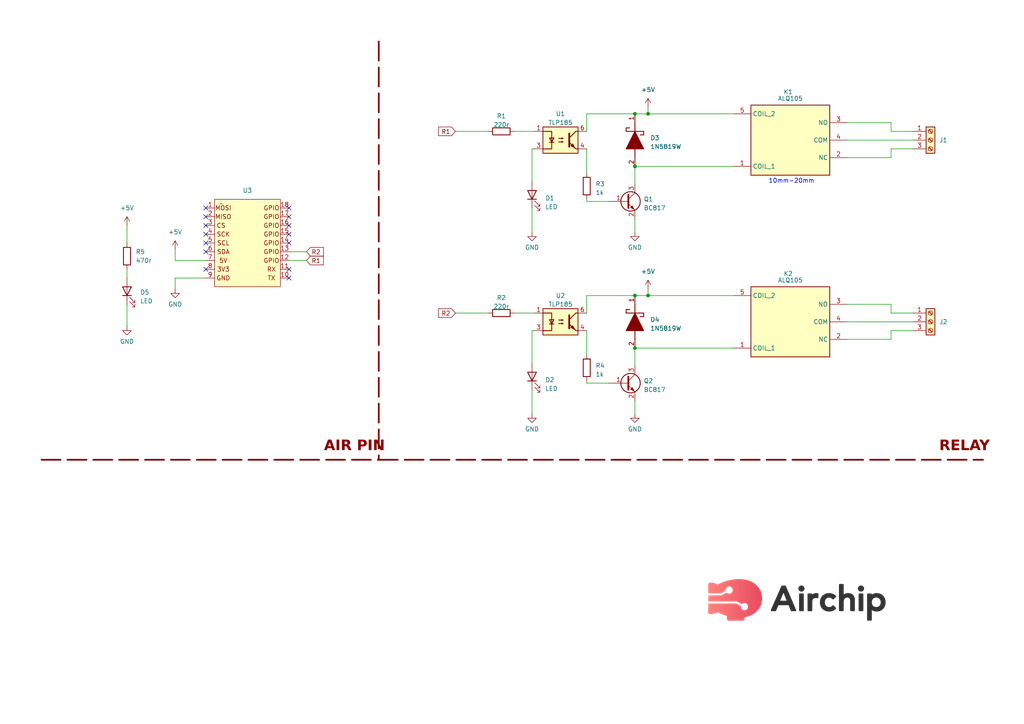
<source format=kicad_sch>
(kicad_sch (version 20230121) (generator eeschema)

  (uuid 2a9d69ba-0ce3-41f2-a40c-09639018e1ca)

  (paper "A4")

  (lib_symbols
    (symbol "1N5819W:1N5819W" (pin_names hide) (in_bom yes) (on_board yes)
      (property "Reference" "D" (at 12.7 8.89 0)
        (effects (font (size 1.27 1.27)) (justify left top))
      )
      (property "Value" "1N5819W" (at 12.7 6.35 0)
        (effects (font (size 1.27 1.27)) (justify left top))
      )
      (property "Footprint" "SODFL3618X110N" (at 12.7 -93.65 0)
        (effects (font (size 1.27 1.27)) (justify left top) hide)
      )
      (property "Datasheet" "https://datasheet.lcsc.com/szlcsc/Shandong-Jingdao-Microelectronics-1N5819W_C169540.pdf" (at 12.7 -193.65 0)
        (effects (font (size 1.27 1.27)) (justify left top) hide)
      )
      (property "Height" "1.1" (at 12.7 -393.65 0)
        (effects (font (size 1.27 1.27)) (justify left top) hide)
      )
      (property "Manufacturer_Name" "Shandong Jingdao Microelectronics" (at 12.7 -493.65 0)
        (effects (font (size 1.27 1.27)) (justify left top) hide)
      )
      (property "Manufacturer_Part_Number" "1N5819W" (at 12.7 -593.65 0)
        (effects (font (size 1.27 1.27)) (justify left top) hide)
      )
      (property "Mouser Part Number" "" (at 12.7 -693.65 0)
        (effects (font (size 1.27 1.27)) (justify left top) hide)
      )
      (property "Mouser Price/Stock" "" (at 12.7 -793.65 0)
        (effects (font (size 1.27 1.27)) (justify left top) hide)
      )
      (property "Arrow Part Number" "" (at 12.7 -893.65 0)
        (effects (font (size 1.27 1.27)) (justify left top) hide)
      )
      (property "Arrow Price/Stock" "" (at 12.7 -993.65 0)
        (effects (font (size 1.27 1.27)) (justify left top) hide)
      )
      (property "ki_description" "40V 1A 900mV @ 3A 40V 1A 900mV @ 3A SOD-123 Schottky Barrier Diodes (SBD)" (at 0 0 0)
        (effects (font (size 1.27 1.27)) hide)
      )
      (symbol "1N5819W_1_1"
        (polyline
          (pts
            (xy 5.08 0)
            (xy 7.62 0)
          )
          (stroke (width 0.254) (type default))
          (fill (type none))
        )
        (polyline
          (pts
            (xy 6.604 -1.524)
            (xy 6.604 -2.54)
          )
          (stroke (width 0.254) (type default))
          (fill (type none))
        )
        (polyline
          (pts
            (xy 7.62 -2.54)
            (xy 6.604 -2.54)
          )
          (stroke (width 0.254) (type default))
          (fill (type none))
        )
        (polyline
          (pts
            (xy 7.62 2.54)
            (xy 7.62 -2.54)
          )
          (stroke (width 0.254) (type default))
          (fill (type none))
        )
        (polyline
          (pts
            (xy 7.62 2.54)
            (xy 8.636 2.54)
          )
          (stroke (width 0.254) (type default))
          (fill (type none))
        )
        (polyline
          (pts
            (xy 8.636 1.524)
            (xy 8.636 2.54)
          )
          (stroke (width 0.254) (type default))
          (fill (type none))
        )
        (polyline
          (pts
            (xy 12.7 0)
            (xy 15.24 0)
          )
          (stroke (width 0.254) (type default))
          (fill (type none))
        )
        (polyline
          (pts
            (xy 7.62 0)
            (xy 12.7 2.54)
            (xy 12.7 -2.54)
            (xy 7.62 0)
          )
          (stroke (width 0.254) (type default))
          (fill (type outline))
        )
        (pin passive line (at 2.54 0 0) (length 2.54)
          (name "K" (effects (font (size 1.27 1.27))))
          (number "1" (effects (font (size 1.27 1.27))))
        )
        (pin passive line (at 17.78 0 180) (length 2.54)
          (name "A" (effects (font (size 1.27 1.27))))
          (number "2" (effects (font (size 1.27 1.27))))
        )
      )
    )
    (symbol "ALQ105:ALQ105" (in_bom yes) (on_board yes)
      (property "Reference" "K1" (at 15.875 12.065 0)
        (effects (font (size 1.27 1.27)))
      )
      (property "Value" "ALQ105" (at 16.51 10.16 0)
        (effects (font (size 1.27 1.27)))
      )
      (property "Footprint" "ALQ105" (at 29.21 -94.92 0)
        (effects (font (size 1.27 1.27)) (justify left top) hide)
      )
      (property "Datasheet" "https://na.industrial.panasonic.com/products/relays/mechanical-power-relays/general/series/lq-relays/2635/model/ALQ105" (at 29.21 -194.92 0)
        (effects (font (size 1.27 1.27)) (justify left top) hide)
      )
      (property "Height" "15" (at 29.21 -394.92 0)
        (effects (font (size 1.27 1.27)) (justify left top) hide)
      )
      (property "Mouser Part Number" "769-ALQ105" (at 29.21 -494.92 0)
        (effects (font (size 1.27 1.27)) (justify left top) hide)
      )
      (property "Mouser Price/Stock" "https://www.mouser.co.uk/ProductDetail/Panasonic-Industrial-Devices/ALQ105?qs=kkkG%2F8HgOiLTrZ6QoQqhfg%3D%3D" (at 29.21 -594.92 0)
        (effects (font (size 1.27 1.27)) (justify left top) hide)
      )
      (property "Manufacturer_Name" "Panasonic" (at 29.21 -694.92 0)
        (effects (font (size 1.27 1.27)) (justify left top) hide)
      )
      (property "Manufacturer_Part_Number" "ALQ105" (at 29.21 -794.92 0)
        (effects (font (size 1.27 1.27)) (justify left top) hide)
      )
      (property "ki_description" "SPDT PCB Mount Non-Latching Relay 10 A, 5V dc" (at 0 0 0)
        (effects (font (size 1.27 1.27)) hide)
      )
      (symbol "ALQ105_1_1"
        (rectangle (start 5.08 8.255) (end 27.94 -12.065)
          (stroke (width 0.254) (type default))
          (fill (type background))
        )
        (pin passive line (at 0 -9.525 0) (length 5.08)
          (name "COIL_1" (effects (font (size 1.27 1.27))))
          (number "1" (effects (font (size 1.27 1.27))))
        )
        (pin passive line (at 33.02 -6.985 180) (length 5.08)
          (name "NC" (effects (font (size 1.27 1.27))))
          (number "2" (effects (font (size 1.27 1.27))))
        )
        (pin passive line (at 33.02 3.175 180) (length 5.08)
          (name "NO" (effects (font (size 1.27 1.27))))
          (number "3" (effects (font (size 1.27 1.27))))
        )
        (pin passive line (at 33.02 -1.905 180) (length 5.08)
          (name "COM" (effects (font (size 1.27 1.27))))
          (number "4" (effects (font (size 1.27 1.27))))
        )
        (pin passive line (at 0 5.715 0) (length 5.08)
          (name "COIL_2" (effects (font (size 1.27 1.27))))
          (number "5" (effects (font (size 1.27 1.27))))
        )
      )
    )
    (symbol "Connector:Screw_Terminal_01x03" (pin_names (offset 1.016) hide) (in_bom yes) (on_board yes)
      (property "Reference" "J" (at 0 5.08 0)
        (effects (font (size 1.27 1.27)))
      )
      (property "Value" "Screw_Terminal_01x03" (at 0 -5.08 0)
        (effects (font (size 1.27 1.27)))
      )
      (property "Footprint" "" (at 0 0 0)
        (effects (font (size 1.27 1.27)) hide)
      )
      (property "Datasheet" "~" (at 0 0 0)
        (effects (font (size 1.27 1.27)) hide)
      )
      (property "ki_keywords" "screw terminal" (at 0 0 0)
        (effects (font (size 1.27 1.27)) hide)
      )
      (property "ki_description" "Generic screw terminal, single row, 01x03, script generated (kicad-library-utils/schlib/autogen/connector/)" (at 0 0 0)
        (effects (font (size 1.27 1.27)) hide)
      )
      (property "ki_fp_filters" "TerminalBlock*:*" (at 0 0 0)
        (effects (font (size 1.27 1.27)) hide)
      )
      (symbol "Screw_Terminal_01x03_1_1"
        (rectangle (start -1.27 3.81) (end 1.27 -3.81)
          (stroke (width 0.254) (type default))
          (fill (type background))
        )
        (circle (center 0 -2.54) (radius 0.635)
          (stroke (width 0.1524) (type default))
          (fill (type none))
        )
        (polyline
          (pts
            (xy -0.5334 -2.2098)
            (xy 0.3302 -3.048)
          )
          (stroke (width 0.1524) (type default))
          (fill (type none))
        )
        (polyline
          (pts
            (xy -0.5334 0.3302)
            (xy 0.3302 -0.508)
          )
          (stroke (width 0.1524) (type default))
          (fill (type none))
        )
        (polyline
          (pts
            (xy -0.5334 2.8702)
            (xy 0.3302 2.032)
          )
          (stroke (width 0.1524) (type default))
          (fill (type none))
        )
        (polyline
          (pts
            (xy -0.3556 -2.032)
            (xy 0.508 -2.8702)
          )
          (stroke (width 0.1524) (type default))
          (fill (type none))
        )
        (polyline
          (pts
            (xy -0.3556 0.508)
            (xy 0.508 -0.3302)
          )
          (stroke (width 0.1524) (type default))
          (fill (type none))
        )
        (polyline
          (pts
            (xy -0.3556 3.048)
            (xy 0.508 2.2098)
          )
          (stroke (width 0.1524) (type default))
          (fill (type none))
        )
        (circle (center 0 0) (radius 0.635)
          (stroke (width 0.1524) (type default))
          (fill (type none))
        )
        (circle (center 0 2.54) (radius 0.635)
          (stroke (width 0.1524) (type default))
          (fill (type none))
        )
        (pin passive line (at -5.08 2.54 0) (length 3.81)
          (name "Pin_1" (effects (font (size 1.27 1.27))))
          (number "1" (effects (font (size 1.27 1.27))))
        )
        (pin passive line (at -5.08 0 0) (length 3.81)
          (name "Pin_2" (effects (font (size 1.27 1.27))))
          (number "2" (effects (font (size 1.27 1.27))))
        )
        (pin passive line (at -5.08 -2.54 0) (length 3.81)
          (name "Pin_3" (effects (font (size 1.27 1.27))))
          (number "3" (effects (font (size 1.27 1.27))))
        )
      )
    )
    (symbol "Device:LED" (pin_numbers hide) (pin_names (offset 1.016) hide) (in_bom yes) (on_board yes)
      (property "Reference" "D" (at 0 2.54 0)
        (effects (font (size 1.27 1.27)))
      )
      (property "Value" "LED" (at 0 -2.54 0)
        (effects (font (size 1.27 1.27)))
      )
      (property "Footprint" "" (at 0 0 0)
        (effects (font (size 1.27 1.27)) hide)
      )
      (property "Datasheet" "~" (at 0 0 0)
        (effects (font (size 1.27 1.27)) hide)
      )
      (property "ki_keywords" "LED diode" (at 0 0 0)
        (effects (font (size 1.27 1.27)) hide)
      )
      (property "ki_description" "Light emitting diode" (at 0 0 0)
        (effects (font (size 1.27 1.27)) hide)
      )
      (property "ki_fp_filters" "LED* LED_SMD:* LED_THT:*" (at 0 0 0)
        (effects (font (size 1.27 1.27)) hide)
      )
      (symbol "LED_0_1"
        (polyline
          (pts
            (xy -1.27 -1.27)
            (xy -1.27 1.27)
          )
          (stroke (width 0.254) (type default))
          (fill (type none))
        )
        (polyline
          (pts
            (xy -1.27 0)
            (xy 1.27 0)
          )
          (stroke (width 0) (type default))
          (fill (type none))
        )
        (polyline
          (pts
            (xy 1.27 -1.27)
            (xy 1.27 1.27)
            (xy -1.27 0)
            (xy 1.27 -1.27)
          )
          (stroke (width 0.254) (type default))
          (fill (type none))
        )
        (polyline
          (pts
            (xy -3.048 -0.762)
            (xy -4.572 -2.286)
            (xy -3.81 -2.286)
            (xy -4.572 -2.286)
            (xy -4.572 -1.524)
          )
          (stroke (width 0) (type default))
          (fill (type none))
        )
        (polyline
          (pts
            (xy -1.778 -0.762)
            (xy -3.302 -2.286)
            (xy -2.54 -2.286)
            (xy -3.302 -2.286)
            (xy -3.302 -1.524)
          )
          (stroke (width 0) (type default))
          (fill (type none))
        )
      )
      (symbol "LED_1_1"
        (pin passive line (at -3.81 0 0) (length 2.54)
          (name "K" (effects (font (size 1.27 1.27))))
          (number "1" (effects (font (size 1.27 1.27))))
        )
        (pin passive line (at 3.81 0 180) (length 2.54)
          (name "A" (effects (font (size 1.27 1.27))))
          (number "2" (effects (font (size 1.27 1.27))))
        )
      )
    )
    (symbol "Device:R" (pin_numbers hide) (pin_names (offset 0)) (in_bom yes) (on_board yes)
      (property "Reference" "R" (at 2.032 0 90)
        (effects (font (size 1.27 1.27)))
      )
      (property "Value" "R" (at 0 0 90)
        (effects (font (size 1.27 1.27)))
      )
      (property "Footprint" "" (at -1.778 0 90)
        (effects (font (size 1.27 1.27)) hide)
      )
      (property "Datasheet" "~" (at 0 0 0)
        (effects (font (size 1.27 1.27)) hide)
      )
      (property "ki_keywords" "R res resistor" (at 0 0 0)
        (effects (font (size 1.27 1.27)) hide)
      )
      (property "ki_description" "Resistor" (at 0 0 0)
        (effects (font (size 1.27 1.27)) hide)
      )
      (property "ki_fp_filters" "R_*" (at 0 0 0)
        (effects (font (size 1.27 1.27)) hide)
      )
      (symbol "R_0_1"
        (rectangle (start -1.016 -2.54) (end 1.016 2.54)
          (stroke (width 0.254) (type default))
          (fill (type none))
        )
      )
      (symbol "R_1_1"
        (pin passive line (at 0 3.81 270) (length 1.27)
          (name "~" (effects (font (size 1.27 1.27))))
          (number "1" (effects (font (size 1.27 1.27))))
        )
        (pin passive line (at 0 -3.81 90) (length 1.27)
          (name "~" (effects (font (size 1.27 1.27))))
          (number "2" (effects (font (size 1.27 1.27))))
        )
      )
    )
    (symbol "Isolator:TLP185" (in_bom yes) (on_board yes)
      (property "Reference" "U" (at -5.08 5.08 0)
        (effects (font (size 1.27 1.27)) (justify left))
      )
      (property "Value" "TLP185" (at -5.08 -5.08 0)
        (effects (font (size 1.27 1.27)) (justify left))
      )
      (property "Footprint" "Package_SO:SOIC-4_4.55x3.7mm_P2.54mm" (at 0 -7.62 0)
        (effects (font (size 1.27 1.27) italic) hide)
      )
      (property "Datasheet" "https://toshiba.semicon-storage.com/info/docget.jsp?did=11791&prodName=TLP185" (at 0 0 0)
        (effects (font (size 1.27 1.27)) (justify left) hide)
      )
      (property "ki_keywords" "NPN DC Optocoupler" (at 0 0 0)
        (effects (font (size 1.27 1.27)) hide)
      )
      (property "ki_description" "DC Optocoupler, Vce 80V, CTR 50-100%, MFSOP6" (at 0 0 0)
        (effects (font (size 1.27 1.27)) hide)
      )
      (property "ki_fp_filters" "SOIC*4.55x3.7mm*P2.54mm*" (at 0 0 0)
        (effects (font (size 1.27 1.27)) hide)
      )
      (symbol "TLP185_0_1"
        (rectangle (start -5.08 3.81) (end 5.08 -3.81)
          (stroke (width 0.254) (type default))
          (fill (type background))
        )
        (polyline
          (pts
            (xy -3.175 -0.635)
            (xy -1.905 -0.635)
          )
          (stroke (width 0.254) (type default))
          (fill (type none))
        )
        (polyline
          (pts
            (xy 2.54 1.905)
            (xy 2.54 -1.905)
            (xy 2.54 -1.905)
          )
          (stroke (width 0.508) (type default))
          (fill (type none))
        )
        (polyline
          (pts
            (xy 5.08 -2.54)
            (xy 4.445 -2.54)
            (xy 2.54 -0.635)
          )
          (stroke (width 0.254) (type default))
          (fill (type none))
        )
        (polyline
          (pts
            (xy 5.08 2.54)
            (xy 4.445 2.54)
            (xy 2.54 0.635)
          )
          (stroke (width 0.254) (type default))
          (fill (type none))
        )
        (polyline
          (pts
            (xy -5.08 -2.54)
            (xy -2.54 -2.54)
            (xy -2.54 2.54)
            (xy -5.08 2.54)
          )
          (stroke (width 0.254) (type default))
          (fill (type none))
        )
        (polyline
          (pts
            (xy -2.54 -0.635)
            (xy -3.175 0.635)
            (xy -1.905 0.635)
            (xy -2.54 -0.635)
          )
          (stroke (width 0.254) (type default))
          (fill (type none))
        )
        (polyline
          (pts
            (xy -0.508 -0.508)
            (xy 0.762 -0.508)
            (xy 0.381 -0.635)
            (xy 0.381 -0.381)
            (xy 0.762 -0.508)
          )
          (stroke (width 0.254) (type default))
          (fill (type none))
        )
        (polyline
          (pts
            (xy -0.508 0.508)
            (xy 0.762 0.508)
            (xy 0.381 0.381)
            (xy 0.381 0.635)
            (xy 0.762 0.508)
          )
          (stroke (width 0.254) (type default))
          (fill (type none))
        )
        (polyline
          (pts
            (xy 3.048 -1.651)
            (xy 3.556 -1.143)
            (xy 4.064 -2.159)
            (xy 3.048 -1.651)
            (xy 3.048 -1.651)
          )
          (stroke (width 0.254) (type default))
          (fill (type outline))
        )
      )
      (symbol "TLP185_1_1"
        (pin passive line (at -7.62 2.54 0) (length 2.54)
          (name "~" (effects (font (size 1.27 1.27))))
          (number "1" (effects (font (size 1.27 1.27))))
        )
        (pin passive line (at -7.62 -2.54 0) (length 2.54)
          (name "~" (effects (font (size 1.27 1.27))))
          (number "3" (effects (font (size 1.27 1.27))))
        )
        (pin passive line (at 7.62 -2.54 180) (length 2.54)
          (name "~" (effects (font (size 1.27 1.27))))
          (number "4" (effects (font (size 1.27 1.27))))
        )
        (pin passive line (at 7.62 2.54 180) (length 2.54)
          (name "~" (effects (font (size 1.27 1.27))))
          (number "6" (effects (font (size 1.27 1.27))))
        )
      )
    )
    (symbol "Transistor_BJT:BC817" (pin_names (offset 0) hide) (in_bom yes) (on_board yes)
      (property "Reference" "Q" (at 5.08 1.905 0)
        (effects (font (size 1.27 1.27)) (justify left))
      )
      (property "Value" "BC817" (at 5.08 0 0)
        (effects (font (size 1.27 1.27)) (justify left))
      )
      (property "Footprint" "Package_TO_SOT_SMD:SOT-23" (at 5.08 -1.905 0)
        (effects (font (size 1.27 1.27) italic) (justify left) hide)
      )
      (property "Datasheet" "https://www.onsemi.com/pub/Collateral/BC818-D.pdf" (at 0 0 0)
        (effects (font (size 1.27 1.27)) (justify left) hide)
      )
      (property "ki_keywords" "NPN Transistor" (at 0 0 0)
        (effects (font (size 1.27 1.27)) hide)
      )
      (property "ki_description" "0.8A Ic, 45V Vce, NPN Transistor, SOT-23" (at 0 0 0)
        (effects (font (size 1.27 1.27)) hide)
      )
      (property "ki_fp_filters" "SOT?23*" (at 0 0 0)
        (effects (font (size 1.27 1.27)) hide)
      )
      (symbol "BC817_0_1"
        (polyline
          (pts
            (xy 0.635 0.635)
            (xy 2.54 2.54)
          )
          (stroke (width 0) (type default))
          (fill (type none))
        )
        (polyline
          (pts
            (xy 0.635 -0.635)
            (xy 2.54 -2.54)
            (xy 2.54 -2.54)
          )
          (stroke (width 0) (type default))
          (fill (type none))
        )
        (polyline
          (pts
            (xy 0.635 1.905)
            (xy 0.635 -1.905)
            (xy 0.635 -1.905)
          )
          (stroke (width 0.508) (type default))
          (fill (type none))
        )
        (polyline
          (pts
            (xy 1.27 -1.778)
            (xy 1.778 -1.27)
            (xy 2.286 -2.286)
            (xy 1.27 -1.778)
            (xy 1.27 -1.778)
          )
          (stroke (width 0) (type default))
          (fill (type outline))
        )
        (circle (center 1.27 0) (radius 2.8194)
          (stroke (width 0.254) (type default))
          (fill (type none))
        )
      )
      (symbol "BC817_1_1"
        (pin input line (at -5.08 0 0) (length 5.715)
          (name "B" (effects (font (size 1.27 1.27))))
          (number "1" (effects (font (size 1.27 1.27))))
        )
        (pin passive line (at 2.54 -5.08 90) (length 2.54)
          (name "E" (effects (font (size 1.27 1.27))))
          (number "2" (effects (font (size 1.27 1.27))))
        )
        (pin passive line (at 2.54 5.08 270) (length 2.54)
          (name "C" (effects (font (size 1.27 1.27))))
          (number "3" (effects (font (size 1.27 1.27))))
        )
      )
    )
    (symbol "moduler_pin:air" (in_bom yes) (on_board yes)
      (property "Reference" "U" (at 7.62 2.54 0)
        (effects (font (size 1.27 1.27)))
      )
      (property "Value" "" (at 0 0 0)
        (effects (font (size 1.27 1.27)))
      )
      (property "Footprint" "" (at 0 0 0)
        (effects (font (size 1.27 1.27)) hide)
      )
      (property "Datasheet" "" (at 0 0 0)
        (effects (font (size 1.27 1.27)) hide)
      )
      (symbol "air_1_1"
        (rectangle (start -1.905 1.27) (end 17.145 -24.13)
          (stroke (width 0) (type default))
          (fill (type background))
        )
        (text "3V3" (at 0.635 -19.05 0)
          (effects (font (size 1.27 1.27)))
        )
        (text "5V" (at 0.635 -16.51 0)
          (effects (font (size 1.27 1.27)))
        )
        (text "CS" (at 0 -6.35 0)
          (effects (font (size 1.27 1.27)))
        )
        (text "GND" (at 0.635 -21.59 0)
          (effects (font (size 1.27 1.27)))
        )
        (text "GPIO" (at 14.605 -16.51 0)
          (effects (font (size 1.27 1.27)))
        )
        (text "GPIO" (at 14.605 -13.97 0)
          (effects (font (size 1.27 1.27)))
        )
        (text "GPIO" (at 14.605 -11.43 0)
          (effects (font (size 1.27 1.27)))
        )
        (text "GPIO" (at 14.605 -8.89 0)
          (effects (font (size 1.27 1.27)))
        )
        (text "GPIO" (at 14.605 -6.35 0)
          (effects (font (size 1.27 1.27)))
        )
        (text "GPIO" (at 14.605 -3.81 0)
          (effects (font (size 1.27 1.27)))
        )
        (text "GPIO" (at 14.605 -1.27 0)
          (effects (font (size 1.27 1.27)))
        )
        (text "MISO" (at 0.635 -3.81 0)
          (effects (font (size 1.27 1.27)))
        )
        (text "MOSI" (at 0.635 -1.27 0)
          (effects (font (size 1.27 1.27)))
        )
        (text "RX" (at 14.605 -19.05 0)
          (effects (font (size 1.27 1.27)))
        )
        (text "SCK" (at 0.635 -8.89 0)
          (effects (font (size 1.27 1.27)))
        )
        (text "SCL" (at 0.635 -11.43 0)
          (effects (font (size 1.27 1.27)))
        )
        (text "SDA" (at 0.635 -13.97 0)
          (effects (font (size 1.27 1.27)))
        )
        (text "TX" (at 14.605 -21.59 0)
          (effects (font (size 1.27 1.27)))
        )
        (pin input line (at -4.445 -1.27 0) (length 2.54)
          (name "" (effects (font (size 1.27 1.27))))
          (number "1" (effects (font (size 1.27 1.27))))
        )
        (pin input line (at 19.685 -21.59 180) (length 2.54)
          (name "" (effects (font (size 1.27 1.27))))
          (number "10" (effects (font (size 1.27 1.27))))
        )
        (pin input line (at 19.685 -19.05 180) (length 2.54)
          (name "" (effects (font (size 1.27 1.27))))
          (number "11" (effects (font (size 1.27 1.27))))
        )
        (pin input line (at 19.685 -16.51 180) (length 2.54)
          (name "" (effects (font (size 1.27 1.27))))
          (number "12" (effects (font (size 1.27 1.27))))
        )
        (pin input line (at 19.685 -13.97 180) (length 2.54)
          (name "" (effects (font (size 1.27 1.27))))
          (number "13" (effects (font (size 1.27 1.27))))
        )
        (pin input line (at 19.685 -11.43 180) (length 2.54)
          (name "" (effects (font (size 1.27 1.27))))
          (number "14" (effects (font (size 1.27 1.27))))
        )
        (pin input line (at 19.685 -8.89 180) (length 2.54)
          (name "" (effects (font (size 1.27 1.27))))
          (number "15" (effects (font (size 1.27 1.27))))
        )
        (pin input line (at 19.685 -6.35 180) (length 2.54)
          (name "" (effects (font (size 1.27 1.27))))
          (number "16" (effects (font (size 1.27 1.27))))
        )
        (pin input line (at 19.685 -3.81 180) (length 2.54)
          (name "" (effects (font (size 1.27 1.27))))
          (number "17" (effects (font (size 1.27 1.27))))
        )
        (pin input line (at 19.685 -1.27 180) (length 2.54)
          (name "" (effects (font (size 1.27 1.27))))
          (number "18" (effects (font (size 1.27 1.27))))
        )
        (pin input line (at -4.445 -3.81 0) (length 2.54)
          (name "" (effects (font (size 1.27 1.27))))
          (number "2" (effects (font (size 1.27 1.27))))
        )
        (pin input line (at -4.445 -6.35 0) (length 2.54)
          (name "" (effects (font (size 1.27 1.27))))
          (number "3" (effects (font (size 1.27 1.27))))
        )
        (pin input line (at -4.445 -8.89 0) (length 2.54)
          (name "" (effects (font (size 1.27 1.27))))
          (number "4" (effects (font (size 1.27 1.27))))
        )
        (pin input line (at -4.445 -11.43 0) (length 2.54)
          (name "" (effects (font (size 1.27 1.27))))
          (number "5" (effects (font (size 1.27 1.27))))
        )
        (pin input line (at -4.445 -13.97 0) (length 2.54)
          (name "" (effects (font (size 1.27 1.27))))
          (number "6" (effects (font (size 1.27 1.27))))
        )
        (pin input line (at -4.445 -16.51 0) (length 2.54)
          (name "" (effects (font (size 1.27 1.27))))
          (number "7" (effects (font (size 1.27 1.27))))
        )
        (pin input line (at -4.445 -19.05 0) (length 2.54)
          (name "" (effects (font (size 1.27 1.27))))
          (number "8" (effects (font (size 1.27 1.27))))
        )
        (pin input line (at -4.445 -21.59 0) (length 2.54)
          (name "" (effects (font (size 1.27 1.27))))
          (number "9" (effects (font (size 1.27 1.27))))
        )
      )
    )
    (symbol "power:+5V" (power) (pin_names (offset 0)) (in_bom yes) (on_board yes)
      (property "Reference" "#PWR" (at 0 -3.81 0)
        (effects (font (size 1.27 1.27)) hide)
      )
      (property "Value" "+5V" (at 0 3.556 0)
        (effects (font (size 1.27 1.27)))
      )
      (property "Footprint" "" (at 0 0 0)
        (effects (font (size 1.27 1.27)) hide)
      )
      (property "Datasheet" "" (at 0 0 0)
        (effects (font (size 1.27 1.27)) hide)
      )
      (property "ki_keywords" "global power" (at 0 0 0)
        (effects (font (size 1.27 1.27)) hide)
      )
      (property "ki_description" "Power symbol creates a global label with name \"+5V\"" (at 0 0 0)
        (effects (font (size 1.27 1.27)) hide)
      )
      (symbol "+5V_0_1"
        (polyline
          (pts
            (xy -0.762 1.27)
            (xy 0 2.54)
          )
          (stroke (width 0) (type default))
          (fill (type none))
        )
        (polyline
          (pts
            (xy 0 0)
            (xy 0 2.54)
          )
          (stroke (width 0) (type default))
          (fill (type none))
        )
        (polyline
          (pts
            (xy 0 2.54)
            (xy 0.762 1.27)
          )
          (stroke (width 0) (type default))
          (fill (type none))
        )
      )
      (symbol "+5V_1_1"
        (pin power_in line (at 0 0 90) (length 0) hide
          (name "+5V" (effects (font (size 1.27 1.27))))
          (number "1" (effects (font (size 1.27 1.27))))
        )
      )
    )
    (symbol "power:GND" (power) (pin_names (offset 0)) (in_bom yes) (on_board yes)
      (property "Reference" "#PWR" (at 0 -6.35 0)
        (effects (font (size 1.27 1.27)) hide)
      )
      (property "Value" "GND" (at 0 -3.81 0)
        (effects (font (size 1.27 1.27)))
      )
      (property "Footprint" "" (at 0 0 0)
        (effects (font (size 1.27 1.27)) hide)
      )
      (property "Datasheet" "" (at 0 0 0)
        (effects (font (size 1.27 1.27)) hide)
      )
      (property "ki_keywords" "power-flag" (at 0 0 0)
        (effects (font (size 1.27 1.27)) hide)
      )
      (property "ki_description" "Power symbol creates a global label with name \"GND\" , ground" (at 0 0 0)
        (effects (font (size 1.27 1.27)) hide)
      )
      (symbol "GND_0_1"
        (polyline
          (pts
            (xy 0 0)
            (xy 0 -1.27)
            (xy 1.27 -1.27)
            (xy 0 -2.54)
            (xy -1.27 -1.27)
            (xy 0 -1.27)
          )
          (stroke (width 0) (type default))
          (fill (type none))
        )
      )
      (symbol "GND_1_1"
        (pin power_in line (at 0 0 270) (length 0) hide
          (name "GND" (effects (font (size 1.27 1.27))))
          (number "1" (effects (font (size 1.27 1.27))))
        )
      )
    )
  )

  (junction (at 184.15 48.26) (diameter 0) (color 0 0 0 0)
    (uuid 2606d8ae-fe30-438c-b4ad-80187683c243)
  )
  (junction (at 187.96 85.725) (diameter 0) (color 0 0 0 0)
    (uuid 44bac02b-7b82-475e-ab67-be745c191d36)
  )
  (junction (at 187.96 33.02) (diameter 0) (color 0 0 0 0)
    (uuid 73db86e2-aeb7-4f74-95bd-70a78675df70)
  )
  (junction (at 184.15 85.725) (diameter 0) (color 0 0 0 0)
    (uuid a05938a9-47c3-42b5-a1fe-907352f9ad89)
  )
  (junction (at 184.15 100.965) (diameter 0) (color 0 0 0 0)
    (uuid f4a59dcd-8bc1-4aa8-ba8b-ff208bf00da9)
  )
  (junction (at 184.15 33.02) (diameter 0) (color 0 0 0 0)
    (uuid fcd3dd61-c0ca-4458-ac07-c320c7de2238)
  )

  (no_connect (at 59.69 67.945) (uuid 06fee122-d659-4a79-8c23-b1eff35a5cdb))
  (no_connect (at 59.69 60.325) (uuid 0c71eca4-18c8-41e8-8434-683ab74c3383))
  (no_connect (at 59.69 73.025) (uuid 4e694d1a-82c7-459e-9dba-fd568b46ec7e))
  (no_connect (at 83.82 70.485) (uuid 5c11c5af-9540-45d6-a0b6-68325d8cc8bc))
  (no_connect (at 83.82 80.645) (uuid 5d748d63-06ac-465e-9d85-13226db0598a))
  (no_connect (at 59.69 65.405) (uuid 9b591d6e-d6d7-4b5a-9754-e13a9c5ac88f))
  (no_connect (at 83.82 62.865) (uuid a9a942a0-3a35-43f1-b1a8-c32c47f9ad29))
  (no_connect (at 59.69 70.485) (uuid b06dc065-1643-4548-b242-7e5c9b064b90))
  (no_connect (at 83.82 65.405) (uuid b3cafff3-da3a-49aa-abc5-f9fb1a80425a))
  (no_connect (at 83.82 60.325) (uuid caae9973-8f6b-44c5-b6ca-1c622e0179ee))
  (no_connect (at 83.82 67.945) (uuid cc06ba69-16d6-473d-8f9f-0f340923333d))
  (no_connect (at 83.82 78.105) (uuid d5950c35-81e2-4713-acd6-d6e4b03c3787))
  (no_connect (at 59.69 78.105) (uuid d63e40f6-dd30-4263-8bb5-74ee0a3c0128))
  (no_connect (at 59.69 62.865) (uuid ee544d63-19c6-4f2a-a72a-4ba6fd5138f1))

  (wire (pts (xy 187.96 85.725) (xy 212.725 85.725))
    (stroke (width 0) (type default))
    (uuid 06634666-35f2-4676-b0cf-d837dfd7fa74)
  )
  (wire (pts (xy 132.08 38.1) (xy 141.605 38.1))
    (stroke (width 0) (type default))
    (uuid 0a981d26-72a6-4bd9-85d2-bd9d5b9ad87f)
  )
  (wire (pts (xy 154.305 95.885) (xy 154.94 95.885))
    (stroke (width 0) (type default))
    (uuid 0d0ab84a-753f-4015-a609-6e9d9caeecb0)
  )
  (wire (pts (xy 264.795 90.805) (xy 258.445 90.805))
    (stroke (width 0) (type default))
    (uuid 24b120aa-9002-466a-9f2c-08fa222261a9)
  )
  (wire (pts (xy 170.18 85.725) (xy 184.15 85.725))
    (stroke (width 0) (type default))
    (uuid 285115c7-8c4d-4d9e-8fc5-657f1a207f76)
  )
  (wire (pts (xy 59.69 75.565) (xy 50.8 75.565))
    (stroke (width 0) (type default))
    (uuid 311d02e7-620a-4757-b185-a77926d69cc7)
  )
  (wire (pts (xy 184.15 120.015) (xy 184.15 116.205))
    (stroke (width 0) (type default))
    (uuid 326d3e59-2dbe-448c-bef9-79b9683c0845)
  )
  (wire (pts (xy 184.15 100.965) (xy 212.725 100.965))
    (stroke (width 0) (type default))
    (uuid 36063011-4291-4241-823e-72afea8d04f6)
  )
  (wire (pts (xy 154.305 52.705) (xy 154.305 43.18))
    (stroke (width 0) (type default))
    (uuid 419063f5-5a79-4649-9a3a-91eb881109de)
  )
  (wire (pts (xy 50.8 75.565) (xy 50.8 72.39))
    (stroke (width 0) (type default))
    (uuid 483db972-91a0-41d6-90d3-11a6efe9e8a2)
  )
  (wire (pts (xy 245.745 93.345) (xy 264.795 93.345))
    (stroke (width 0) (type default))
    (uuid 48d65338-5419-4f34-ac76-7d45ff1490ea)
  )
  (wire (pts (xy 258.445 38.1) (xy 258.445 35.56))
    (stroke (width 0) (type default))
    (uuid 49c8233d-b584-4ef1-bdda-40b71b1f50b7)
  )
  (wire (pts (xy 187.96 31.115) (xy 187.96 33.02))
    (stroke (width 0) (type default))
    (uuid 4b7e2f94-8f48-4335-8595-2611b6449c05)
  )
  (wire (pts (xy 149.225 90.805) (xy 154.94 90.805))
    (stroke (width 0) (type default))
    (uuid 4f931e48-b7f7-4090-ac0a-9edada70dd02)
  )
  (wire (pts (xy 258.445 90.805) (xy 258.445 88.265))
    (stroke (width 0) (type default))
    (uuid 506ac588-f035-4154-84c2-1ef6e6746155)
  )
  (wire (pts (xy 184.15 85.725) (xy 187.96 85.725))
    (stroke (width 0) (type default))
    (uuid 52490e66-bde1-4503-91ea-3921b61b0c7c)
  )
  (wire (pts (xy 170.18 33.02) (xy 170.18 38.1))
    (stroke (width 0) (type default))
    (uuid 598f146c-cb10-4edb-8570-6b5999107570)
  )
  (wire (pts (xy 258.445 98.425) (xy 245.745 98.425))
    (stroke (width 0) (type default))
    (uuid 5aa36536-129e-4ea6-a321-2d3d80be9bc6)
  )
  (wire (pts (xy 154.305 43.18) (xy 154.94 43.18))
    (stroke (width 0) (type default))
    (uuid 5cde151c-a0e8-4e0e-843e-c0452d204f78)
  )
  (wire (pts (xy 258.445 45.72) (xy 245.745 45.72))
    (stroke (width 0) (type default))
    (uuid 6d7774f1-b9dc-492a-8229-db77e09f31ab)
  )
  (wire (pts (xy 170.18 57.785) (xy 170.18 58.42))
    (stroke (width 0) (type default))
    (uuid 79289c3f-1a7a-4761-8131-bc737ae30e8d)
  )
  (wire (pts (xy 132.08 90.805) (xy 141.605 90.805))
    (stroke (width 0) (type default))
    (uuid 7ece9e72-68ba-4165-b356-fc0f88836c03)
  )
  (wire (pts (xy 83.82 75.565) (xy 88.9 75.565))
    (stroke (width 0) (type default))
    (uuid 7fafd8ab-6a12-409d-9f22-4a6922ece0cf)
  )
  (polyline (pts (xy 109.855 12.065) (xy 109.855 133.35))
    (stroke (width 0.5) (type dash) (color 132 0 0 1))
    (uuid 84761c5c-ea07-449f-99b6-3ff8619d51d0)
  )

  (wire (pts (xy 154.305 120.015) (xy 154.305 113.03))
    (stroke (width 0) (type default))
    (uuid 8752ac44-b878-46ab-b93a-0537ee5346b9)
  )
  (polyline (pts (xy 109.855 133.35) (xy 285.115 133.35))
    (stroke (width 0.5) (type dash) (color 132 0 0 1))
    (uuid 8aa7b83a-d8e8-483f-96c8-28a9b0ef59cb)
  )

  (wire (pts (xy 187.96 33.02) (xy 212.725 33.02))
    (stroke (width 0) (type default))
    (uuid 9088f847-3056-4432-ac02-5cfb7581bd34)
  )
  (wire (pts (xy 264.795 43.18) (xy 258.445 43.18))
    (stroke (width 0) (type default))
    (uuid 912809ee-c8d9-4a62-bdd4-675aeb95bc73)
  )
  (wire (pts (xy 170.18 43.18) (xy 170.18 50.165))
    (stroke (width 0) (type default))
    (uuid 936889a0-f90d-45ad-ab4c-ec656d1ad2d3)
  )
  (polyline (pts (xy 12.065 133.35) (xy 109.855 133.35))
    (stroke (width 0.5) (type dash) (color 132 0 0 1))
    (uuid 960a4dfb-499c-4ddd-a1bf-e8fd653cf91a)
  )

  (wire (pts (xy 83.82 73.025) (xy 88.9 73.025))
    (stroke (width 0) (type default))
    (uuid 972ce0da-1100-4211-bc47-729d65ca2239)
  )
  (wire (pts (xy 245.745 40.64) (xy 264.795 40.64))
    (stroke (width 0) (type default))
    (uuid 985826c7-dd55-41c3-beb7-f77d9feceb40)
  )
  (wire (pts (xy 50.8 83.82) (xy 50.8 80.645))
    (stroke (width 0) (type default))
    (uuid 9baa6ec7-6d6b-418b-823c-833ef2d858c7)
  )
  (wire (pts (xy 184.15 67.31) (xy 184.15 63.5))
    (stroke (width 0) (type default))
    (uuid 9ccf20cc-917d-4819-be94-ac2a4da65344)
  )
  (wire (pts (xy 264.795 95.885) (xy 258.445 95.885))
    (stroke (width 0) (type default))
    (uuid a5b4a549-ab53-4ef9-8577-223a9a46c2a6)
  )
  (wire (pts (xy 184.15 48.26) (xy 184.15 53.34))
    (stroke (width 0) (type default))
    (uuid ab4b4c3d-27d5-4d8c-b6bf-e4c890ed3119)
  )
  (wire (pts (xy 36.83 88.265) (xy 36.83 94.615))
    (stroke (width 0) (type default))
    (uuid ab80a502-99f3-4784-87b9-eae5a1289c75)
  )
  (wire (pts (xy 36.83 78.105) (xy 36.83 80.645))
    (stroke (width 0) (type default))
    (uuid ad60d5d8-caad-4307-ab18-c6dd4a5e1a3c)
  )
  (wire (pts (xy 36.83 65.405) (xy 36.83 70.485))
    (stroke (width 0) (type default))
    (uuid b5427ee9-e8eb-48e8-9c37-679f1a164ff1)
  )
  (wire (pts (xy 154.305 67.31) (xy 154.305 60.325))
    (stroke (width 0) (type default))
    (uuid b7d73c66-8bc7-4a91-86dd-2bfe68469990)
  )
  (wire (pts (xy 50.8 80.645) (xy 59.69 80.645))
    (stroke (width 0) (type default))
    (uuid bf767d70-41c4-4509-a491-c6ca66d5a83a)
  )
  (wire (pts (xy 184.15 100.965) (xy 184.15 106.045))
    (stroke (width 0) (type default))
    (uuid bf7f63a9-4381-413e-b22d-ba05f2fc1184)
  )
  (wire (pts (xy 149.225 38.1) (xy 154.94 38.1))
    (stroke (width 0) (type default))
    (uuid c19a297a-7050-4659-bae9-692b202d774b)
  )
  (wire (pts (xy 264.795 38.1) (xy 258.445 38.1))
    (stroke (width 0) (type default))
    (uuid c1d4c750-9872-4f06-b231-1e41391df713)
  )
  (wire (pts (xy 258.445 88.265) (xy 245.745 88.265))
    (stroke (width 0) (type default))
    (uuid c545567a-c4b1-459b-8362-d10cd44d3c44)
  )
  (wire (pts (xy 170.18 95.885) (xy 170.18 102.87))
    (stroke (width 0) (type default))
    (uuid c576c6bc-82b5-4326-b12d-7467d00699f8)
  )
  (wire (pts (xy 184.15 33.02) (xy 187.96 33.02))
    (stroke (width 0) (type default))
    (uuid c93ea925-edcc-4897-9d26-22399c000083)
  )
  (wire (pts (xy 258.445 35.56) (xy 245.745 35.56))
    (stroke (width 0) (type default))
    (uuid ca31f0d3-beea-4ea6-a540-02191a3f0670)
  )
  (wire (pts (xy 184.15 48.26) (xy 212.725 48.26))
    (stroke (width 0) (type default))
    (uuid d059f7c2-9e0e-463d-88e4-452de2dd3be4)
  )
  (wire (pts (xy 258.445 43.18) (xy 258.445 45.72))
    (stroke (width 0) (type default))
    (uuid d9584db8-a706-4251-bfea-564e88d979c1)
  )
  (wire (pts (xy 170.18 110.49) (xy 170.18 111.125))
    (stroke (width 0) (type default))
    (uuid db373032-3253-42da-b0f4-381ce5f20584)
  )
  (wire (pts (xy 170.18 111.125) (xy 176.53 111.125))
    (stroke (width 0) (type default))
    (uuid dc3729e5-1ae0-4268-9d30-032d31985aeb)
  )
  (wire (pts (xy 187.96 83.82) (xy 187.96 85.725))
    (stroke (width 0) (type default))
    (uuid e9fb5f0c-c93a-4d4c-9780-ce238c3eca63)
  )
  (wire (pts (xy 170.18 58.42) (xy 176.53 58.42))
    (stroke (width 0) (type default))
    (uuid f0ac5b48-ba61-44ce-ae4a-31123676e39a)
  )
  (wire (pts (xy 170.18 33.02) (xy 184.15 33.02))
    (stroke (width 0) (type default))
    (uuid f0d4144f-471a-4e8d-9eab-626e992dd2d3)
  )
  (wire (pts (xy 258.445 95.885) (xy 258.445 98.425))
    (stroke (width 0) (type default))
    (uuid f4751fd6-5ed1-48b4-b8a9-a445d28db10b)
  )
  (wire (pts (xy 154.305 105.41) (xy 154.305 95.885))
    (stroke (width 0) (type default))
    (uuid fa609b1e-5ce6-4bb2-9bfa-28c39cecc0bf)
  )
  (wire (pts (xy 170.18 85.725) (xy 170.18 90.805))
    (stroke (width 0) (type default))
    (uuid fe45f3fc-41d4-43f9-810a-f6d6cbe7ece3)
  )

  (image (at 231.14 173.99) (scale 0.303838)
    (uuid 1737c747-5f44-4119-b161-8a66d24d86ea)
    (data
      iVBORw0KGgoAAAANSUhEUgAAB9AAAAHVCAYAAACpJWDwAAAABHNCSVQICAgIfAhkiAAAIABJREFU
      eJzs3XeYnGW9//F3SEKyCS0hARUVBCSKYvuiqKiAokRasKAeRUn4WSghFUTNsYAiICGNA6gQEBso
      TfEg6hFE8KjouRFsIAgiiEJCEwhJKJnfH88sKdtmdmfmnvJ+XddcuzzPPfd8dpjMzj6fpwxDkjrQ
      ox+ZPhzYnBKbA5sDW5S/dt82BbqATSkxFugqwSbl5SOBzYqZSpsAI4CNgTHFIjYFNuo3QKnXpSuB
      J8oDHgWeLsHjwBOUeILi+5XACuAx4N/l77tvD5eXPUiJh4AHgYc2P//MFZU+L5IkSZIkSZIkSZ1s
      WO4AklQLj3706E2BZ1NiIvAcYCKw5Tpft4TS+PL3W1GU4X0V2esrrfel95UDLKp+TGn9YZXM2ff8
      TwIPQel+4F5gObAMuJcS3cvuA+4G7tv862c9XeWjSZIkSZIkSZIktQULdElN7bGPHb0J8FxKbAPP
      3J4LbFOCZwFbU3wdDQxQNA+t7G7hAr3vhT0XPV0qCvV/lG/3UBTrdwJ3UOLOLb5x1oNVppEkSZIk
      SZIkSWoJFuiSsnnsYzOGUZTf2wLbQWnb8vfdt+fRfar0SntqC/R+xleWtYKn8BHgb8CdULoduLV8
      u22Lb3z5H1XllCRJkiRJkiRJaiIW6JLq6rHDZ4wCdijftn/m+xI7AC+guHZ4WT/VrQV6depboPe3
      YAUlbgP+AtwC/An4I3DbFt/88lP9TS1JkiRJkiRJkpSbBbqkIVtxxIzhJXg+8CJgJ0pMAiYBO1Gc
      br2nattvC/Tq5CvQ+5rgSYpC/Q/An4GbgN9t8c0v39Pfw0mSJEmSJEmSJDWSBbqkiq04YubGFCX5
      zlDaGXgp8EJgp9K6R5IPukC2QN9wQBsV6H1ZTokbgN+VKL4Ct4/71per/YklSZIkSZIkSZKGzAJd
      Ug8rjpw5HNgReDnwUkq8FNi5vGx4MWr9frPU53/0wQK9ogEdUKD39vw+BKXfAL8Grgd+M+5bX3mg
      ylklSZIkSZIkSZKqZoEudbgVR84cR1GUvxx4WfnrzkDXM4MqKGMt0Ac350ADOrRA722S2yhxPfAL
      4FrglnHf/opHqUuSJEmSJEmSpJqyQJc6yIqjZj4LCOAVQFBiV+B5A97RAr2foRbo1U3Q95wDFOgb
      Lrof+F/gOopC/Xfjvv2Vp6p8ZEmSJEmSJEmSpPVYoEttasVRs7YCXg2l3Vhbmj9nvUGVFp0W6P0M
      tUCvboK+56yyQN/QI8DPgauAqyjxp3EXeIS6JEmSJEmSJEmqjgW61AYenz5rLMUR5bsBrwZeU4Jt
      i7XVldKVj7NAr8WcAw2wQB/kvCXuo7tMhx+Nu+Ar/6wylSRJkiRJkiRJ6kAW6FILenz6rB2B1wOv
      A3YHXgJstG7BWOrlux4s0C3Q27dA39BNULoCuBL41bgLvvp0FbNJkiRJkiRJkqQOYYEuNbnHp88a
      TXFUeXdh/npgYq+DLdAt0Psd39EF+roLHwZ+AlxeKnHF+Au/+nAVM0uSJEmSJEmSpDZmgS41mceP
      nrUZRUn+Jkq8CdgVGFXRnS3QLdD7HW+B3mNJiacorp3+PeD74y/86t1VPIokSZIkSZIkSWozFuhS
      Zo8fPXs88CZgTyi9AXglsBEwpNLUAn0ok/Q+xgK9t5UtX6BvKAEXAxeNv/Crt1fxiJIkSZIkSZIk
      qQ1YoEsN9viM2ZsDb6TEXsBbgJfxzL/FDdo8C/R+V1mgVzu/BXqPJf3PeQNwEXDB+Au/+vcqHl2S
      JEmSJEmSJLUoC3SpzlbOmD26BG+kKMv3ojgl+0YVFXwW6P2uskCvdn4L9B5LKp/zeuACSlww/jtf
      XVZFEkmSJEmSJEmS1EIs0KUaWzlj9jCKo8rfVr69oQSjewy0QK8ukAV6dSzQK1pYRYHePcVTwP8A
      3wC+N/47X11Z5QySJEmSJEmSJKmJWaBLNbBy5uxnUWIfisL8rcDEdddXXvRaoFcz3gK92vkt0Hss
      Gdrz+ihwMZTOG/+ds6+rciZJkiRJkiRJktSELNClQVg5c/Zw4HXAZGBf4JVV99QW6NUFskCvjgV6
      RQuHWKCvu/BW4Bzg/PHfOdtTvEuSJEmSJEmS1KIs0KUKrZw5ZyLw9uJWmgxssd4AC/Tq5rVAr2iA
      Bfog5218gd7tKeByYCnwo/HfOXtNlY8gSZIkSZIkSZIyskCX+rFy1pyXAAdS4gDgtTzzb6a6cs8C
      fXBzDrTKAr3a+S3Qeyyp1/NauIMSZwHnjv/u2Q9W+UiSJEmSJEmSJCkDC3RpHStnzRkJvAk4AJgC
      bAcMuTS0QB/cnAOtskCvdn4L9B5L6lugd69aBVwInDH+u2f/X5WPKEmSJEmSJEmSGsgCXR1v5aw5
      YyhOzX4QRXG+eY9BFugDLrRAH9ycAw2wQB/kvM1VoK/r1yVYAFy25XfPfqrKR5ckSZIkSZIkSXVm
      ga6OtHLWnPHAfsA7gcnA6H7vYIE+4EIL9MHNOdAAC/RBztu8BXr3or8Di4ClW3737EerTCFJkiRJ
      kiRJkurEAl0dY+XsOVtRFObvosSewIiK72yBPuBCC/TBzTnQAAv0Qc7b/AV6t0cocTawaMuLzv5H
      lWkkSZIkSZIkSVKNWaCrra2aPXc8lN4BHFyCvYHhQA3KSAt0C/TazDnQAAv0Qc7bOgV694IngfOB
      U7a86Oy/VplKkiRJkiRJkiTViAW62k5RmvMO4GDgLVAaAYMoePsdb4FugV6bOQcaYIE+yHlbr0Dv
      tga4CEonbXnROTdVF06SJEmSJEmSJA2VBbrawqo5c7uAAynxfoprmm+8du0GRWSP/6iABfqACy3Q
      BzfnQAMs0Ac5b+sW6Osu/D5w/JYXnfO7irJJkiRJkiRJkqQhs0BXy1o1Z+4IitOyf4DiiPOx/ZVb
      FuiVZqh0nAV6LeYcaIAF+iDnbY8CvZtFuiRJkiRJkiRJDWKBrpazas7cXYEPAe8DJq630gK9l28t
      0KufpPcxFui9rbRAb0CB3u0y4D+3vOicP/f9gJIkSZIkSZIkaSgs0NUSVs2Zuw3FkeaHAjv3OdAC
      vZdvLdCrn6T3MRbova20QG9ggV6sKPFN4DNbXnzOnX0/sCRJkiRJkiRJGgwLdDWtVXPnjqHEQRSl
      +d7ARgPeyQK9l28t0KufpPcxFui9rbRAb3CB3r3qSeAM4MQtLz7n/r4HS5IkSZIkSZKkaligq+ms
      mjs3gP8HvJ8Sm1d1Zwv0Xr61QK9+kt7HWKD3ttICPVOB3u0R4FRgwZYXn/N433eSJEmSJEmSJEmV
      sEBXU1g195hxUDqEojh/+TMralhuWaBXmqHScRbotZhzoAEW6IOct3MK9G73AMcB397y4nOq/akk
      SZIkSZIkSVKZBbqyWTX3mGHAHsBHgXdCaVSPQRbo1bFAt0Dvd7wFeo8l7VOgd7semLXlxef8ut9R
      kiRJkiRJkiSpVxboarjVxxwzHvhQqcTHgBetXVO7Iq63hRbolWaodJwFei3mHGiABfog5+3cAr3b
      tynx8S0vOeeeikZLkiRJkiRJkiTAAl0NtPqYY14LHA68B+jqWVxZoFugW6BvOMACfZDzWqBDiceA
      40uwaMIl5zxV4b0kSZIkSZIkSepoQyrQ1xz/qS1KJV4KTAK2ADZdZ/VqYOUG3z9MiVXl7x8CHgAe
      HH78F1eitrT6mGO6gPcDR7Putc3prbiyQLdAt0DfcIAF+iDntUBf93n9E3DUhEvO+XmF95QkSZIk
      SZIkqWNVXaCvOf5TOwAfBPYHXlUqVTlH70XBKuBBYBlwLyXuBu4F/gncDdwJ/G34CSc9Xm1e5bH6
      mGO2A44EPgyM622MBXoFCy3Q+11lgV7t/BboPZZ0RoHe7ZvA3AmXnLOswhkkSZIkSZIkSeo4FZff
      a46ftxuU/pOiOH9GXcqHvue8F7ijBHcAtwA3A3+mxO0jPn/Sk1UmUY2tPuaYYcCewAzgQGCj/sZb
      oFew0AK931UW6NXOb4HeY0lnFehQ7Kw2F0rnT7hkabU/vSRJkiRJkiRJbW/AAn3N8fMmAqcChzas
      fBhgzl7Kh6eAW4Eby7ffQemGEZ8/+cEq02kQVh97zCjgEErMBl5S6f0s0CtYaIHe7yoL9Grnt0Dv
      saTzCvTulVcBH51wydI7KpxNkiRJkiRJkqSO0G+Bvub4eXsAFwDPLpY0bYHe16i7gV+Xb78Cbhjx
      +ZNXDxxSlVh97DETKE7TfhSwVbWlmQV6BQst0PtdZYFe7fwW6D2WdG6BDrAS+AywcMIlS5+ucFZJ
      kiRJkiRJktpanwX6muPnTQWWst5puFuuQN/QE8ANlPg5cA3wixFfOPmx/h9NG1p97LEvgtJs4EPA
      6GdWWKBXfvdKF1qg97vKAr3a+S3Qeyzp7AK92/XAoRMuWfqXCmeWJEmSJEmSJKlt9Vqgrzlh3uGU
      OKvnmpYv0Ddc9TTwf8DVwI+BX474wsleS70Pq4899nXAJ4H9odTztWOBXvndK11ogd7vKgv0aue3
      QO+xxAK920pKfApYMuHSpWsqfARJkiRJkiRJktpOjxJ0zQnz3gV8l9K6R553a7sCfUOPAj+lKNN/
      OOILJ9/df5L2t/rYY4cBkymK8zeuXTP00swCvYKFFuj9rrJAr3Z+C/QeSyzQN1x0LTB1wqVL/1bh
      o0iSJEmSJEmS1FbWK9DXnDDvhcDvgLFZy4d8BfqG424AvleC74088eQ/VHivtrD648eOoMTBwCeA
      l/UcYYFe2WP3s8oCvbpAFujVsUCvaKEFeq+LHgOmT7h06fkVPpIkSZIkSZIkSW3jmQJ9zQnzhgO/
      BnYF8pYPzVOgr/vlDihdClw48sRTUoUztJzVHz92Y+CDwCcpsUPfIy3QK3vsflZZoFcXyAK9Ohbo
      FS20QO930XeAwydcuvThCh9RkiRJkiRJkqSWt26BfhTwX8+ssUDvpXx45rvbKIqFb4888ZSbK5yt
      qZWL88OATwHPA+pTRK473AJ94IUW6P2uskCvdn4L9B5LLNAHmvcu4JAJly69rsJHlSRJkiRJkiSp
      pQ0DWHPCvC7gb8DWz6yxQO+vQF/X74CvUZTp91c4c9N44uPHdgEfKcExdBfn3SzQ+xlvgW6BXps5
      BxpggT7IeS3Qa/m6XQN8Hvj8hEuXPl3ho0uSJEmSJEmS1JK6C/TpwOnrrbFAr7RA7/YkJS6nKNOv
      HPnFU5q6ZHiiOOL8YxRHnD+rYUXkusMt0AdeaIHe7yoL9Grnt0DvscQCvZp5r6bEByZctvTeChNI
      kiRJkiRJktRyugv03wGvWG+NBXq1Bfq6q/8BnA2cPfKLp/yrwkdriCeOO3YEJaYBn2adI84t0Kud
      1wLdAr02cw40wAJ9kPNaoNfrdXsf8N4Jly39eYUpJEmSJEmSJElqKcPWnDBvEnBLjzUW6EMp0Ls9
      BXwfOHPkF0+5usJHrYsnjjt2I+AQ4DOU2GHD9Rbo1c5rgW6BXps5BxpggT7IeS3Q6/m6XQN8Fjhx
      wmVLq30GJUmSJEmSJElqasN6PX07WKCvM24IBfq6/gAsoMS3R550yhMVJqiJJ4479h3AicCLgbxF
      5LrDLdAHXmiB3u8qC/Rq57dA77HEAr26edcf8wPgkAmXLX2kwkSSJEmSJDWliBgBvACYAIzKHKfb
      CuDelNLduYNIktRphq05Yd4FwPt6rLFAr3WB3j3mPuC/gC+PPOmU+ytMMihPHPfxNwCnQOn1G2To
      JVYvLND7GW+BboFemzkHGmCBPsh5LdAb9br9C3DQhMuW9jyTjSRJkiRJTS4i9gSmA5OBsXnT9Ole
      4BJgUUrpr7nDSJLUCYatOWHejcDLe6yxQK9Xgd5tBXAOcOrIk065p8JEFXniuI/vDJwMHNBrMAt0
      C/Rq57dA72eoBXp1E/Q9pwX64Ofsb1wDXrePAodOuGzpZZUFkyRJkiQpr4gYT7Ft9h25s1ThSeAk
      4ISU0tO5w0iS1M6GrTlh3oPAuB5rLNDrXaB3exJK5wGnjjzpS0Pag/CJ4z6+HfBp4FBgeJ8PaoFu
      gV7t/Bbo/Qy1QK9ugr7ntEAf/Jz9jWvc67b0WeDzEy47t9pnVZIkSZKkhomI5wI/A3bMnWWQvge8
      J6X0ZO4gkiS1q2FrTphX8bZ1C/S6FOjdC9cAl1Oc3v1nI0/60poKZuOJT3x8I2B3SnwY+ADrFed9
      PKgFugV6tfNboPcz1AK9ugn6ntMCffBz9jeugQU6wIXAtAmXnbuqgtkkSZIkSWqoiOgCrgd2yZ1l
      iM5KKR2ZO4QkSe3KAr2CB2pQgb6uB0rwI+CXlLgFuJPilO9PABOArYGXArsB+wDPrqrxskC3QK92
      fgv0foZaoFc3Qd9zWqAPfs7+xjW4QAe4vgQHTbzs3HsrmFGSJEmSpIaJiJOAT+TOUSN7p5Suyh1C
      kqR2ZIFewQNlKNCrL80s0PsZb4FeyfhK5+1roQX64OYcaIAF+iDntUDPWaBTgruAAyZedu7vK5hV
      kiRJkqS6i4hxwN3A2NxZauR/U0pvyB1CkqR2tFHuAJIkqe08H7hu+UGH7Z07iCRJkiRJZe+mfcpz
      gN0jYvvcISRJakcW6JIkqR42A364/KDDDskdRJIkSZIk4E25A9TBHrkDSJLUjizQJUlSvYwEvrH8
      oMPa5fpykiRJkqTWtWPuAHXwgtwBJElqRxbokiSp3k5aftBhpy8/6LBhuYNIkiRJkjpWV+4AdbBZ
      7gCSJLUjC3RJktQI0ymORh+RO4gkSZIkSZIkSX2xQJckSY3yAeDS5Qcd1o57/UuSJEmSJEmS2oAF
      uiRJaqQDgCuWH3TY5rmDSJIkSZIkSZK0IQt0SZLUaHsBP7FElyRJkiRJkiQ1Gwt0SZKUw2uwRJck
      SZIkSZIkNRkLdEmSlMtrgGuWTzlsYu4gkiRJkiRJkiSBBbokScrrFcDVluiSJEmSJEmSpGYwIncA
      SZLU8V5KUaK/ceL3z304dxhJklSZiNgaeBEwCdgR2AzYpHwDeKx8ewS4DbgVuCWldF/j00qSJKmV
      RcSmwE4Unz93AsYDmwJblIesZu1nz7uAvwC3AH9PKT3d8MCSWpoFuiRJagYvBX68fMphb5v4/XP/
      nTuMpPYSEeOA/wAmA7sA4/ImesYqig07vwC+lVJKmfNI/YqI5wBvA/YE9ga2GeQ89wA/Ba4BfpxS
      +leNIkqSJKlNRMRYYC/gLeWvLwOGDWKqRyPiWuBq4Kcppd/XLqWkdjVszQnzSr2u6XVpz4Wl3u/d
      t0rmHWDOHqsrzFrp/BuOK224YCjzVvq8VjPngOMGfn6rfQorn6SfGSr5H1nD11dpwHHVzFtd1sqf
      3+r+LfR394pet0N6fZX6/q8a/lvob1XDXrc93gtqN+dAA6p+L+h3fGVZq3sKa/fvtp9XVPXz5vwd
      NsCqfL/DBphkyK/bXt51Bvce87/A2yZ+/9zHK7y3JPUpIoYBc4BPA5tnjlOJK4DpKaU7cweRukXE
      JsA7gA9RbLwczEbL/pQoyvRvAJemlFbUeH5JkgCIiBuBl+fOUWOLU0qzcoeQaiUiNqLYWfNDwLtY
      e2ajWroZ+DrwzZTSP+owv6Q24DXQJUlSM9kd+O/lUw7ryh1EUmuLiDHAfwPzaY3yHGA/4IaI2Ct3
      ECkiJkTEicA/KDYw7k3ty3PKc761/Bj3RMQXImJCHR5HkiRJTSoiRkbEVIpTrl8FHEp9ynOAFwMn
      AXdFxIURsUudHkdSC7NAlyRJzWYv4ILlUw4bnjuIpNZUPvL8ImDf3FkGYRxweUS029FRahERsUVE
      zAfuBD5FY3dA2RyYB9wZEadGxBYD3UGSJEmtKyI2iogPA7cD5wEvbODDDwPeC/w+Ir4XES9u4GNL
      anIW6JIkqRlNAb66fMq0ehzpJqn9HUVrlufdNgEujIiNcwdR54iIYRFxKHAbMBcYmzHOWOAY4LZy
      JkmSJLWZiNgV+C1wNvC8zHGmAH+IiNPK116X1OEs0CVJUrM6DDgxdwhJrSUiNgU+lztHDbyI4n1Q
      qruIeDZwJfA1oJlOnz4B+FpEXFnOKEmSpBZXPl37F4FfA6/KnWcdw4E5wB8jYvfcYSTlZYEuSZKa
      2SeXT5k2K3cISS3l/wFb5g5RI3Mjwr/ZVFcR8RbgJmCf3Fn6MRm4KSLenDuIJEmSBi8ingtcB3yS
      orBuRtsB10bEJ8uXB5PUgdwYI0mSmt3C5VOmvTt3CEnNLyKGAzNz56ihHSmKQ6kuIuJo4CfAxNxZ
      KjAR+J+ImJ47iCRJkqoXEbsBCdgtd5YKbAR8EfhORHTlDiOp8SzQJUlSK/jG8inTXpc7hKSmN4Xi
      aIF2MiN3ALWf8vXOvwQsobW2C2wEnB4Rp3g0kCRJUuuIiAOAnwFb5c5SpYOBqyJi89xBJDVWK/2h
      LEmSOtdo4PLlB07bPncQSU1tTu4AdbBPREzKHULto1w8nwkcmzvLEHwcONMSXZIkqflFxIHAJUCr
      Hsn9OuBqS3Sps1igS5KkVjEB+OHyA6eNzx1EUvOJiF2B3XPnqBNPWa1aOgU4PHeIGjgcOCl3CEmS
      JPUtIiYDFwMjc2cZolcBP4mIsbmDSGoMC3SpuTwN3Az8ADgdmAccAUwD3gt8sPz9TOBE4Dzg58C/
      coSVpAwmARcvP3DaiNxBJDWd2bkD1NHUiNgsdwi1vvI1z1v5yPMNHec10SVJkppTRLwSuIjWL8+7
      vQa4MCKG5w4iqf7c+Czl9SjwU4oS/JfA78ecvmj1YCZ6fPqsrYAA9gD2Al4NeEpDSe1oL2ARHpEp
      qSwitgHekztHHW1CsRPl4txB1Loi4s0Uvz/bzeKI+FNK6We5g0iSJKkQEVsC36P4W6ad7E9xYNsn
      cgeRVF/D1pwwr9Trml6X9lxY6v3efatk3gHm7LG6wqyVzr/huNKGC4Yyb6XPazVzDjhu4Oe32qew
      8kn6maGS/5E1fH2VBhxXzbzVZd1g1b+BSyhxIXDNmNMXPlllmoqsOGrW1sCBUHo/Ranes0wf0uur
      1Pd/1fDfQn+rGva67fFeULs5BxpQ9XtBv+Mry1rdU1i7f7f9vKKqnzfn77ABVuX7HTbAJEN+3fby
      27L+v8M+OvHy886u8FEktbGIOIn234DxV2BSSmlN7iBqPRHxbOAmYGLuLHWyHNglpXRf7iCSpOYV
      ETcCL8+do8YWp5Rm5Q4hrSsihgE/BCbnzlJHB6aUfpA7hKT68Qh0qXFuoDgt+3fHLFn4eL0fbOwZ
      i+4DzgbOXnHUzO2BjwIfAbx2sKR2ccbyA6fdMvHy867LHURSPhExBvhY7hwNsCPFBqgf5g6ilnQu
      7VueQ/GznQfsmzuIJEmSOJr2Ls8BlkbES1JKy3MHkVQfXgNdqr9rgb3HLFkYY5Ys/FojyvMNjT1j
      8R1jz1j8CWBbYC6wrNEZJKkORgIXLztw2ja5g0jK6lBgXO4QDTIjdwC1nog4lPbfgAnw9oj4UO4Q
      kiRJnSwitgO+mDtHA0ykOFhOUpuyQJfq5xZg/64lC/cYs2ThVbnDAIw9Y/FjY89YvADYATgeWJk5
      kiQN1VbARcsOnDYydxBJjVc+NWAnnbJyn4iYlDuEWkdEbA6cmjtHA80v/8ySJEnKYxEwNneIBnlv
      RLwldwhJ9WGBLtXeKoprcO7StWThFbnD9KZcpH8O2Bm4MnMcSRqq1wHzc4eQlMW+wE65QzTY9NwB
      1FI+SXufun1DEyn+FpMkSVKDRcQewJTcORpsQXnHbkltxgJdqq3fAi/rWrLwlK4lC5/KHWYgY89c
      fOfYMxfvC0wDHsmdR5KGYMayA6e9N3cISQ03O3eADKZGxGa5Q6j5RcQEOnOHi6PLP7skSZIa67O5
      A2TwMjpvpwGpI1igS7VzKvD6riULb8sdpFpjz1z8NeBVwA2Zo0jSUCxdduC0F+UOIakxImIXoBNP
      l7cJxc6P0kBm0Dmnz1zXWDpzxwFJkqRsIuK1wF65c2QyL3cASbVngS4N3Urg3V1LFn68FY4678vY
      MxffDuwOfDN3FkkapLHAhcsOnDY6dxBJDdGJR593mx4R/i2nPkXEGIoCvVPNioiu3CEkSZI6yCdz
      B8hoV6+FLrUfN7pIQ3Mf8MauxQsvyR2kFsaeuXjV2DMXf5DOPN2OpPbwcrweutT2ImIr4P25c2S0
      IzA5dwg1tYOAzXOHyGhz4B25Q0iSJHWCiJgI7Js7R2ZTcweQVFsW6NLg3QO8oWvxwpQ7SK2NPXPx
      CcBRuXNI0iAdtezAaQflDiGpro4ERuUOkVknH12sgR2aO0AT+GDuAJIkSR3i/cCI3CEye2dEbJI7
      hKTasUCXBuce4E1dixf+NXeQehl75uIzKTZOS1IrOnfZgdOelzuEpNqLiFHAEblzNIF9ImJS7hBq
      PhGxNbB37hxN4G3ls1VIkiSpvj6QO0ATGAO8M3cISbVjgS5V735gz67FC+/IHaTexp65+Czg2Nw5
      JGkQxgFfW3bAtGG5g0iquQ8AlmKF6bkDqCm9Ff/Wh+I5eFvuEJIkSe0sIrYEds2do0n42VNqI/5R
      LVVnFTClnY8839DYMxfPB07PnUOSBuHNeIpjqR3Nyh2giUyNiM1yh1DT2St3gCayZ+4AkiRJbW4v
      wIMXCm/JHUBS7VigS9X5aNfiBb/MHSKD2cBVuUNI0iCcsuyAaS/OHUJSbUTE3sAuuXM0kU2AablD
      qOm44W4tT2UvSZJUX+68udazIuJFuUNIqg0LdKlyZ3UtXvCN3CFyGHvW4qeB91Fc+12SWsko4JvL
      Dpg2MncQSTXh0ec9TY8I/64TABExHtg2d44msm1EjMsdQpIkqY15+vb1+XxIbcINLVJl/gTMyR0i
      p7FnLb4fOAQo5c4iSVV6FTAvdwhJQxMRk4B9c+doQjsCk3OHUNPwiJeefE4kSZLqZ1LuAE1mp9wB
      JNWGBbo0sKeBD3UtXrAqd5Dcxp61+BpgSe4ckjQIn1x2wLSX5g4haUhJ6ZcxAAAgAElEQVRm4rX1
      +jIjdwA1DTdg9uRzIkmSVAcRsTWwee4cTcadN6U2YYEuDWxB1+IFN+QO0UQ+BdyVO4QkVWlj4Lxl
      B0wbnjuIpOqVT0t9aO4cTWyf8hH60va5AzShF+QOIEmS1KZ2zB2gCfl5XGoTFuhS//4FnJA7RDMZ
      e9bix4G5uXNI0iDsSodfjkNqYR8FxuQO0eSm5w6gprBp7gBNyKOiJEmS6sPPnj352VNqExboUv/m
      dS1a8FjuEM1m7FmLLwZ+kTuHJA3C8csOmOoe0lILiYiRWA5XYmpEbJY7hLLbIneAJuRGTEmSpPrY
      JHeAJuROBVKbsECX+nYr8I3cIZrYvNwBJGkQuoAzc4eQVJWDgW1yh2gBmwDTcodQdm7E7MnnRJIk
      qT78nNWTz4nUJizQpb6d2LVowVO5QzSrsWctuRa4LncOSRqEty47YOp7c4eQVLHZuQO0kOkR4d94
      nW1N7gBNyOdEkiRJjeJnT6lNuHFF6t0/gQtzh2gBp+QOIEmDtGjZAVM91bHU5CLiDcCuuXO0kB2B
      yblDKCsvP9WTz4kkSVJ9PJI7QBN6NHcASbVhgS717uyuRQueyB2iBVwJ/C13CEkahGcBJ+YOIWlA
      s3IHaEEzcgdQVm7E7MmNmJIkSfXh56ye3HlTahMW6FJPJWBp7hCtYOxZS9bgcyWpdR257ICpL88d
      QlLvIuIFwDty52hB+0TEpNwhlM2DuQM0oQdyB5AkSWpT7rzZ079zB5BUGxboUk8/61q04O7cIVqI
      p7qX1Ko2AhbnDiGpT0fj3yuDNT13AGVzR+4ATcgzZkmSJNXHrbkDNCGfE6lNuEFK6uni3AFaydiz
      ltwO/DZ3DkkapD2WHTD14NwhJK0vIjYDPpw7RwubWn4O1Xluzh2gCfmcSJIk1UFK6SFgee4cTcYC
      XWoTFuhST1fkDtCCfpg7gCQNwanL9p/alTuEpPUcBmyaO0QL2wSYljuEsrgtd4Am5EZMSZKk+vlL
      7gBN5pbcASTVhgW6tL6buxYtuCt3iBb049wBJGkItgXm5g4hqRARw4GZuXO0gekR4d97HSal9Ahu
      tFvXn1NKj+YOIUmS1Mauzx2gyfwmdwBJteEGFWl91+UO0KJ+C6zMHUKShuATy/afunXuEJIAmAJs
      lztEG9gRmJw7hLK4KneAJvKz3AEkSZLanJ+31rojpXRn7hCSasMCXVrfr3IHaEVjz1ryFF4HXVJr
      Gwt8JncISQDMyR2gjczIHUBZuBFzLXcmkCRJqq+fA0/nDtEk/BwutRELdGl9N+YO0MJuyh1Akobo
      Y8v2n/rC3CGkThYRuwK7587RRvaJiEm5Q6jhfgo8kTtEE3gCuDp3CEmSpHaWUnoMz+ra7YrcASTV
      jgW6tNYa4M+5Q7SwP+YOIElDNBw4KXcIqcPNzh2gDU3PHUCNlVL6N3B57hxN4Pvl50KSJEn19fXc
      AZrAQ8APc4eQVDsW6NJa93QtWuCRGoN3R+4AklQD71q2/9TdcoeQOlFEbAO8J3eONjQ1IjbLHUIN
      50ZMnwNJkqRGuRhYmTtEZhemlFbnDiGpdizQpbXuzh2gxd2VO4Ak1cjxuQNIHWo6MCJ3iDa0CTAt
      dwg13I+Ae3OHyOhfwI9zh5AkSeoEKaVHgYty58js3NwBJNWWBbq0VidvYKqFZbkDSFKN7LNs/6mv
      zR1C6iQRMQb4WO4cbWx6RPi3XwdJKT0JnJI7R0ZfKj8HkiRJaoxTgFLuEJn8JKX0f7lDSKotN6JI
      az2SO0Ar2+SsJQ/TuR+SJLWfk3MHkDrMocC43CHa2I7A5Nwh1HDnAA/kDpHBA8BXc4eQJEnqJCml
      PwOX5s6RyUm5A0iqPQt0aa1/5w7QBtwJQVK72GPZ/lP3zB1C6gQRMQyYlTtHB5iRO4AaK6X0GPCl
      3DkyOCWl9HjuEJIkSR3oC3TeAVbXpJSuyR1CUu1ZoEuSJPXus7kDSB1iX2Cn3CE6wD4RMSl3CDXc
      EuBvuUM00N8ofmZJkiQ1WErpRmBp7hwNVAJm5w4hqT4s0KW1xuQO0AZ8T5HUTvb0WuhSQ7jBoXGm
      5w6gxkoprQKOzJ2jgY5IKa3OHUKSJKmDfQK4P3eIBjm9vNOApDZk2SWtNTZ3gDawae4AklRjn8od
      QGpnEbEL8JbcOTrI1IjYLHcINVZK6UfAeblzNMB5KaUf5w4hSZLUyVJKDwBH5M7RALcD83KHkFQ/
      FujSWhboQ/DYETM2z51BkurggGX7T31Z7hBSG/Po88baBJiWO4SymEmxka9d/RWYkTuEJEmSIKV0
      Me29A+eTwAdSSo/lDiKpfizQpbW2yh2gxT03dwBJqpNP5g4gtaOI2Ap4f+4cHWh6RPh3YIdJKT0K
      vBN4PHeWOngceKcbMCVJkprKUcBNuUPUydyU0vW5Q0iqLzecSGttnztAi3te7gCSVCcHL9t/6ra5
      Q0ht6EhgVO4QHWhHYHLuEGq8lNLvgUOANbmz1NAaiqN//pA7iCRJktZKKa0EDgTuzZ2lxr6SUjo9
      dwhJ9WeBLq219cpZc7yG9+BZoEtqV8OBo3OHkNpJRIyiM66L16w81XWHSildBkzPnaOGjkopfS93
      CEmSJPWUUroLeDvwSO4sNXI5xZH1kjqABbq0vh1zB2hhu+QOIEl19JFl+091Jyupdj6Al8/JaZ+I
      mJQ7hPJIKZ0FfCJ3jho4NqX05dwhJEmS1LeU0o3A22j9Ev0HwMEppadzB5HUGBboUuFfFEdBeeq/
      wds1dwBJqqPNgP+XO4TURmblDqC2OgpZVUopnQIcTmuezn0NcHhKaX7uIJIkSRpY+XrhewHLcmcZ
      pIuBd6eUnsgdRFLjWKCr0z0AfBzYoWvRgi93LVrwVO5ArWjFETNGAK/MnUOS6mzWsv2nDs8dQmp1
      EbE3nrmmGUyNiM1yh1A+KaWvAAcBj+XOUoXHgCnl7JIkSWoRKaUbgNcCN+fOUqUvAe+xPJc6jwW6
      OtUK4ASK4vzUrkULVuYO1OJeAYzOHUKS6mxbYL/cIaQ24NHnzWETYFruEMorpfQDYDdaY0Pmn4HX
      pJT+O3cQSZIkVS+l9DfgNcBFubNU4FHgvSml41JKpdxhJDWeBbo6zWpgMbBd16IFn+1atODfuQO1
      if1zB5CkBjkidwCplZWvu71v7hx6xvSI8G/CDpdS+jPF5ZjOyJ2lH2cAu6aUWqHolyRJUh9SSo+l
      lN4DHEZRUjejXwCvSCl9N3cQSfm4sUSd4mlgKbBT18IFs7oWLbg/d6A2MyV3AElqkH2W7T91h9wh
      pBY2ExiWO4SesSMwOXcI5ZdSejylNB3YA/hT7jzr+CPwppTS9JSSZw2TJElqEyml84AXA5fmzrKO
      h4HpwB4ppTtyh5GUlwW6OsF3gZ27Fi74cNfCBXflDtNuVhwx43kUp3CXpE4wDDg8dwipFUXEeODQ
      3DnUw4zcAdQ8UkrXUny2Pxy4O2OUu8sZXplSui5jDkmSJNVJSumelNK7gL2AazNGWQEsBHZMKZ2R
      UlqTMYukJmGBrnb2I+BVoxcueO/ohQtuzR2mjU3NHUCSGuyw+/abOip3CKkFfRQYkzuEetinfGp9
      CYCU0lMppa8AOwDTgEb+LXVr+TG3Tyl9JaX0VAMfW5IkSRmklK5JKe1BcTakHzXwoR8Gvghsl1Ka
      k1J6oIGPLanJjcgdQKqDXwCfGr3wNI9UqLMVR8zYCPhw7hyS1GDjgYOA7+QOIrWKiBhJcSo8Nafp
      wNG5Q6i5pJSeBL4WEecDrwM+BLwX2KLGD/UwcCHwjZTSL2s8tyRJklpE+WxI10bEdsAHy7cX1vhh
      nqIo6b8OXJ5SWl3j+SW1CQt0tZMbgXmjF572w9xBOsi+wPNzh5CkDA7DAl2qxsHANrlDqE9TI2Je
      SumR3EHUfFJKJeCXwC8jYgbwGuAtFKfa3BUYW+WUjwEJuLp8+01K6YnaJZYkSVIrSyndCXwe+HxE
      vJjis+eewBuArauc7ingFuAq4BrgZymlf9cqq6T2ZYGudnAb8BngO6MXnlbKHabDHJM7gCRl8tb7
      9pv6/K2v+NpduYNILWJ27gDq1yYUp81enDuImlu56P5F+XY8QEQ8F9iJ4uigTSleT91HqT9MUZg/
      SvF3260ppX80OLYkSZJaVErpZuBm4L8AImILYFL5Np7ic+cmFF3XCtZ+9ryLojj/W/nMSpJUFQt0
      tbK7gROAr41ecJrXxmuwFUfM2JPiujSS1ImGAVMpfg9J6kdEvIHiKFU1t+kRcXpKaU3uIGot5UL8
      HxRHk0uSJEl1k1J6GLi+fJOkutkodwBpEB4A5gCTRi847RzL82xOzB1AkjI79L79pg7LHUJqAbNy
      B1BFdgQm5w4hSZIkSZKUm0egq5U8AiwAThu94LTHcofpZCuOmHkQlF6fO4ckZbY98FrgV7mDSM0q
      Il4AvCN3DlVsBvDD3CEkSZIkSZJyskBXK1gFnAGcPHrBaffnDtPpVhwxc1NgSe4cktQkPoAFutSf
      o/GsV61kn4iYlFL6S+4gkiRJkiRJubgxS83saeArwA6jF5x2jOV50/g88LzcISSpSbznvv2mjswd
      QmpGEbEZ8OHcOVS16bkDSJIkSZIk5WSBrmZUAi4AXjR6wWmHj15w2j9zB1JhxREzd6c4kkySVJgI
      7J07hNSkDgM2zR1CVZta3vlBkiRJkiSpI3kKdzWbHwCfHn3aaTflDqL1rThi5jjgW7jjjSRt6P3A
      lblDSM0kIoYDM3Pn0KBsAkwDFucOIkmSJEmSlINFmJrFz4HXjz7ttAMtz5vPiiNmbkRRnm+bO4sk
      NaED79vv0I1zh5CazBRgu9whNGjTI8K/FSVJkiRJUkfyCHTldgPwqdGnzf9x7iDq18nA23OHkKQm
      tRnwZuBHuYNITWRO7gAakh2Bt+H7miRJkiRJ6kAeVaBcbgbeDexqed7cVhw5czpwbO4cktTkDs4d
      QGoWEbErsHvuHBqyGbkDSJIkSZIk5WCBrka7m+Kaii8bfdr8S0afNr+UO9BgrZw5e1TuDPW24siZ
      HwBOz51DklrAgfftd+jw3CGkJjE7dwDVxOSIeGHuEJIkSZIkSY1mga5GuQ+YBew4av78r42aP/+p
      3IEGa+XMObFy5uwfA79bOXP2c3PnqZcVR878EPD13DkkqUVMAN6UO4SUW0RsA7wndw7VxDBgeu4Q
      kiRJkiRJjWaBrnr7N/CfFMX54lHz5z+RO9BgrZw5Z+eVM+dcDPwfxTUhXwz8fOXM2ZPyJqu9FUfO
      nAucj+8RklSNA3IHkJrAdGBE7hB19tXcARpoWkRsmjuEJEmSJElSI7X7xi3lswpYDJwyav78h3KH
      GYqVs+Y8nxInAIcAG56ed3vgVytnzn5n1+KF1zQ8XI2tOHLmSGAJcHjuLJLUgvYH5uQOIeUSEWOA
      j+XOUWd/AGYC7wK2zJylETYFpuIlfSRJkiRJUgfx6FLV2pPAmcD2o+bP/0Qrl+crZ83ZeuWsOYuB
      vwKH0rM87zYO+OnKGbOPXTlj9rCGBayxFUfO3Aa4CstzSRqsF96336FeL1id7FCKz0Xt7KyU0iqK
      M/V0iukR0bKfcSVJkiRJkqrlEeiqlaeBbwHHj5o//47cYYZi5aw5WwDHUhxdNLbCuw0HvgTstXLG
      7A93LVn4z3rlq4cVR848GDiLzjiSSpLqaX9gYe4QUqOVC9ZZuXPU2WPAN8vfn0XnnHFiJ2Af4Ee5
      g0hSpSJic+A5FDt2jQPGU/zdPgroAh4FnqK47NwT5a//BO5JKbXspedUfxHxzGsopfR07jxSq4iI
      EcBWwERgc2Cz8teR5SFblL+uBFaXv19B8f78b+Bh4IGU0v2NyixJtRIRmwFbU7zXbV7+ukl59ejy
      7Qng8fKyFRQHq64EHuy+pZRa9oDVVmSBrqF6iOIInMWj5s+/M3OWIVk5a04XRWl+HGs/tFXr7cAf
      Vs6YfSxwXteShaVa5auHFUfOfDbFBuApubNIUpuwQFen2peiaG1nX08pPQqQUvprRFwNvDlzpkaZ
      gQW6pCYTESOBXYCXAS8GJgEvBJ7P2g2Sg5n3PuBu4HbgT8BNwG9SSvcONbOaQ0SMBp63zu25wLNZ
      u8PFurdRFNtPexxgEREAJeCR8qLHWLuR+4Hy14eAfwB3AX8H7kopPVCfn0zKKyImUrwvTwJ2KN+2
      o9ihaasaPcZqih2e/gXcAdwK3Fb++qeU0up+7i5JdVHeSWgnis+kLyzfXgBsQ/E5Y0yNHqcE3M/a
      zxbdt78DfwFucWfQ2hm25oR5vRd8vS7tubBUbT1YybwDzNljdYVZK51/w3GlDRcMZd5Kn9dq5hxw
      3MDPb4WxngbuA/4Ipd9RbES7btSp81t6j9uVs+ZsDHwY+DTwrF4HVfKi67nol8DsriULfzO0hLW3
      4qiZXcBRlPhPij2e+lfBC6TU96pBzznQqmqnqHyS3sdU/GY56J+/54Cq3wv6HV9Z1uqewkH+/L2M
      7+cVVf28OX+HDbAq3++wASYZ8uu2l9+WOX+H9bty6K/bnq+dZxasBsZvfcX5j284QmpnEfFT4C25
      c9TZLimlP3b/R0S8C7g4Y55GKgGTUkq35Q4iqXNFxJbAG4E9gd0pivONGxjh78A1wNXAlSml5Q18
      bA1CRDyXYkP2hreaFHlD8DjFDhp/Lt/+WP7615TSUzmDtbuIuBF4ee4cNbY4pdTwM0FFxARgN+B1
      wKspntetG51jA08BNwO/A34D/AL4Q0ppTdZUktpKRAwHXkLx/rcbxfvfSyh2usvtaYpLEnd/vrgR
      +FVK6V9ZU7WoYWtOmNf7kbYW6Bbo6y98ctSpp66oME1LWDlrzkbAIcDnKPYG6tvQSsOLS3DimCUL
      b6wuYe2tOGrmCGAqxc+8zdBeXxbotZhzoAEW6IOc1wLdAr3flXUt0AH22fqK839S3YxS64qIXYDf
      585RZ9ellN607oLykY93k39DYaMsSSnNzB1CUueIiI0oSpn9KM50EnkTrWcN8CtgKXBBSmlV5jwd
      r1zm7Qq8pnx7NfmL8mqtAm6geG39BvhlSukfeSO1Fwv0wYuIcRQ7ML2F4ixML673Y9bII8B1wE+A
      H6aU/po5j6QWU/5M+kqK97+9KYrzQZ/tKJO7gV8D1wPXAsmdiwY2LHcAqdFWzp4zjBJTgBOBnSu6
      0xBLw/KqK4EzgCvHLFnY0DenFUfN3Br4WPn2nA2DDcgCvZ+hFujVTdD3nBbog5+zv3EW6BUurG2B
      ftrWV5x/THUzSq0rIs4FpuXOUWf/kVK6cMOFEfF54D8z5MnhUWCb7tPYS1I9RMQwiiN5Dgb+g+K0
      2s3uTuCjKaX/yR2kk0TEeOBNFBuy96LS7Tut51/AVcBPgf9JKf0zc56WZoFenYjYnuKyjwcCb6A9
      Lgd7O/B94CLg+pRStVuGJHWA8jXLJ1O8B04GxudNVHMPUpxV6ScUny/uzBunOVmgq6OsnD3nLcCJ
      lNitqjvWpkDvdhdwASW+Peb0hXU7WmvFUbM2BfaD0juBg4CRAwXrkwV6P0Mt0KuboO85LdAHP2d/
      4yzQK1xY2wL9pq2vOP8V1c0otaaI2Iris00znKqsXpYBz+vtOmIRsS3FtRc3aniqPGaklE7PHUK1
      VS4s96TYOPQqiiM2R+fMtI5VFP8Gb6DY2H1Nu23oLp+W/H0UBeALgC3zJlrPgxSnLb8a+G5K6b56
      PVBEPAc4lGKHrBfW63HqaA1weErp7NxB2llEvIpi+8a+FEeCdcrv33X9kaJM/2+K98SWvqxio1mg
      D6z8fvy+8u3VtZq3Sd0NfBs4N6V0a+4wnSQiXkjxGns98Dya52jep4EHgFuAHwOXppRW5o1UWxGx
      MbA/8HZgF4rPnj17gzxWAP+kOFL64pTSTY188IjYlOJzxgcoPps38lJBuf0R+B7FZ/4/5A7TLCzQ
      1RFWzZ6zWwm+SHGKoRqUkUMq0NddeDfFteSvAX4x5vSFd1WZ7BmPT5/VRYmg+ODxphK8Fdi4lkVc
      fwst0Ac350ADLNAHOa8FugV6vyvrXqADbLX1Fed7XUy1vYj4HPDZ3Dnq7IsppXl9rYyIH1BsgOgE
      twIvarcCs5NFxO7AfwGtsuPXjcD0lNL/5g4yVBExmuL9cxbNs8NCf1YDZwKfTinV7PJuEfFG4Gjg
      ncDwWs2bSQk4KKV0ee4g7aJ8jdE9KXbwOYiiZNFay4HLgYuBq1JKT2bO0/Qs0HsXESMoPs9+lOJI
      y07sDK4FzqYoj3rsOKvaKO+gsZDiTDOt8Dp7gOKMY19ph7+BIuJ9wJdond+nV1LsxF23Sy+UT8++
      D8VOnAfQGp/L6+12is8W30wp/TF3mJxa4U1KGrRVs+fuDKUvAlOqLnj7HV+zAn3DhQ9RXEP0NuAu
      SvwT+DfwMPBUedAmwKbARGA7YPvy15dQWnsqpV6qrKoyV5C17/+yQK94zoEGWKAPcl4LdAv0flc2
      pEA/eOsrzr+4ulml1hIRoyiOPm+164tWYw2wfUrp730NiIj9gR80LlJ2b08p/Sh3CA1dRMwG5tN6
      R3CuAeamlBblDjJY5Y3H/01xBG2ruZnifaDP98WBlDdUTqHYIP2qWgVrEvcDO6WUHsodpJVFxMuB
      D1IcAfaszHFaxUMUp6Q+L6X069xhmpUF+voiYgJwOHAkrXHJjEb4F8XOhV9OKT2YO0w7iYjXU5xR
      aELuLINwKfDBlNLjuYMMRnmHtLOAj+TOMgiPAe9LKV1Ry0kjYhvg/5Vvz6/l3G3m/4BzgQtSSg/n
      DtNoFuhqS6tmz90e+BxwCJSGwSAK3n7H161Ar3jOgR7IAn0ok/Q+xgK9t5UW6BboPVdaoAOwZOsr
      zp9Z3axSa4mIw4CluXPU2eUppSn9DSgXQX+jc/7ovjKltG/uEBqaiJgOtPrp+I9KKZ2ZO0S1ImJz
      4FfAi3NnGYLbgdemlO6v5k7lywW8F/gMrf3zD+TzKaXP5A7RasrXNJ8KfIj2Kzgb7c8UG7u/kVJa
      ljtMM7FAL0TEjsCxFP/ePNqydysoivT51f6+U0/lHaOuBTbLnWUIfkBxppk1uYNUKyLOBj6cO8cQ
      PAlMTildPdSJImJXijNAvYfmOXV9K1hFsSPJkpTS9bnDNEqr7Wku9WvV7LnPXjV77hkU1yn5IO4k
      IknKY4/cAaQGqNm1FpvYWQMNKG9A+WoDsjSLyeVrFqpFlTdgLsydowYWRcTLcocYhP+i9cvjHYBz
      qrlDROxDcS37C2j9n38gh+UO0Eoi4uURsRT4B3Aa7Vdu5rAzxRlG7omIb5XLAomI2DEivkax3fSj
      WJ73ZyxwHHBnRJxU3gFOg1A+c9l3ae3yHIrTe8/OHaJa5dO2t3J5DkXRfUFEjBvsBBHxtoj4GfBb
      ijPcWJ5XZzTwfuDXEfG/EfHu8uU/2poFutrCqjlzx62aM/dkij3hj8Q3QElSXrvct++h/oGtthUR
      ewO75M5RZ3cAP6lw7FLWXm6n3Q0DpucOoSH5EtAOGztGUvwsLSMiXg0ckjtHjUyJiD0HGhQRkyLi
      SuBHwCvqnqo5bFM+ulN9iIiNyhterwVupNjpoCtzrHY0gmJj928j4tqIOKh85hx1mIjYOiLOpCjO
      DwWGZ47USsYCnwBui4iPlU+FreocAeyUO0SNfC4itsgdolIRsTEt9nm5H1sBn6z2ThExOSJ+DfwY
      2LPWoTrU6ykuG/PXiJgZEW37Gc4PTWppq+bM3WTVnLnzKE6beRz+wSVJag4bAbvnDiHVUSccff7l
      Sk/Pl1K6F/henfM0k2kRsWnuEKpeROwEvC13jhrap8WKyiNyB6ixo/paERFjIuJk4A/A5MZFahov
      yh2gGUXEiIh4P/BHig2vb8wcqZO8EbgM+EtETO2Eo8ZUHPkbEZ8C/krxO8jyd/AmAl8GboiI1+YO
      02L6/LzQgjahuPRBq5gCPC93iBr6SPmMBgOKiNeVd9S7EtitvrE61rbAIuCOiDiqvMNGW7FAV0ta
      NWfuxqvmzJ1B8QHwC4BH+UmSms3rcweQ6iEiJgHtfg3s1RTXDq3Gl+sRpEltSnGdWrWediwyW+n9
      qJWyVmKf3o7Ei4g3A7+n2Mm9U88OZzm5jnJxPpXi6Ndv0f6n8W9mOwLnAbdExH94RHr7Kp8x6g/A
      iRSln2rj/7N332F6lmXC/7+BAFLSUBMU1gWpouDqiR1XVkUQdLGyP+UVk4DApiCQuLr2vuvaXpUk
      hJqgFNeugIqi2MB2oaCCBRSwICIliUCo+f1xT3xDSJlJ5rnPu3w/xzGHJjPzPF/S5pn7vK/r2hu4
      JCI+EhH+uq7H0NFPbbrZcTja9Hru+dkBo2wisM4bWCLi0RHxWeASvFGvLttRHVN1dUQc06Wb9HyR
      pFZZfsKcsctPmDOVanD+EWBKbpEkSWv15OwAaUBeS7WNd5d9spRy8wg/5xvAbwYR01CzIqLrfw66
      6HHZAQPQiv+miHg43fv+dRyw48ofRMSWETEPuIjqnHSJiDiEasX5Gfjnokl2Bs4Gfh4RL8uO0eiJ
      iIdGxCeArwG7Zvd01BjgWKq/Pw7o1m3v7IABaNNRZq14nTxCj13TTw7tfvRO4ErgxfUmacg/AAuA
      n0VEJ27ecICuVlh+wpwxy0+Y81Kqu9jPoFtbj0iSuunJNx70aodL6pSI2Jbq3MSuWzDSTyilrAAW
      DqClqXYDDsiO0Ig9PDtgAB6WHTBM22YHDMg4gIh4AnAZMCM3pzH+lh2QLSKeFBHfoTriZPfsHq3V
      Y4BPRcTFEfH47BhtnIg4mOra6WHZLT3xj8DFEfGOLq24HGVdPPapTa/puvja/0H/TUPD2quAtwDD
      2uJdA7UHcEFEnD+0g2FrOUBX4y0/Yc4BwI+AT+M2X5Kk9piAFwvVPUcBW2VHDNhPSynf38DPPYNq
      +/e+ODY7QCPWxRu72nJdY8vsgEGJiKOAS/Hc71Utzw7IEhFTht0bTjMAACAASURBVFa//hDYN7tH
      w/YsqrOdTxraMUMtMnTW+YnAecAjs3t6ZhPgrcA3I2K77BjV4iHZASPQxdf+f/9vGtpx40zgAuBR
      eUlai4Oodup4X0S06e/N37XlG0310PI5c562/IQ5FwNfASI5R5KkDfGU7ABptETEZsCs7I4azNvQ
      Tyyl3AJ8ahRbmu7AoXMNJfXXR6l233C1zwP1bgV6RGwSEUdTnXPu6td22gQ4Gvh1RBzpUS2t8Wjg
      B8DM7JCe2xcoEeE1AKkGQztu/AJ4VXaL1mks8B9U27o/KztmpBygq3GWz5mz9/I5c74IXEJ1B6wk
      SW21T3aANIpeDmyfHTFgS4BzNvIxRrz9e4uNoR83VUhaO89+XbPbswPqFBF7A98FTgImJudo400E
      TgG+FhE7ZcdovV4IuP1+MzwS+HZEONCTBuchq+y4MSU7RsO2C9WRFydFxPjsmOFygK7GWD5nzi7L
      58w5G/gp1Ys/SZLa7p+yA6RRdHx2QA0Wl1I2auhRSrkE+Pko9bTBtIjo4tmGkrQxerGFe0RsGhFv
      oDp272nZPRp1z6FaMfbaiPAasjQ8mwNnRsR/ZodIHfU63HGjzY4GroiIp2eHDIcvfpRu+Zy5j1w+
      Z+5JVNt8vYJuns0hSeqnx9940Kv9uqbWi4h96ceOCqO1erxPq9DHAVOzIySpYZZlBwza0MrkbwH/
      RTUwUjdtDfxf4KKI8GxtafjeGxEf8ygEadQ502y/f6TareNNEbFpdsy6+IdNaZbPmfuw5XPmvh+4
      hurOk0b/ZZEkaQOMozqTTmq747IDavDNUsovR+mxPkG/tu+d5cVBSXqATn8NiIhpwBXAM7JbVJv9
      qFaMHZwdIrXILGC+r5Ml6UE2Bd5NdYPeDtkxa+MAXbW7a+7ciXfNnft2qsH5XOAhuUWSJA2U27ir
      1YZWmL04u6MG80frgUopS4GzR+vxWmA34IDsCElqiPtLKfdkRwxCRDwkIk4HTge2ye5R7R4KnBcR
      H4oIdx2QhucYYEHTV1lKUpJnASUinpkdsiYO0FWbu+bOfejQ4Pxa4G3A+NQgSZLq8fjsAGkjzab7
      3zfcAHxhlB/zpFF+vKY7NjtAkhqik9u3R8SjgUuBadktSnc81darj8gOkVriaPr3vYEkDddkqpXo
      R2eHrK7rF8LUAHfNnfuUu+bOXQT8kWpwPiG3SJKkWu2ZHSBtqIgYDxyZ3VGDk0d7tWAp5TLgR6P5
      mA13YETsmh0hSQ3Que3bh7btLrizkv6fpwA/ioh9skOkljgyIt6eHSFJDbUZcFJELGjSLjdjswPU
      PXfNnTuG6puqlwCvAHbOLZIkKdVjsgOkjTAdGJcdMWD3AacM6LFPAp40oMdumjFU5zy+NjtEkpLd
      lR0wmiJiNvB/cRGOHmx74DsRMb2Uck52jNQCb4uIP5RSTs0OkaSGOgbYJSJeOnQ0XioH6Npod71u
      7lhgL1bwFOAZwPOotl2QJEmw640HvXrslAsW35sdIo3E0Dl9fRiGfrGU8scBPfa5wIfozw5M0yLi
      zaWUTm5fLEnDlH6xbzQMvQ74EB7RoXV7CHB2ROwJvLWUsiI7SGq4hRHxu1LKRdkhktRQzwW+GRHP
      L6X8JTNk7P3vfNOL1vieNb7cefBPrhjpy6LhPO56HvNB7x5m63Aff/WPW7H6T2zM4w7313Ukj7ne
      j1v/r+8wssZQXfjbDHg4rHgksAOwO7AL3owhSdLabEb1tfKX2SHSCB0C7JgdUYP5g3rgUsodEbGY
      /gwfxgFTgY8ld0hSpjuyAzZWRGxFdRPYC7Nb1BpvBnaIiNeUUrxxWFq7TYBPRkSUUq7LjpGkhnoi
      cElEHFBKuSYrYizwuawnlyRJ6onH4ABd7XNCdkANfg0MevXHQvozQAeYFREnugJNUo8tzw7YGBEx
      ATifaodBaSSmAg+NiH8rpdyZHSM12EOBz0bEvv5dkaS12hn4XkTsX0r5WUaA5xdJkiQN3i7ZAdJI
      RMQ+9OPC+YJBD3pLKVcC3x7kczTMbsAB2RGSlKi1W7hHxMOBC+nHawANxguB8yNiXHaI1HBPBD6c
      HSFJDTcF+EZE7JXx5A7QJUmSBm/n7ABphI7PDqjBncDimp5rYU3P0xR9WnEvSatr5RbuETEZ+Abw
      5OwWtd6/AF8f2s1A0todHREvyI6QpIZ7GElDdAfokiRJg+cAXa0REdsDh2Z31ODcUsqtNT3Xp4Gb
      anquJjgwInbNjpCkJHdlB4zU0Mrz7wCPy25RZzwZuDAitskOkRrutKEbmCRJa7dyiL5HnU/qAF2S
      JGnwHKCrTWYBY7MjajCvricqpdwNLKrr+RpgDNWfI0nqoyXZASMxtEr461RHcEij6cnAFyNiq+wQ
      qcEmAwuyIySpBR4GfC0idqjrCR2gS5IkDd6jbjzo1ZtlR0jrM3SB8+jsjhr8qJRSan7Ok4CBnrfe
      MNM8/1RST92ZHTBcQ1/3vwLsnd2izvoX4JyI2DQ7RGqwl7iVuyQNyw7ABXUdE+MAXZIkafA2pXqR
      JzXdq4FJ2RE1mF/3E5ZSfku1wq8vxgFTsyMkKcHy7IDhiIjNgS8BT81uUef9K/Ce7Aip4U50twZJ
      Gpa9gM8PvZYdKAfokiRJ9XCArkaLiDHAcdkdNbgVODfpuWsf3CebNfTnSpL6pC1buJ8KPDs7Qr0x
      NyL2zI6QGuwfgbdkR0hSS+wHLB709QYH6JIkSfVwgK6mO4h+nH96Rikla3XgecCfkp47w27AAdkR
      klSzxm/hHhFvAl6V3aFe2RSYmx0hNdxxEfEP2RGS1BL/H/Cfg3wCB+iSJEn18BthNd3x2QE1WZD1
      xKWUe4FTsp4/ybHZAZJUs0Zv4R4RhwLvzu5QL700IsZmR0gN9hDgXdkRktQi74qI5w/qwR2gS5Ik
      1WP77ABpbSJiL+A52R01uLCUcnVyw2nAfckNdTowInbNjpCkGjV2C/eI2AdYnN2h3hoP+JpAWrfD
      I2Lv7AhJaolNgLMjYpdBPbgkSZIG75HZAdI6uPq8JqWU31Nt5d4XY4BZ2RGSVKNGrkCPiEnAp6hW
      OEpZJmcHSA03BnhrdoQktchE4PMRseVoP7ADdEmSpHo4QFcjRcRk4JXZHTX4A/Cl7IghC7MDajYt
      IsZlR0hSTRo3QI+IMcCZwI7JKdIW2QFSC7wkIh6THSFJLfJY4EOj/aAO0CVJkurxsOwAaS1m0I+L
      mSeXUpqydfpXgd9lR9RoHDA1O0KSanJbdsAavB54QXaEBNyYHSC1wBiqf7clScN3TEQcMpoP6ABd
      kiSpHm5XqMaJiC2Af8/uqME9wCnZESuVUu4HTs7uqNmsoRWQktR1jVqBHhHPAN6d3SEBfwOuzI6Q
      WuKwiNghO0KSWub0iNh+tB7MAbokSVI9Jt540Ks3y46QVnMY/bi543OllD9nR6zmdKrBfl/sBhyQ
      HSFJNWjMAD0itgEWA5tmt0jAF0opfXrtI22MscBR2RGS1DLbAotG6+Z9B+iSJEn1mZAdIK3muOyA
      mizIDlhdKeUvwGezO2p2bHaAJNWgSVu4vx/YOTtCAlYAH8yOkFrmNRHhTfiSNDLPBaaPxgM5QJck
      SarP+OwAaaWIeC6wV3ZHDa4spVycHbEWJ2UH1OzAiNg1O0KSBuyu7ACAiDgAOCa7Qxoyr5Tyk+wI
      qWW2A16UHSFJLfTBiHjExj6IA3RJkqT6bJMdIK3C1ef5vgX8MjuiRmOAWdkRkjRIpZQ7sxsiYjzV
      USFSE3wDmJMdIbXUEdkBktRCE4D5G/sgDtAlSZLqs3V2gAQQEbsDB2V31OB24MzsiLUppawAFmZ3
      1GxaRIzLjpCkAVmaHTDkXcAjsyMk4EvAC0spd2eHSC21f0RMzo6QpBZ6UUS8ZGMewAG6JElSfVyB
      rqZ4LdVq4K47q5TSlGHG2iwG0lcr1mgcMDU7QpIGZHl2QEQ8AZiZ3SEBZwAvLqXckR0itdgmwKHZ
      EZLUUh+MiC039JMdoEuSJNXHAbrSRcS2wKuzO2qy0Vt2DVop5Vbgf7M7ajYrIvpwA4ek/km9ISoi
      NqE6umTTzA4J+B/giFLKfdkhUgcclh0gSS21I3DChn6yA3RJkqT6OEBXExwFbJUdUYNLSimXZ0cM
      U5PPaR+E3YADsiMkaQCWJD//kcBTkhukE0oprx86qkbSxntqRDwiO0KSWuqNEbH9hnyiA3RJkqT6
      uBpIqSJiM2BWdkdNWjOULqX8AGjLsH+0HJsdIEkD8NesJ46IbYB3Zj2/BNwDvKqU8uHsEKmDDs4O
      kKSW2gr47w35xLGjHCJJkqS1cwW6sr0c2KA7b1vmr8CnsiNGaAFwUnZEjQ6MiF1LKb/JDpGkUXRF
      4nPPBaYkPr/67U7gpaWUL2eHKNUtwJ+Am4BbgWWrvX9LYDyw3SpvGp4XAKdmR0gakfuAG4Abqf5N
      vBW4Yw0fNw6YCEwCHkH1es4jz0bXYRHxP6WUn43kkxygS5Ik1ccV6Mp2fHZATU4rpdyVHTFCZwMf
      oD832oyh2g3htdkhkjSKzst40ojYjmqArg33J+Ay4Brg2qG331Fty78EWF5K+fsZ9xGxBTCB6mL3
      JOAfht52Bh4DPBaYXFt9rpuBF5RSvp8dotrcDRTgUuCnwC+AX5VSbh/JgwztnPEY4HHAM4D9qP4O
      6cH2j4gtWvg9jtQHd1PtKPcj4Mqht98AN5RS7hvpgw3tHLg91dFne1K9pnjK0P/3uuKGGQO8C3jR
      SD7JAbokSVJ9tswOUH9FxL7APtkdNVgBLMyOGKlSyrKI+Djw79ktNZoWEW8upay+OkmS2uiXwDeT
      nvutwNZJz91Wvwa+AnwH+E4p5caRfPLQEOsvQ28ADxoeR8Q/Ak8H9gWeD+y0McEN9QfgeaWUq7JD
      NHB/Bj4NfBm4uJSyplWUI1JK+RvVwOlHwBkAEfFo4FDgMKrBuipbAU8DLk7ukFRdc7gU+BpwEfDD
      0by5pZRyD//vZr4LV/58RGxN9briucDzgH8arefsiUMi4omllMuG+wkO0CVJkuqzRXaAeu247ICa
      fLmU8rvsiA10Mv0aoI8DpgIfS+6QpNFwfCnl/rqfNCIeBbym7udtqcuBc4HP1HGESCnlOuA64ByA
      iNiD6jidw4DdB/38NbiKanj+h+wQDcy9wBepXqN+fUNWUo5UKeW3VGfV/ndEPA34D+AQ3M4Y4Jk4
      QJcyfYdq57jPjfTGu9EwtMvH14beXh8ROwIvpXpd8YS6e1rqvcCBw/1gB+iSJEn12Tw7QP0UETsB
      L87uqMmC7IANVUr5aURcSrW6pC9mRcSJpZQV2SGStBHeV0r5StJzvwGv763LHcCZwKmllJIZUkr5
      JdX2oe+KiKcCM4B/o53fI3yfatv2m7NDNBDLgVOAD5RSrs+KKKVcCrw4IvYE3g8clNXSEM+i+jdE
      Un1uodrh7rRSyjXZMasqpVwLfBD4YETsDRwDHI67Eq3LARHxpFLKj4bzwb7AliRJkrpvNrBJdkQN
      rgUuyI7YSAvp1wB9N+AAqm10JWkk7qM6o3rlmdV/otpO+6ah990G3A8sHfr4zam2wH0YsAPVdto7
      UW0RvDFba78P+M+N+PwNFhGPAKZlPHcL3Ax8GDipiUPeofPCvx8Rr6c6v/5o2nPB+8vAy0ZjC281
      0mLgLaWU32eHrFRKuRI4OCJeBJwETElOyvL0iBhbSrk3O0Tqgd8D/wUsKqXcmR2zPqWUK4AZEfEm
      qtcUc4GH5lY11uuojgpZLwfokiRJUodFxHjgyOyOmizM2D53lH2S6oL/pOyQGh2LA3RJ63cV8F2q
      la+XAVeWUu4ejQeOiElUW1/uAzyDapvc9f07fBXVtu1fHY2GDXQ88JDE52+iO4APAB8spSxd3wdn
      K6XcAMyJiPcB76Dajn/T3Kp1+jhwxND5rOqWXwJHllK+lx2yNqWUz0fEJcBZVGcA982WwN5UXwMl
      DcZfgLdTrTgfldeZdSql3Ep1BMaJwGupdiraJreqcV4SETsN5+g/B+iSJEn18dw2ZZhOddZ0190N
      nJ4dsbFKKcsjYjH9ObMe4MCI2LWO82gltcq9wEXAp4GvDPKc5aGLjd8YeiMiNqEaUjwLeCrwaGAL
      qm08rwDOBy7KvGlraOg/I+v5G+ps4D9KKX/MDhmpUspfgH+PiI9RHUfzz8lJa/JhYI7HrnTSPGBu
      KWV5dsj6lFL+EhEHAh8BZmb3JHgCDtClQbiX6uvcu9twA976lFL+BrwnIk6jWkk/NbeoUTYFTqDa
      qXGdHKBLkiTVpy3bMqojImJTqruO++BTQxefu+Ak+jVAHwPMoj9/ViWt26+ojrP4eCnlrxkBQ4Px
      nw69fSSjYRim4WvLlX4PHJV4Dv2oKaVcGRH7Ue0e9AFgfG7R3/1HKeX92REadXcAU0spn8oOGYlS
      yn3ArIhYStIRGomeCJyWHSF1TKHaXeXy7JDRVkr5MzAtIs4ETgZ2SU5qimkR8bZSyi3r+qA+nIMo
      SZIk9dUhwI7ZETVZkB0wWkopvwIuzu6o2bSI6MNOCZLW7gfAvwKPKaV8OGt43gZDK+T7uPJyTf4X
      2LsLw/OVSikrSimnAI8HLknOuR+Y5vC8k24EntG24fmqSilvBD6U3VGzJ2YHSB1yP/Be4KldHJ6v
      qpTyTaodLFq/a98o2Ro4fH0f5ABdkiRJ6q4TsgNqckWTz2vcQJ25IWCYxuG2clJf/RZ4KfC0UsqX
      3B56WA6g2la+z+4BZpZS/q2Uclt2zCCUUq6l2sr9PUkJdwKHlFIWJT2/Bue3wL6llJ9mh4yCucAX
      siNq9LjsAKkj/go8r5TyplLKvdkxdSil/K2UcgRwGNXX+L47cn0f4ABdkiSpPn/LDlB/RMQ+wDOy
      O2rSxWHz56lWBvXJrIgYkx0hqTb3Ua36eVwp5bMOzkdkVnZAsr8CzymlzM8OGbRSyn2llDcDLwaW
      1fjUtwH7l1LOq/E5VY8/AgeUUq7ODhkNQ187XgVck91Sk20i4pHZEVLLXQ48qZRyUXZIhlLK2cDT
      geuzW5I9NiKevq4PcIAuSZIkddPx2QE1WQZ8IjtitJVS7qZ/26vtRrWqUlL3XQf889CqH1fAjEBE
      /CPw/OyORNdRrZz9TnZInUopnweeSj0Xu/8IPLODu/sIllDdGNGJ4flKpZRlwCuptmPug12zA6QW
      u4jqNei12SGZhnYgeTrws+yWZEet650O0CVJkqSOiYjtgUOzO2pyZimlq7s7nAz0bUXmsdkBkgbu
      YiBKKdlnO7fVYUBfd+u4hmp4/qvskAyllCuphuiXDfBpfk11LvbPB/gcynEf8NJSylXZIYNQSvkh
      8NHsjprslh0gtdSXgINKKUuzQ5qglPJH4JnAD7NbEh0aEdus7Z0O0CVJkqTumQWMzY6oSRe3bwf+
      fvbpV7I7anZgRLiqRuquc6m2Dr45O6TFXpUdkOQaYL9Syh+yQzKVUm4Ang18cwAP/yOqGxSuG8Bj
      K9+be7Bd8duBPnx92SU7QGqhLwEvG9rpTUNKKUuA59HfIfqWVMfkrJEDdEmSpPrcnh2g7ouIrYCj
      sztq8u1Syi+yIwbspOyAmo3Bs32lrjoT+D9euNxwEfEkYI/sjgQ3Ud140evh+UpDF7tfAFwwig97
      IfAvpZSbRvEx1RxfB96XHTFoQ3833p3dUYMdsgOklvk6Ds/XapUhetevrazN/7e2dzhAlyRJqk9f
      zmRTrlcDk7IjajI/O6AG5wN9GxhMi4hx2RGSRtVngemllPuyQ1ru/2QHJLiTarvVa7JDmqSUcgfV
      iqkvjcLDfRJ4YSnFm327aQkwtZTSl2OBFtL9VeiPyA6QWuRyHJ6v19AQ/UDgj9ktCZ4XEduu6R0O
      0CVJkupzR3aAui0ixgDHZXfU5Ebgc9kRgzY0bDo5u6Nm44Cp2RGSRk2hWnnu8HwjRMQmwKHZHQmO
      KqX8ODuiiYaGAS9j47Zz/yjwCgcLnfaGoXNue6GUcicwL7tjwLbPDpBa4q/AIUPDYa3H0E4/LwLu
      ym6p2Vjg5Wt6hwN0SZKk+rgCXYN2ELBbdkRNTu3Rxd7TgL4NnmYN3RAiqd1uAV48NNDQxnkSsF12
      RM1OLKV8IjuiyYZeC70A+OoGfPobSymv7dHK5D66jP7diAlwKt3+3tsBurR+9wOHllKuyw5pk6Gb
      Fo/J7kiwxnPQHaBLkiTVx20RNWjHZwfU5H6q7Rl7oZTyJ+AL2R01243qHDZJ7XZkKeX32REdcUh2
      QM1+DrwuO6INhrZzfwHV2c/3DONTbgD+tZTyXwMNUxPMKaV0eZC8RkNfdy7K7higrSNi8+wIqeHe
      XUrZmB1aequUsgg4K7ujZvtFxNar/6QDdEmSpPq4hbsGJiL2Ap6T3VGTL/VwINObGwZWMSs7QNJG
      OauU0vmjNmrUpwH6vcBhpZTl2SFtUUq5t5TyFmB3qkH6r4BVV5bfBXyL6qif3Uopo3F2uprta6WU
      i7MjEn0yO2DAJmYHSA32Q+Bd2REtNwO4NjuiRlsAz139J8cmhEiSJPWV25dqkPqy+hxgQXZAgq8B
      1wA7Z4fU6OCI2LmUck12iKQRuw04ITuiKyJiV2DP7I4avb+UckV2RBuVUn4HvAV4S0RsQbXt/13A
      LT06+kaVd2YHJPsS1U0kXT0SaALwl+wIqYHuBqaVUu7NDmmzUsrSiDiaDTsipq0OZrWd/1yBLkmS
      VB9XoGsgImIy8MrsjppcQzVM7pWh80n7tgp9DK5Cl9rqPaUUL+yPnudnB9Tod7hqbFSUUu4qpVxX
      Svmzw/PeubSU8t3siExDX4Muy+4YIFegS2v2P6WUK7MjuqCUciH92sr9oNV/wgG6JElSfTwDXYMy
      g2rLqT5Y0MezHIecQXVHfZ9Mj4htsiMkjcjvgROzIzrm2dkBNfqPUoq7Nkkb56PZAQ3R5fOPH3RW
      ryR+D7w3O6JjXkd/rmVuHxF7rPoTDtAlSZLqsyw7QN0ztD3nv2d31OQuqiFyL5VS/gp8OrujZuOB
      w7MjJI3IBzy7evRExCbAP2d31ORS4DPZEVLL3QR8NjuiIbq8Cr8vN09LI/Gf3oQ3ukopNwDvy+6o
      0X6r/sABuiRJUn2WZAeokw4DJmdH1OTcUsot2RHJTsoOSDA7Irp6fqXUNTcDp2RHdMwTgUnZETV5
      y9CRJZI23Cfcsv/vfpQdMEBbZgdIDfNT4OzsiI76MNVr/D7Yb9UfOECXJEmqjyvQNQjHZQfUaEF2
      QLZSyneAX2R31GwPYP/sCEnDcoYrf0bdftkBNflBKeWi7AipAxwgDSml/An4a3aHpFq8w5vwBqOU
      8jfgA9kdNXnmqj9wgC5JklSfpdkB6paIeC6wV3ZHTS4rpfwgO6IhFmYHJJidHSBpWE7ODuigZ67/
      QzrBM0uljXdNKeXH2REN8/PsgAEZmx0gNcgvgS9kR3TcicBt2RE1eGRE7LLyBw7QJUmS6nHzlAsW
      358doc7p0+rz+dkBDXImcEd2RM0OjoidsyMkrdMPSim/yY7ooKdkB9TgOuC87AipA76YHdBAv80O
      GJBtsgOkBvmIq88Ha2gVel9ulP37a28H6JIkSfX4S3aAuiUidgcOyu6oyRLgnOyIpiilLAHOze6o
      2RhgVnaEpHU6KzugayJie2BKdkcNTiqleKOptPG+lB3QQFdnB0gaqNuobjDX4M0D+vB6LVb+Hwfo
      kiRJ9fhTdoA657VUQ8U+WFRK6duK6/Xp43nw0yPC1TZSc7nycfT1YfX5/cCi7AipA+4Evpcd0UB+
      Hy5129leK6hHKeV64MLsjhrss/L/OECXJEmqx43ZAeqOiNgWeHV2R436OCxep6HzLS/L7qjZeODw
      7AhJa3RFKeW67IgOivV/SOt9vZTy5+wIqQO+V0q5Ozuigfz3Req207MDeqYPv95PiIhNwAG6JElS
      Xf6YHaBOOQrYKjuiJt8opfwqO6Kh+ngu/OyI6MvOC1KbfC07oKP2Wf+HtJ5b/0uj49vZAQ11U3aA
      pIH5VSmlZEf0zHnA7dkRA7YNsBs4QJckSarLDdkB6oaI2Ix+nQU9Lzugwc4FlmVH1GwPYP/sCEkP
      cnF2QEc9JjtgwO6nuhAraeP9IDugoZZmB0gamM9mB/RNKeVO+vHabU9wgC5JklSX67MD1BkvB7bP
      jqjJn/BM3bUqpdwOLM7uSDA7O0DSg3w3O6BrImIb4B+yOwbsu6WUW7IjpI74YXZAQzlAl7rLAXqO
      z2QH1GB3cIAuSZJUFwfoGi3HZwfU6JRSyr3ZEQ13cnZAgoMjYufsCEl/9+tSym3ZER20e3ZADc7P
      DpA64nr/HV4rz4WXuukm4LLsiJ76OtUuQl22O8DY7ApJkqSecICujRYR+9KP81BXeltEvC07Qo0z
      huoYgz7dTCI12Y+zAzpqz+yAGnwjO0DqiCuyAySpZheWUro+xG2kUsqtEfED4GnZLQPkCnRJkqSa
      3DXlgsU3ZkeoE47LDpAaYvrQ9saS8v0sO6Cjur4CfRnwk+wIqSN+mR3QVK7Mlzrrm9kBPXdxdsCA
      7QEO0CVJkurw2+wAtV9E7AS8OLtDaojxwOHZEZIAuDI7oKN2yg4YsEtLKfdlR0gd8evsAEmq2SXZ
      AT333eyAAZsYERMdoEuSJA3eNdkB6oTZeAOstKrZETEmO0KSA/QB2SE7YMDc+l8aPX6/KalPbsWd
      N7Jdmh1Qg+29ACdJkjR4V2cHqN0iYjxwZHaH1DB7APtnR0g9dz9wXXZER3V9gF6yA6QO+VN2gCTV
      6CellBXZEX1WSrkVuDa7Y8B2cIAuSZI0eA7QtbGmA+OyI6QGmp0dIPXc70sp92RHdFTXB+iXZQdI
      HXJjdoAk1ejy7AAB3f99cIAuSZJUAwfo2mARsSnw2uwOqaEOjoidsyOkHrshO6CLImIKsHl2xwAt
      x50LpNFy99BKQEnqi59lBwjo/u/D9mPxBaukbtoc2Gro9KmHMQAAIABJREFUf7dMbpGkq7ID1GqH
      ADtmR0gNNQaYBRyfHSL11E3ZAR21XXbAgP3GrVelUeO/w5L6xkUqzdD134dHjN3kre/ZMbtCkgZp
      2Wtmbw08Etge2J3qvMwnAE+iGrJL0iDdPuWCxddnR6jVTsgOkBpuekS8pZTyt+wQqYfcNngwHpod
      MGC/yQ6QOsSdQCT1ja8jmqHrA/SJY7MLJGnQxp3ysdupvrD+Brh45c8ve82sTYHHA88DDgT2BTZN
      SJTUba4+1waLiH2AZ2R3SA03HjgcmJ8dIvXQzdkBHTUpO2DArs0OkDrkr9kBklSju0spf86OEAC/
      yw4YsEkO0CX11rhTTrwPuGzo7b+XHTlrMvASqguwT8tsk9QpDtC1MdyWWhqe2RGxwC2Bpdo5uBmM
      rg/QXTErjZ67sgMkqUa+hmiOvwArqI5V66KJm2QXSFJTjDv1xL+MO/XEk8adeuLTqVamLwSWJ2dJ
      ar+fZweonSJie+DQ7A6pJfYA9s+OkHrIAfpgdH2A/ofsAKlD7skOkKQaOUBviFLKvVRD9K6a5ABd
      ktZg3KknXjHu1BOPAR4NfAC4PTlJUntdnh2g1poFuGOUNHyzswOkHvL7pMHo+gC9yxdbpbr577Ck
      PrkpO0AP0OWbaV2BLknrMu7UE28Yd9qJrwN2Bj6Kd/ZKGrmfZgeofSJiK+Do7A6pZQ6OiJ2zI6Se
      8fujwdgqO2DAbs0OkDrk/uwASarRkuwAPUCXfz+2cIAuScMw7rQTbxx/2omvBXYBFgP3JSdJaocb
      p1yw+MbsCLXSq+n+6jNptI2h2rlBUn3uzQ7oqK6eJbnSbdkBUocszQ6QpBp1eWDbRp3+/XCALkkj
      MP60E68ff9qJU4G9gc8k50hqPlefa8QiYgxwXHaH1FLTI2Kb7AipR/6WHdBRE7IDBqzTF1slSdLA
      ePNms9ydHTBA4xygS9IGGH/aiVeOP+3ElwH7ABdm90hqrJIdoFY6CNgtO0JqqfHA4dkRkqR1ckc3
      SZK0Ibx5s1nuyg4YoE0coEvSRhh/2rwy/rR5BwD/Anw/u0dS4/wwO0CtdHx2gNRys4d2cpA0eF7E
      HIxNswMGqZTiCnRJkrQhXIHeLHdmBwySA3RJGgXjT5t38fjT5j0NOAS4IrtHUmP8ODtA7RIRewHP
      ye6QWm4PYP/sCKknvIg5GOOyAyRJkqQ+c4AuSaNo/Gnzvgg8ATgMuCY5R1KuP025YPEfsyPUOq4+
      l0bH7OwASdoIy7MDJEmSGmiL7AA9QKdv+nSALkmjbPzp8+4ff/q8s6lWP/07cENykqQcbt+uEYmI
      ycArszukjjg4InbOjpCkDeQAXZIk6cG2zA7QA3T52KF7HKBL0oCMP33eveNPn3cSsDPwOuDm5CRJ
      9fpudoBaZwbeTS2NljHArOwISdKDRUSXL7ZKkqTBeUh2gB5gq+yAAbrDAbokDdj40+fdOf70eR+g
      GqS/E7g9OUlSPb6XHaD2iIgtqHYtkTR6pkfENtkRkrQBuv49Y6e3+5QkSQMzPjtAD9Dp3w8H6JJU
      k/Gnz1sy/vR5bwN2BD6C2/JJXbYcuCw7Qq1yGDA5O0LqmPHA4dkRkrQB7skOGLAJ2QGSJKmVfA3R
      LF3+/bjTAbok1Wz86fP+Ov6MeccBuwOnAfclJ0kafT+acsHiu7Mj1CrHZQdIHTU7IsZkR0jSCHX9
      deTE7ABJktRKD88O0AN0+ffjVgfokpRk/Bnzrh9/xrwjgT2B/83ukTSqvp0doPaIiOcCe2V3SB21
      B7B/doQkjdCt2QED5q47kiRpQ+yQHaDK0FGED83uGKDbHKBLUrLxZ8z79fgz5v0b8ETgy9k9G+ku
      4E/Ab4HLgZ8D1wE3Afcndkl1uyg7QK3i6nNpsGZnB0jSCHV9gP7I7ABJktRKkyNi0+wIAfCI7IAB
      u3VsdoEkqTL+jHk/AQ5aOm3mM4H3AvsmJ63LzcClVGc8XwFcA/x24sdPWrq2T7jt/xwzBtgOeDSw
      K/AEYB8ggC0GHSzV6C6qvx/SekXE7sBB2R1Sxx0cETuXUq7JDpGkYer6AH377ABJktRKmwL/AFyb
      3CHYKTtgwG5zgC5JDTP+jHnfAZ65dNqMg4D3AP+UnASwAvgecB7VKvmfTfz4ghUjeYCJnzhpBXDD
      0Nv3gEUAtx12zEOApwH/OvT26FGrlnJ8f8r5i5dnR6g1Xgt4PrM0WGOAWcDx2SGSNExdH6Dvmh0g
      SZJaa2ccoDfBLtkBA+YKdElqqvFnzL9gybQZXwb+DXgnORcZfgecCnxi4pkLrh/EE0w866TlwDeH
      3o6/9bBjnga8GjgM2GYQzykN2DeyA9QOEbEt1b93kgZvekS8pZTyt+wQSRoGB+iSJElrtjsendgE
      u2cHDNgfPQNdkhpswhnzV0w4Y/65wJ7Aa4Df1/TU36VaDb7LxDMXvHdQw/M1mXTWSZdOOmvhMVTb
      +s2hOlNdapOvZAeoNY4CtsqOkHpiPHB4doQkDdMN2QED9pjsAEmS1Fp7ZQcI6P7vw5/G3v/ON719
      je9a48a8D/7JFSPawHeYj7uex3zQu4fZOtzHX/3jVqz+ExvzuMP9dR3JY67349b/6zvSX8LhP8g6
      HmE4v5Gj+OdrxXo/biSPO7LW4f/6juzvwro+fVh/bjfqz9eKtf9oFP8urOtd63mIu4AlwF+AnwFX
      jzvlY/cNo6yRJiyafy9w6pKpM84CjgHeBDx0AE/1I+A/J565IP0uvklnLVwKfOjWw44+kWrI9Fbg
      4blV0nrdDPw4O0LNFxGbUW0pLak+syNiQSllpK+yJaluNwD3UZ3z2UXbRsSjSim13agtSZI6ownH
      nar7vw9/HAu8LbtCkmpwx7LXzPo68Hngs+NOOXFJdtCGmLBo/p3Ah5dMnXEK1ersE6hWVG2sG4HX
      UW3V3qiLypPOWng3cOKtrzz6TKoh+nF090KS2u9rU85ffH92hFrh5VQ7bUiqzx7A/sCF2SGStC6l
      lPsi4gZgh+yWAdoHcIAuSZJGau+IGFtKuTc7pK8iYntgcnbHgP3BLdwl9cVWVFuSnw78ftlrZn1w
      2WtmPSq5aYNNWDT/bxMWzX8HsDPwQWD5RjzcImCPCWcu+PiEhg3PVzXp7IVLJ529cC4QwOXZPdJa
      fDU7QK1xfHaA1FOzswMkaZj+kB0wYE/ODpAkSa20FfCE7Iie2zc7oAa/d4AuqY/GUa3c/tWyI2d9
      eNmRsx6WHbShJiya/9cJi+bPBXYBFlJt8zdctwIvmXDmgmkTzlxw20ACB2DS2Qsvp7rY8r7sFmk1
      K4AvZ0eo+SJiX6pVV5Lqd3BE7JwdIUnDcF12wIDtlx0gSZJa6xnZAT339OyAAbuplHK7A3RJffYQ
      qu3Ar1125Kx3LDty1oTsoA01YdH8P05YNP8Yqq1Jz2H9J9FfBjxhwpkLPjfwuAGYdPbCuyedvfAN
      wAuB1gz/1Xnfn3L+4huzI9QKrj6X8owBZmVHSNIwdH2Avk9EjMuOkCRJrfTs7ICee052wID9EsAB
      uiTB1lRna1+z7MhZc5cdOWvL7KANNWHR/KsnLJr/SqptbM5by4d9Bth3wuIFrb8gM+nshecBTwN+
      l90isfa/c9LfRcROwIuyO6Semx4R22RHSNJ6/DI7YMA2pfsXXyVJ0mA8OyI2z47oo4jYAXhsdseA
      /QYcoEvSqh4KvB+4etmRs45ZduSssdlBG2rC4vmXT1g8/4VU29l8a5V3fQw4dMLiBXfmlI2+SWcv
      /CXwFOCn2S3qvS9kB6gVjsXX4FK28cDh2RGStB5XZQfU4AXZAZIkqZW2Bv45O6KnDswOqMFV4MU7
      SVqTRwILgF8uO3LWK5cdMau1/1ZOWDz/kgmL5+9H9YVt7oTFC46dsHjB/clZo27S2QtvojpD74fJ
      Keqv3045f/EvsiPUbBExHjgiu0MSALMjYkx2hCStQ9dXoAP8a0Rsmh0hSZJa6WXZAT3Vh1/3X4MD
      dElal52Bs4CfLDti1guzYzbGhMXzvzph8YIPZncM0qSzFy4Bngdcnt2iXvpUdoBa4QjAsz6lZtgD
      2D87QpLWppRyG3BDdseAPRx4bnaEJElqpUMiwhlnjSJiW/pxBM/PwQG6JA3H3sAXlx4x69KlR8za
      LztGa7fKEP3a5BT1jwN0rdPQ6qpjszskPcDs7ABJWo8+bOP+yuwASZLUStvhTdF1+zegtcfeDtOt
      pZTfggN0SRqJpwLfXHrErK8uPWJWZMdozSadvfAvwEHAkuwW9cb1U85fXLIj1HgvAnbMjpD0AAdH
      xM7ZEZK0Dj/ODqjByyNiYnaEJElqpenZAT3Th1/vv1/jdYAuSSP3PODHS4+Y9emlR8zcMztGDzbp
      nIVXAVOzO9Qbn84OUCscnx0g6UHGALOyIyRpHfowQN8SODw7QpIktdKLImJydkQfRMQ/Aftkd9TA
      AbokjYKXAlcsPWLmoqVHzHxUdoweaNI5Cz8PfCi7Q71wdnaAmi0ingQ8I7tD0hpNj4htsiMkaS1+
      kB1Qk9meYSpJkjbA5sAx2RE9cVx2QE1+svL/+OJUkjbOpsCrgauXHjHzI0uPmDklO0gP8Ebg59kR
      6rRfTTl/kdu3a3368k2G1EbjceWjpIYqpVwP/CW7owa7AC/OjpAkSa00IyK2zI7osoh4BPCK7I6a
      /P0GVgfokjQ6NgOOBa5ZOn3mu5dOn+kZbg0w6ZyFdwHTgPuzW9RZrj7XOkXEDsCh2R2S1ml2RIzJ
      jpCktfhRdkBN3uy/xZIkaQNMAY7Ojui411Ot9u+660op1678gQN0SRpdWwNvAn63dPrMNyydPtO7
      35JNOmfhj4H52R3qLAfoWp+ZwNjsCEnrtAewf3aEJK3Ft7IDavJPwEuyIyRJUiu93lXogzG0+rwv
      Nyg84HW3A3RJGoyJwH8Bv106feaMpdNn9uEOrSZ7K3BbdoQ655Ip5y+6OjtCzRURW9OfbzKktpud
      HSBJa/HN7IAavTci/N5ZkiSN1HbAa7MjOurtwEOyI2rynVV/4ABdkgZrO2AecNXS6TMPXzp9pv/u
      Jph0zsJbgXdnd6hzzsgOUOMdDkzKjpA0LAdHxM7ZEZK0BpcBt2ZH1GQ3vKFJkiRtmDdGxOTsiC6J
      iL2AI7M7anTxqj9wkCNJ9Xg0sBj42dLpM1+0dNpMz3ar33zg5uwIdcYdwP9mR6i5ImIT4LjsDknD
      NgaYlR0hSasrpdxPf7ZxB3hbRGyfHSFJklpnHPCB7IiuiIgxVAsD+zJHvq6U8oCdRvvyHy5JTbEn
      8Dng0qXTZj47O6ZPJp1z8p3Ah7I71BmfmXL+oqXZEWq051OtopLUHtMjYpvsCElag4uyA2o0Djgp
      O0KSJLXSqyJi/+yIjjgKeGZ2RI3OX/0nxmZUSJJ4CnDR0mkzvwG8cfwZ836QHdQTJ1Odh75Fdoha
      7/TsADXe8dkBCQ4rpZydHaHRERGfBw7J7qjZeKqjF+Znh0jSas4HPpYdUaMXRMSrSymLs0PaKCIe
      TvX17ABgL2BL4B7gGuCbwKJSyq/yCiVJGqhTI2LvUsqS7JC2iogdgf/J7qjZgwborkCXpFzPBr6/
      dNrMzy+dNnPP7Jium3TOyX/Fbbe18a6iX9toaoSGzoh6TnZHzW4GPpMdoVF1cnZAktlDW9VJUmOU
      Un4HXJHdUbN5EbFrdkSbRMTYiHgrcC3VFrb7A9sBE4CHUd3I/wbgqog4IyImZbVKkjRAjwIWZEe0
      VURsCpxFdYN5X9xJdZPhAzhAl6RmOAT4+dJpMxcvnTbz0dkxHffx7AC13slTzl+0IjtCjdbH1eeL
      Syl3ZUdoVH0F+F12RII9qAYOktQ0n88OqNnWwKciYqvskDaIiAnAhcA7gPX9mo0BpgKXRcQuA06T
      JCnDKyLiqOyIlnov8PTsiJp9vZRy5+o/6QBdkppjDNU2a79cOm3GvKXTZjwiO6ijLgL+nB2h1roT
      ODM7Qs0VEZOBw7I7EvR1tXJnlVLuB07N7kgyOztAktbgC9kBCR5PtQ2rO4OsQ0RsDnwO+JcRfuqO
      wMUO0SVJHXViRDwtO6JNIuJlwH9kdyRY442qDtAlqXk2A2YA1yyZNuO/l0ybMTE7qEsmnXPy/cB5
      2R1qrf+dfN6iW7Ij1GgzgM2zI2r2Lc/R7KzTqM5M7ZuDI2Ln7AhJWlUp5TLg99kdCV4BvD07oqki
      YhOqbVZHOjxfaXscokuSumkz4At+bzc8Qzcb9HHR0N2s5UhCB+iS1FxbAq8Hrl0ydcablkydsU12
      UIdckB2g1vpIdoCaKyK2oBqg942rzzuqlHIj/dsyGKpdgWZlR0jSGpydHZDkrRFxdHZEQ30MeNlG
      PoZDdElSVz0c+HJEPDw7pMkiYlfgi1TziL75cillyZre4QBdkppvAvBu4OolU2ccu2TqjL6tbByE
      bwGeYa2R+u7k8xb9JDtCjXYY1TdnfXIza7lTV52xIDsgyfSI8OZFSU3Tx1VBK82PiD4ek7NWEfHf
      jN7Nmw7RJUldtSvwDYfoazb0tf+bwMOyW5Kcu7Z3OECXpPaYQrX69TdLps6YumTqjE2zg9pq0jkn
      3wL8IrtDrePqc63P8dkBCRaXUu7KjtBAXQz8OjsiwXjg8OwISVpVKeVKoGR3JNkEODMijsgOyRYR
      Y4aG568f5Yd2iC5J6qrHUQ3Rt8sOaZKI2IPqe/7tk1Oy3E618n6NHKBLUvs8CjgD+NmSqTP8xnbD
      9fXCkzbM9fRzG2MNU0Q8l+obsr5x+/aOK6WsAE7K7kgyOyLGZEdI0mo+nh2QaBPg1Ih4U3ZIlojY
      lOrr8mgPz1faHvhuROw1oMeXJCnL44BLvFGsEhFPBb5Lf4fnAJ8spdyxtnc6QJek9noMsEV2RIv9
      NDtArfLRyectujc7Qo3Wx9Xn3yql/Co7QrVYDPRxp4E9gOdmR0jSas4G7smOSPbuiDg9Inp1vFlE
      bAV8EjhqwE81hWqVnkN0SVLX7AT8ICKenR2SKSJeCXwDeGh2S7KF63qnA3RJaq8VwNXZES3mr52G
      awnreUGlfouI3YHnZ3ckcPV5T5RSbqG6YN9Hs7IDJGlVpZSbgE9ldzTANOBbEbFDdkgdIuKRwLeB
      l9b0lA/DIbokqZu2BS6MiDl923EsIjaLiA8CZwFbZvcku7yU8sN1fYADdElqr99PWDS/j6vBRstv
      swPUGvMnn7fob9kRarTjgF590wXcDHwmO0K16uuNRC+MiJ2yIyRpNR/LDmiIpwJXRMSLskMGKSKe
      A1wGRM1P7RBdktRVmwIfAC6IiMnZMXWIiF2BS4ETslsaYr2LQhygS1J7XZ8d0HI3ZgeoFe4CPpod
      oeaKiG2Bw7M7EiwupXgTV4+UUi4BrsjuSDAGV6FLaphSyveBkt3REJOAz0XEJyKiU9uQRsQWEfEu
      4EKqbdUzOESXJHXZgcBVEdHZ6zoRsWlEzAEup/6b8Zrqb8An1vdBDtAlqb2WZAe02aRzTr4ZuC+7
      Q423aPJ5i/6cHaFGOxrYKjsigdu391NfV6FPj4itsyMkaTWuQn+gw6gugB8ZEa2/3hkR+1DdJPFm
      8q/fOkSXJHXZtsDiiLgoIvbOjhlNEfHPwI+pVtv3fcv2VZ1cSlm6vg/KfgEmSdpwt2cHdIDbcmtd
      7gHemx2h5oqIzYCZ2R0JvlVK+VV2hFJ8gn5+7ZwIvCo7QpJWcy7gjZ4P9HDgFODHEXFgdsyGiIjJ
      EbEQ+CHw2OyeVThElyR13bOBn0TEKRHxqOyYjRERe0bEp4FvAf+U3dMw9wIfGc4HOkCXpPZygL7x
      7s8OUKN9fPJ5izwqQetyKLB9dkQCV5/31NAd2udkdySZHRFjsiMkaaWho1Tel93RUE8AvhwRl0TE
      C9rw73dETIyItwO/AY6iOkKkaRyiS5K6bhPgSODqiDg5IvbMDhqJiHhqRPwv8HPgpdk9DfXJUsqw
      rvc6QJek9nL78Y3nr6HW5j7gv7Ij1HjHZQckuBn4THaEUi3IDkiyJ9WKBElqklOovjZrzZ4GfIlq
      a/fZEbFtdtDqImLniPgQcC3wNmB8btF6OUSXJPXBZsBrgF9ExIUR8bKI2CI7ak0iYlxETI+IHwCX
      Ai+nmTfiNcX7h/uBYwdZIUkaqM2yAzrAX0OtzScmn7fo6uwINVdE7Avsk92RYPHQijf1VCnlJxHx
      I+BJ2S0JjgUuyo6QpJVKKbdHxAfwxs/12R34KPCBiPg81c2AF5RSUo4liYgJwIuBVwLPpX0XuVcO
      0Z9dSvlZdowkSQO2/9DbLRHxGeCzwDczr41ExDbAAcBLgBcBW2W1tMwXSimXD/eDHaBLUnv5hXHj
      +WuoNbkHeEd2hBrv+OyAJG7fLqhWofdxgP7CiNiplPK77BBJWsV84PXAxOyQFtic6gieQ4HlEfEd
      4KtU54P+tJRy7yCeNCLGAnsD+wEHAc8camkzh+iSpL7ZlmpV+muAZRHxbeDrwHeBy0sp9wzqiSNi
      S6ojap4FPAfYF2jkiviGG9H1XgfoktRek7MD2uzWVxw1ccUKV6BrjU6ffN4ihyNaq4jYieoO3775
      VinlV9kRaoRPAh8GJmSH1GwMMAuYkx0iSSuVUpZGxHsYwXaUAuAh/L8VZQB3RsRPgJ8BVwK/Bq4H
      rh/uSvWIGAf8A/AoYGeq4z/2AoJu3rztEF2S1FfjgIOH3gDuiojLgV9QvY74DfAH4A+llBuH84AR
      sQkwhep1xA5UO+jsQXUT3uOATUfzP6CHPllK+clIPsEBuiS115TsgJbz109rshxXn2v9jgU2yY5I
      4OpzAVBKuSMiFlP9Xeib6RHx1lLK7dkhkrSKj1Hd4POP2SEttiXw9KG3B4iIu4FbgNuB1YfpE4Ct
      gUn08zqrQ3RJkqrV4E8eenuAiAC4FVhK9Tpi1R1vNqd6HTERGD/wyv66D3jnSD+pjxf+JKkrHr1k
      6oy2nZXWJLtlB6iR5k0+b9EN2RFqrogYDxyR3ZHgZqrzQqWVFmYHJJkIvCo7QpJWNXQG55uyOzps
      c2A7qlXlj1/tbUfg4fRzeL7SyiH6XtkhkiQ11CSqGx0fywNfRzyGasW5w/PBWlxKuXKkn+QAXZLa
      a3Oq7eG0YXbPDlDj3Aq8JztCjXcE1VZdfXPG0MV5CYChbz6/nd2RZHZEeBOjpKY5GyjZEeoth+iS
      JKmJlrGBN5o6QJekdnt8dkCLPSY7QI3znsnnLbo1O0LNFRGb0s8tq6G/q421bn39c7En8OzsCEla
      VSllBf19naJmcIguSZKa5t2llD9vyCc6QJekdntidkCLRXaAGuU64MTsCDXei6i26eybb5RSrs6O
      UCN9BrgpOyKJQypJjVNKuQQ4JbtDveYQXZIkNcXVwP/d0E92gC5J7fbM7IA2uvUVR20L7J3doUb5
      z8nnLXJ7aq3P8dkBSfq6yljrMbSt/6LsjiQvjIidsiMkaQ3eQH9vblIzOESXJElNcFwp5e4N/WQH
      6JLUbk9fMnXGFtkRLfTPgGeXaqXvAedmR6jZIuJJwDOyOxLcBHw+O0KNdjKwIjsiwRhgVnaEJK2u
      lHILMCe7Q73nEF2SJGX6ZCnl/I15AAfoktRuWwLPyo5ooedmB6gxVgDHTj5vUR+HPxqZ47IDkiza
      mLt11X1D2/t/PbsjyfSI2Do7QpLW4BPAhdkR6r2VQ/Sds0MkSVKv3AzM3tgHcYAuSe13SHZAm9z6
      iqM2AV6S3aHGOGPylxZdlh2hZouIHYBDszuSnJwdoFY4KTsgyUTgVdkRkrS6UsoKYDpwa3aLeu9h
      wOciYvPsEEmS1BuvLaVs9JFGDtAlqf1evmTqjM2yI1pkP+AR2RFqhCXAG7Mj1AozgbHZEQm+MbS6
      WFqfLwI3ZEckmR0RHgsjqXFKKX8EZmR3SMBe9Hc3J0mSVK8LSilnjcYDOUCXpPZ7OHBAdkSLvCI7
      QI3xpslfWnRjdoSabWh75qOzO5IszA5QO5RS7gVOze5Isifw7OwISVqTUsq5wLnZHfr/27vzMLnq
      Ot/j70ASEhglZLtedVCv3HFQ3O5xYRx11FEQ3HB0FAgkLqMxkTUkgKCOgCwJJlFQCQlJcBJkNwsq
      GAQ3UBG+CrLpCIgg+4ROsyUdkq77x2kkZOlUpav7W8v79Tz1hJxT/atPmqqu0/U5v98R8HlPOJMk
      Sf3sYcpVmOrCAl2SWoMzC6rQccBnRwLjsnOoIQRwVnYINYXxwC7ZIRI8AizNDqGmMg/ozg6R5LDs
      AJLUi8nA3dkh1PZ2Bf5fdghJktTSJkRE3SZLWaBLUmt4b+cnJv9Ddogm8FlgeHYIpasAk8Zedm67
      Fj2qUlEU29G+y02eGxFrs0OoeUTEvcAPsnMk+UBRFC/LDiFJmxMRHcBHga7sLGp7b8gOIEmSWtas
      iLiingNaoEtSaxgEfCE7RCPrOOCzQ4FDsnOoIXx77GXnXp8dQk1hH6BdT06amx1ATWlOdoAkg/AY
      Q1IDi4gADs3Oobb3wuwAkiSpJQX90I1YoEtS6xjX+YnJzn7assnAi7JDKN29wHHZIdQ0jswOkOTq
      iLgjO4Sa0hXAX7JDJPlUURQ7ZYeQpC2JiHnAudk51NZc3UiSJNXb/wAf6Y9VFC3QJal1DAFOzQ7R
      iDoOmDgC+GJ2DjWEyWMvO/ex7BBqfEVRvBr41+wcSc7ODqDmFBHdtO/qBSOAg7NDSNJWTAauyw6h
      tlW3a5JKkiQB64B/j4h+OZHfAl2SWsvHOz8x+S3ZIRrQccCo7BBKd8HYyxZ+PzuEmka7zj5/BFia
      HUJNbQHwdHaIJIcWRTEoO4QkbUlErAY+CNydHEXt6WfZASRJUkuZEhE/7a/BLdAlqfWc3Tlh8pDs
      EI2i44CJrwemZOdQuv8BDssOoeZQFMVYYFx2jiTn9seyV2ofEfEg7XsSxiuBd2WHkKTeRMTDwL5A
      Z3YWtZXbI+JP2SEkSVLLmB8RZ/bnA1igS1Lr2QPIsN9ZAAAgAElEQVQ4PjtEI+g4YOIQYCGwfXYW
      pZs49rKFj2SHUNOYDAzNDpGkXZffVn3NyQ6QyJO1JDW8iLgd+Ajtu2KIBt4p2QEkSVLLuByY2N8P
      YoEuSa3pi50TJu+ZHaIB/Cfw2uwQSvfdsZct/F52CDWHoih2oCzQ29HVEXFHdgi1hJ8A/50dIskH
      iqJ4WXYISdqaiLgKOBDozs6ilncFcF52CEmS1BKuAz4aEev7+4Es0CWpNW0PXNg5YfLI7CBZOg6Y
      +D6ciS+4H2cDqjbjgDHZIZKcnR1ArSEiKrTv82kQcEh2CEmqRkRcAnwiO4da2q3AuJ5jA0mSpL74
      E/CBiHhqIB7MAl2SWteuwAWdEya33fLlHQdMfDmwODuHGsKnxl62cGV2CDWVI7MDJHmE9r1utfrH
      uUBXdogknyqKYqfsEJJUjYhYRPuuvqP+9WfgvRHxaHYQSZLU9O4D3h0RA3aJTgt0SWpt7wG+nR1i
      IHUcOHEM8ANgRHYWpTtj7GULf5QdQs2jKIp3A3tk50hybkSszQ6h1tHzYflF2TmSjAAOzg4hSdWK
      iLOAI7JzqKXcB+wVEX/NDiJJkprefcA7IuKegXxQC3RJan2f7Zww+cTsEAOh48CJzwd+CLwiO4vS
      3Qwckx1CTaddZ58DzM0OoJY0JztAokOLohiUHUKSqhUR3wA+g9dEV9898yH3HdlBJElS00s7rrBA
      l6T28KXOCZOOzQ7RnzoOnPh3lMsPvyE7i9J1AePGLl+4JjuImkdRFK8A9snOkeRqP+BUf4iIX1Ke
      0NSOXgm8KzuEJNUiIs4BxgFPZ2dR07I8lyRJ9XI3iccVFuiS1D5O7Zww6eTsEP2hZ9n2q4B3ZmdR
      Qzhi7PKF7VrYaNsdAbTrbNGzswOopbXzLPTDsgNIUq0i4gLgI8Dq7CxqOncC/2x5LkmS6uBG4J8y
      jyss0CWpvRzXOWHSuZ0TJg3NDlIvHQdOfAnwM+BN2VnUEC4cu3xhO5c12gZFUYwExmfnSPII5eod
      Un9ZDDyVHSLJB4qieFl2CEmqVURcBrwNeDA7i5rGjZTl+V+yg0iSpKZ3FeXM89RjUQt0SWo/E4Ar
      OydMekF2kL7qOHDie4AAds/OooZwF+V1G6VaTQR2zA6R5NyIWJsdQq0rIh4DzsvOkWQQcEh2CEna
      FhERlCcp35SdRQ1vBeWH3A9lB5EkSU3vImDfiOjMDmKBLknt6e3A7zrHT2rKa3N2HDhx+44DJ34J
      uAIYlZ1HDaEL+NjY5Qsfzw6i5lIUxRDg89k5Es3NDqC20M6XCfhUURQ7ZYeQpG0REfcCbwW+n51F
      DeubNMiH3JIkqemdAOzfKBM9LNAlqX29ALiqc/ykr3eOn9Q0My87Dpy4O3AtcCK+j+lZk8cuXxjZ
      IdSUPga8KDtEkqu9RqUGQs8sxuuzcyQZARycHUKStlVEPAF8CPgy0J0cR41jHTApIg6NiPXZYSRJ
      UlN7AtgvIr4SEZXsMM+weJAkHQ7c3jl+0gezg/Sm48CJwzsOnPhlymurvTk7jxrKvLHLFy7IDqGm
      dUR2gERnZQdQW2nnWeiHFkUxKDuEJG2riOiOiJOAvYBHsvMo3Upg74iYkx1EkiQ1vT8Bb46IZdlB
      NmaBLkkC2BVY1jl+0tWrxk8qssNsqGPcxO07xk38NOWb6QnA0ORIaizXA4dmh1BzKorircAbsnMk
      eQhouF9O1NLOB9p1eddXAk152RxJ2lBEXAW8jnJFMLWnnwOvjYirs4NIkqSmdyHwxoi4LTvI5lig
      S5I29E7ghlXjJ12xavykt2cG6Rg3cXjHuImfBW4BzqF9l1jWlj0EfGTs8oVd2UHUtI7MDpBoQUQ8
      nR1C7SMingIWZedIdFh2AEmqh4i4H/gX4FigIa5PqQHRDZwEvCsi7ssOI0mSmtqTwCcjYv+IaNgT
      7QdnB5AkNaS9gb1XjZ/0e2AucMGI/zpr5UA8cMe4z+0BlYOAzwAjB+Ix1ZTWAv82ZvnCe7ODqDkV
      RfFiYL/sHEkqlCcmSQPtLOCQ7BBJPlAUxd9HhO9bkppezzWvpxdFcTnwX8BrkyOpf90PjO9ZgUCS
      JKkvAtg/Iu7IDrI1FuiSpN68Bvgm8PVV4yddSYXlwBUjFp11d70eYNW4zw0GXleBfYCPAXvUa2y1
      tM+NWb7wl9kh1NQ+RvuuxvTjiLgrO4TaT0TcVhTFNcBbs7MkGAR8HPhadhBJqpeI+H1RFG8GvgQc
      DQxJjqT6OweYFhGrsoNIkgScAbyA8jMdNZcu4ETg9GZZEdECXZJUjcGUBfc+AKsOnvQX4Fqo/A64
      CbgTuGfEojnrehtk1UGf2xH4B+AVwO7AnlR4K7BTP2ZX65k1ZvnChdkh1PTekh0g0dnZAdTWzqI9
      C3SAf8YCXVKLiYgu4ItFUXwX+BbwjtxEqpO7gYkRsSI7iCRJG+iIiMOLovghcCbwvOxAqsovgM9E
      xB+zg9TCAl2StC1e0nM7cINt3asO/txKKqykPKPsMcr3mR17bi/Agxr13WWUs1ukvto1O0CSh4Dl
      2SHU1i6lnDUwKjtIghdnB5Ck/tKzysi7gIMoTxYamxxJ22Y9ZSHxpYh4IjuMJEmbExHfKYriJ5Qn
      aO+bnUdbtAo4FpgbEZXsMLWyQJck1ct2wJiem9QffgscMGb5wvXZQdQShmYHSLKgWZbKUmuKiK6i
      KBYA07KzJGiEpY17XS2oSTXLzzSLKLW8ng9GFxVFcRlwPHAIMCw3lWqwAjgiIm7PDtKPurMD9IO1
      2QGUwuOKPE9mB1ApIu4B3lcUxThgNn4m3UjWU57c8JWIWJkdZlu163UfJUlSc7kXeP+Y5Qv9RUX1
      8mB2gAQVyutYStnmZgdI8lB2AFrzZ1+z/JseyQ7QT/4nO4AaT0SsiohplJfu+g7lMYga1x3AByNi
      7xYvzwEeyA7QDxrh+KLRNW1504tmOa5oxeOEh7MD6Lki4jzKY44zKYtb5boCeHVEHNrM5TlYoEuS
      pMb3GLDvmGULW/HDDuWJ7AAJfhwRd2WHkCLiDuDK7BwJGuHnzu+yA/SDpvg3RUQncGd2jjp7KCL+
      mh1CjSsi7omITwCvA5Ylx9Gm7gUmAa+KiMuywwyQpnjPqFEjHF80uhuyA9RZN3Bjdogqtdr3HsrV
      EdVgIqIjIg6jPOb4cXaeNnUdsHdE7NMqJ+RZoEuSpEa2BvjAmGULb8kOopazJDtAgjnZAaQNtOPz
      sRF+7nyf1pqVsY7y39QslmYHqDMLUVUlIn4fEfsBrwYupDWX0W4mf6UszneLiDkR0U5LgLfaz+GV
      wLXZIZpAq71f/aTnxLyGFxEPAr/JzlFnjXBMry2IiFsi4j3Au2nNEzga0XXAPhGxZ0SsyA5TTxbo
      kiSpUXUD48YsW/jz7CBqPRFxA3BNdo4BdDut94GhmttSyudlu7g2Iq7PDhERDwGLs3PU0eKIaKZl
      NM+kea7ZvjXdwDeyQ6i59HyovT/lMqsLKE+W1cD5IzAZ+Ic2LM6Bv/0O8LPsHHV0ZkS0yvtKf1pE
      ay0lPjM7QI1mZQeoo3uBi7NDaOsi4irgTcCHaZ4VG5rNVTxbnF+RHaY/WKBLkqRGNXnMsoXfyw6h
      lnYo0C4fHB4aEc72UsPoeT4eQntcF/dp4LDsEBs4DujIDlEHHZT/lqYREX8BTsnOUSdfj4jbskOo
      OUXEHRHxaeDFwDHA3bmJWt6PgfcDu0fEWRGxOjtQssNpjd8B7gBOzw7RDCLiCeDI7Bx1sjwiLs8O
      UaOLKIu2VnBYO5581KwiohIRSyPi9cA+uGJHPXRRngT5moh4d6sW58+wQJckSY3oC2OWLTg7O4Ra
      W0TcSDkLp9V9oefsa6mhRMTVwLHZOQbA5yOiYa6VGBH3Ax+nuWdCPw18LCIeyA6yDU4CfpAdoo9+
      AnwhO4SaX0SsjIgZwMuBDwE/pLUuM5HpUeBblB9wvycifhAR7XDS2lZFxE3A57Jz9NFjwIcj4qns
      IM0iIhZTviaa2W3AJ7ND1KrnZ89BwJ3ZWfrotIhwVbcmFRFXRMRbgTdSrsjVzL8LZbgL+CKwa0R8
      OiJuzg40ECzQJUlSo5k+ZtmC07JDqD1ExHzgYMqzaFvNeuDIiPD1pIbVU5wcQXkt61bTBUyIiHnZ
      QTYWEVdSzsJYmZ1lG6ykXCrwx9lBtkVErAf+jeZdSn8J8H5nX6meIqI7IpZHxPuAF1HOFG2YE4+a
      SDdwOfDvwAsj4pB2+YC7VhGxkPJ3gGa8jMDdwNsj4pbsIE3oUKBZfze6FnhHRDyaHWRb9FwL/R1A
      JEfZFt3AlyLCkwdbQETcEBEHA7tSrmbV7Cd29Kcnge8A/wLsFhEnN9nls/psUPeJx2/+7MPNbt10
      Y6XWcxerGXcrY26yu8qs1Y6/8f0qG2/oy7jVfl9rGXOr99v697fWb2H1g/QyQjX/I+v4/Kps9X61
      jFtb1uq/v7W9Fnr78qqet316flW2/Lc6vhZ62zVgz9tNfhbUb8yt3aHmnwW93r+6rLV9C+v3uu3l
      GVX7uJnvYVvZlfcetpVB+vy83cxPnW37GfPtMcsWfL7Kr5TqpiiK3YDplNfHGpQcpx5WAEf3zLCR
      Gl5RFK8BZgB7Z2epgwplyXhsRPwpO0xviqJ4AeWS4gcBQ5LjbM3TlNcwPa7nWu5NryiKDwNfBV6Z
      naUKdwD/CZzvLFYNlKIoXgl8DNgPeG1ynEbVDfyU8n3n0iZdmSNNURT/l/L440M0/u8ATwLfBr4a
      EY9lh2lmRVG8nfJ3vz2zs1ThAcpjtTkR0fQnnBZFMYTy5NmjgdHJcarxU8pj+uuyg2yLoijuBl6S
      naPOToiIr9RrsKIoBlEWxOOBjwDPr9fYTWoNcAXwPWBpRDyenCeVBXoVD2SBXuVOC/Tqv7zajRbo
      ve6yQK91fAv0TbZYoNc2bv8X6AuBT49ZtsAPZZWmKIoXAvtSfkg7CtgxN1HVVlPOyrwZuDIi7krO
      I22ToiheBuwFvJryNTg8N1HVnqJ8Dd4EXB4R9yXnqUlRFKMoZ6QXwBjg73IT/c0TwCOUs5Uuj4hm
      nDHfq54P7d4EvBPYDdiZxjiZYR3QSblc48+Aay3OlakoipdQlpwfAt5GY7xOsjwJXE1Zmi9r1hmp
      jaQoihcD76Xxfgd4DHgQ+A1wRc+1vFUnRVG8ivK4c3fK998dchMB5UkxncA9wDXATyOi5ZaaLopi
      KPCvwFuAv6f8/jfCSSxrgFWUy+WviIg/JOfpEwv02hRFsQPlCd0HUP5utHN/PE4DWgX8CLgY+JHv
      Nc+yQK/igSzQq9xpgV79l1e70QK9110W6LWOb4G+yRYL9NrG7d8C/bvA+DHLFnjNQ0mSJElbVBTF
      TpQl+juAdwOvp7UvU7kOuA74MXAVcJ2XUZAkbY0F+rbrWS3hrcAHKUv13fv7MQfQ08CvgCt7bjf0
      XGZKGxmcHUCSJLU9y3NJkiRJVYmIJymXF70CoCiKnSlnMb6RckWHNwD/Ky1g391PWZj/BriesjB3
      NpgkSQOkZ+WHn/TcKIrif1OumvAOymOOf6QxVk2oxsOUxxW/pjy2+FXPsZS2wgJdkiRlsjyXJEmS
      tM0iohO4vOcG/G1J7jdQfsD9j5Qzx3YHnpeRcQs6KZcJ/kPPn7cDv4uI+1NTSZKk54iIB4DFPTeK
      ohjBsyftvRp4DfAKYPusjJQzy585prgNuAX4bUTcnZipqVmgS5KkLPOASZbnkiRJkuopIv4K/HXj
      7T0zyF5Cec3dXYEX99xeAOyywW14Hx7+SaBjg9sDwL09eZ65/TkiHu7DY0iSpCQRsQpY0XMDoCiK
      ocDLgd16/vw/lMcXzxxnjAV22saHXAU8SnlcsRK4h/LY4p4NbndHxLptHF+bYYEuSZIynAV8fszS
      BbVeiV6SJEmStknPDLIHKJcx3aKiKHagLNKH9WzamXKp1kGUs9gf69m+DnhmefWngI6eZV8lSVIb
      iYi1lKvJ3L6l+xRFsT0wgvJYYsQGu54PPA5UgPU9/w3lMcajEdHdH5nVOwt0SZI00KaPWbrg2OwQ
      kiRJkrQ5EdEFPJidQ5IktY6IWE85g3xldhZt3XbZASRJUlv5kuW5JEmSJEmSJKlROQNdkiQNhG7g
      c2OWLpiXHUSSJEmSJEmSpC2xQJckSf3taeDAMUsXXJIdRJIkSZIkSZKk3ligS5Kk/vQYsN+YpQt+
      kh1EkiRJkiRJkqStsUCXJEn95a/AvmOWLrg5O4gkSZIkSZIkSdXYLjuAJElqSTcBe1qeS5IkSZIk
      SZKaiTPQG18FuB9YB3QBuwBjUhNJktS7K4CPj1m64LHsIJIkSZIkSZIk1cICvfE8CaygLB9+Cfxp
      6Gkzuja8w9pjjx4CvAp4M7AXsC8wbIBzSpK0Od8EjhizZMH67CCSJEmSJEmSJNVqMOXMZov0fHcC
      ZwLnDjl1Rmdvdxx62oyngRt7bmevPfbovwP2B44FXt7fQSVJ2ox1wKGjlyyYkx1EkiRJkiRJkqRt
      NRjowCXBM/0eOBW4eMipM7Zptt7Q02Y8AZyz9pijFwIHACcBL61bQkmSetcBfHT0kgVXZweRJEmS
      JEmSJKkvBgN3YIGe4dfAKcD3h5w6o1KPAYdOn7EeWLz2mKMvAj4PHA+MqsfYkiRtwc3AfqOXLLgr
      O4gkSZIkSZIkSX01GLgF+KfsIG2iG1gCzB5y6vRr++tBhk6fsRaY3TMjfRowBa+RLkmqv/OB/xi9
      ZP5T2UEkSZIkSZIkSaqHwcDPgc9kB2lxTwDzgW8MOXX6nwfqQYdOn7EKOH7tMdO+CXwZ+DQwZKAe
      X5LUstYDx4xeMn9mdhBJkiRJkiRJkuppMLCCcmb0dslZWtEtwFnAoiGnTH88K8TQ6ac/AExae8y0
      GcB/AgcB22flkSQ1tQeAj49eMv8X2UEkSZIkSZIkSaq3QQDdJx7/Q2Cf5+zZ7FW5N91YqfXq3dWM
      u5UxN9ldZdZqx9/4fpWNN/R+/7XAJcBZQ06Zfk2VjzSg1h49bXfKIv1j9DwHav0WbnZnjc+FTZ87
      fR+zt39IZav3q2Xc2rJW//2t7bXQ25dX9byt8bXQ28aav791eN0O2PN2k58F9Rtza3eoPPev1av2
      m1Nr/H583fbyjKp93Mz3sK3synsP28og1T1vrwYOGL1k/sNVppAkSZIkSZI0wIqiuBt4SXaOOjsh
      Ir6SHULtYXDPn3PYuEBXrQI4FzhvyCnTO5Kz9GrojNNvB/Zfe/S0EymXdv9bkS5J0mZ0AycDJ4xe
      Mn99dhhJkiRJkiRJkvrLMwX6ZcBNwGsTszSjB4DzgYVDTp5+S3aYWg2dcfptWKRLknp3P3DQ6O/N
      /0l2EEmSJEmSJEmS+tt2ANt9+eQKMCU5S7N4FDgbeBfw4iEnTz+qGcvzDQ2dcfptO8w4fX9gD+BC
      ypmGkiQtB15jeS5JkiRJkiRJahfPmW3cfeLxi4CDAK+BvsH9KvAwsBwqlwJXDTl5+tNVjtCUuo6e
      thtwLBXGA0M2fy+vgV7dY/eyy2ug1xbIa6DXxmugV7XRa6BvcdMaYCrw7dHfm1/rd0mSJEmSJElS
      Iq+BLvXN4I3+PhnYE9gtIUujuQNYBiwFfjnk5NPaZlb2DjNOvwP4j65p006kXJlgIjAsN5UkaYAE
      5ZLtf8gOIkmSJEmSJEnSQNvketfdJx6/O3ANFUZueveWnoG+GrgaWAH8cPBXT7uj9xTto2vatNHA
      4ZQnWPQ8L5yBXt1j97LLGei1BXIGem2cgV7VRmegP2fTeuAU4KTR35vf0iutSJIkSZIkSa3MGehS
      32xSoAN0n3j8m6mwAnj+c/e0VIG+Hvg18NOe2zWDv3ramt4fub11TZu2E/ApYApUXrrJHSzQq//y
      ajdaoPe6ywK91vEt0DfZYoH+jD9SYcLo782/rsrRJUmSJEmSJDUoC3SpbzZboAN0n3D8q4HLgRc9
      u7WpC/Qngd8Av6bCzykL8yd6fyRtTte0aYOh8lHK6+MWf9thgV79l1e70QK9110W6LWOb4G+yRYL
      9PXAdOCk0ZfO9yQySZIkSZIkqQVYoEt9s8UCHaD7hOPHAIuBvcotTVOgr4PK7ZTXcf0N8Cvg5sEn
      nba+ypSqUte0qW8HjgD2o9L782ljFuhVbLRA73WXBXqt41ugb7KlvQv0W4FPjL50/g1VjihJkiRJ
      kiSpCVigS32z1cKz+4TjBwHjgdOhMmbj/Q1QoD9IhduBW4DfA78Dbhl80qldNSZTH3RNm/oyKhxO
      ucT786r5Ggv0KjZaoPe6ywK91vEt0DfZ0p4FehdUTgFOHX2p1zqXJEmSJEmSWo0FutQ3Vc8Y7j7h
      +B2h8lngcOClz2wfoAL9EeBO4M/AXZXyv/8I3Db4xFNX1ZhA/ahr6tTnU5bonwd26+2+FuhVbLRA
      73WXBXqt41ugb7Kl/Qr0q4FJoy8957+rHEWSJEmSJElSk7FAl/qmpiW3AbpPOG4Q8Hbg/cA7KxX2
      AHaoeoDyk/xuoAN4tLxVHgVWAg9Tzij/K/BAz+2e7U88dXWtOZWra+rU7SiX/j8E2JfNPNcs0KvY
      aIHe6y4L9FrHt0DfZEv7FOgrganAd0Zfek6t/2pJkiRJkiRJTcQCXeqbmgv0ja3/ynHbAbsCuwA7
      b7DrceCZa46vBtYAnVR4avsTTlnb18dV8+iaOvXlwGTgk5TPE8AC3QK9xkAW6LWxQK9qYxsU6JUK
      zAWOG33pOY9W+ZWSJEmSJEmSmpgFutQ3fS7QpWp1TZ06DPg4MBH4Jwv0KjZaoPe6ywK91vEt0DfZ
      0toF+nXAIaMuPeeGKr9CkiRJkiRJUguwQJf6ZnB2ALWPHb72tTXAd4DvdE2d+lrKIv0g4HmpwSSp
      tTwEfAE4d5TLtUuSJEmSJEmSVBMLdKXY4WtfuwmYvOaoqUdTzkr/D2DP3FSS1NS6gNnAKaMuOefx
      7DCSJEmSJEmSJDUjC3SlGjbza08A84H5a4466lXAp4HxwKjUYJLUXC4Cjhl1yTl3ZweRJEmSJEmS
      JKmZWaCrYQybOfNWYMqao446FvgQ8Elgb2C71GCS1Lh+QVmc/yo7iCRJkiRJkiRJrcACXQ1n2MyZ
      a4GLgYvXTDnqfwMHA58Ads/MJUkN5BbgC6MuOef72UEkSZIkSZIkSWolFuhqaMNmzXwAmAHMWDPl
      qDcCE4ADgJGpwSQpx93AV4BFoy45pzs3iiRJkiRJkiRJrccCXU1j2KyZ1wPXr5ly1JHAXsCBlEu9
      75QaTJL6373AKcCCUZecszY7jCRJkiRJkiRJrcoCXU1n2KyZTwM/AH6wZspROwIfpCzT9waGZmaT
      pDp7EJgOfHvUxRbnkiRJkiRJkiT1Nwt0NbVhs2Y+BVwAXLBmylEjgY9QLvH+DmBQYjRJ6ot7KYvz
      BaMuPmd1dhhJkiRJkiRJktqFBbpaxrBZMx8F5gHz1hx51AuB/SlnphepwSSpencCpwKLnHEuSZIk
      SZIkSdLAs0BXSxo2e+b9wCxg1pojp7wc+HdgP+DNqcEkafN+C8wELhp18bx12WEkSZIkSZIkSWpX
      FuhqecNmz7oTOA04bfWRU/6eskj/CPA2YLvMbJLa3grg9FEXz/txdhBJkiRJkiRJkmSBrjYzfPas
      e4EzgTNXHzFlLPAB4KPAu4ChmdkktY21wPnArFEXzft9dhhJkiRJkiRJkvQsC3S1reFfn/UwMB+Y
      v/qIKTsD7wf+DXgvsGNmNkkt6UHgLGDOqIvmPZwdRpIkSZIkSZIkbcoCXQKGf31WJ3AecN7qI6YM
      B/YC9gXeB7woM5ukpvcr4FvAxSMvmrc2O4wkSZIkSZIkSdoyC3RpI8O/Pms1sKznxuojpryOZ8v0
      PfG66ZK27glgMXD2yIvm3ZgdRpIkSZIkSZIkVccCXdqK4V+fdSNwI3DK6sOnjAL2oSzU3wvskplN
      UsP5LTAPOG/khfMezw4jSZIkSZIkSZJqY4Eu1WD4N2atpJxVunj14UduD7yFZ2envzozm6Q0j1Je
      AmL+yAvn3ZQdRpIkSZIkSZIkbTsLdGkbDf/G7PXAL3puX1h92JGV5EiSBs56YAXwHWDpyAvndSXn
      kSRJkiRJkiRJdWCBLklS9W6gXIXi/JEXzn04O4wkSZIkSZIkSaovC3RJknr3R+BiYPHIC+f+MTuM
      JEmSJEmSJEnqPxbokiRt6i7gAuCCkRfMvTk7jCRJkiRJkiRJGhgW6JIklW4BlgJLR14wN7LDSJIk
      SZIkSZKkgWeBLklqVxXg18ASYMnIC+bekZxHkiRJkiRJkiQls0CXJLWTTuBHwA+BH468YO4jyXkk
      SZIkSZIkSVIDsUCXJLW6G4ErKUvza3Y5f+665DySJEmSJEmSJKlBWaBLklrNA5SF+Qrgyl3OP/vh
      5DySJEmSJEmSJKlJWKBLkprdQ8BPn7nt8t2z/5CaRpIkSZIkSZIkNS0LdElSs7kHuBa4Bvg5cOsu
      3z27khtJkiRJkiRJkiS1Agt0SVIjWwfcBPySntJ8l++efV9uJEmSJEmSJEmS1Kos0CVJjeRPwPXA
      dcBvgBt3Oe/sNbmRJEmSJEmSJElSu7BAlyRlWA/cBvxug9uNu5w3pzM1lSRJkiRJkiRJamsW6JKk
      /nYPcAtwa8+ftwC3jlg8pys1lSRJkiRJkiRJ0kYs0CVJ/eU+4JUjFs95LDuIJEmSJEmSJElSNbbL
      DiBJalnrLM8lSZIkSZIkSVIzsUCXJEmSJEmSJEmSJAkLdEmSJEmSJEmSJEmSAAt0SZIkSZIkSZIk
      SZIAC3RJkiRJkiRJkiRJkgALdEmSJEmSJEmSJEmSAAt0SZIkSZIkSZIkSZIAC3RJkiRJkiRJkiRJ
      kgALdEmSJEmSJEmSJEmSAAt0SZIkSZIkSZIkSZIAC3RJkiRJkiRJkiRJkgALdEmSJEmSJEmSJEmS
      AAt0SZIkSZIkSZIkSZIAC3RJkiRJkiRJkumElykAAANzSURBVCRJkgALdEmSJEmSJEmSJEmSAAt0
      SZIkSZIkSZIkSZIAC3RJkiRJkiRJkiRJkgALdEmSJEmSJEmSJEmSAAt0SZIkSZIkSZIkSZIAC3Sp
      nlZnB5AazLrsAJIkSZIkSZIkSbWwQJfq54nsAFKDWZUdQJIkSZIkSZIkqRYW6FL93JkdQGowd2cH
      kCRJkiRJkiRJqoUFulQ/t2UHkBrMrdkBJEmSJEmSJEmSamGBLtXPL7IDSA3G14QkSZIkSZIkSWoq
      FuhS/VwFVLJDSA3iKeCX2SEkSZIkSZIkSZJqYYEu1cnwM2bfC/wsO4fUIJaMWDznqewQkiRJkiRJ
      kiRJtbBAl+prTnYAqUHMzQ4gSZIkSZIkSZJUKwt0qb4uBu7MDiEl+9mIxXN+nh1CkiRJkiRJkiSp
      VhboUh0NP2N2NzAlO4eUqAIcnR1CkiRJkiRJkiRpW1igS3U2/IzZy4Fl2TmkJN8asXjOb7JDSJIk
      SZIkSVIbW5kdoB90ZAdQ+7BAl/rHp4B7s0NIA+wmYFp2CEmSJEmSJElqc3dkB+gH/50dQO3DAl3q
      B8PPmP0o8H7gsews0gC5D/jQiEVz1mQHkSRJkiRJkqQ296PsAHW2BrgmO4TahwW61E+GnzH798C+
      WKKr9T0A7DNi0Zy/ZAeRJEmSJEmSJHEJ0Jkdoo4uiIjHs0OofVigS/1o+BmzrwXejsu5q3XdBvzz
      iEVzbs4OIkmSJEmSJEmCiHgMOCU7R52sBk7MDqH2YoEu9bPhZ8y+CXgdsCw7i1RnC4A3jVg058/Z
      QSRJkiRJkiRJzzETuCo7RB1Mjgg/g9aAGpQdQGonTx125IeB04GXU9ncPSq9/nWrKpv7z14GqXb8
      KrJWtrxrm8fc2q5ah6h+kM3fZ/N37duYW7tD5bl/rV6135xa45c7bwKmjFh01tU1ppIkSZIkSZIk
      DZCiKHYGllOulNtsKsDUiJiVHUTtxxno0gDa8YzZS4B/BA4CrkmOI9WiG1gB7Ae83vJckiRJkiRJ
      khpbRHQC7wa+CjydHKcWfwb2sjxXFmegS4meOvTIlwDvAd4G7AGVlwK78Mxr0xnove5yBnqt41c9
      A3090AHcCdwK/BS4csR/nfVgjSkkSZIkSZIkSQ2gKIoXAZ8G9gX2AHbKTbSJB4HrgAuBSyNibXIe
      tbH/D6mCHXVVS4MVAAAAAElFTkSuQmCC
    )
  )

  (text "10mm-20mm\n" (at 222.885 53.34 0)
    (effects (font (size 1.27 1.27)) (justify left bottom))
    (uuid 3819f64f-8350-4793-8330-c1b4aed70a79)
  )
  (text "RELAY" (at 272.415 132.08 0)
    (effects (font (face "Calibri") (size 3 3) (thickness 0.6) bold (color 132 0 0 1)) (justify left bottom))
    (uuid b534b6cc-ba35-451d-b26c-ba37fb48bd43)
  )
  (text "AIR PIN\n" (at 93.98 132.08 0)
    (effects (font (face "Calibri") (size 3 3) (thickness 0.6) bold (color 132 0 0 1)) (justify left bottom))
    (uuid e243e514-c44b-406e-9bc0-bfa766a2d7d2)
  )

  (global_label "R1" (shape input) (at 88.9 75.565 0) (fields_autoplaced)
    (effects (font (size 1.27 1.27)) (justify left))
    (uuid 2da66544-021d-4406-a90f-cce81518c25b)
    (property "Intersheetrefs" "${INTERSHEET_REFS}" (at 94.2853 75.565 0)
      (effects (font (size 1.27 1.27)) (justify left) hide)
    )
  )
  (global_label "R2" (shape input) (at 132.08 90.805 180) (fields_autoplaced)
    (effects (font (size 1.27 1.27)) (justify right))
    (uuid 2ff3547c-6b05-49cc-90fa-87405af26e75)
    (property "Intersheetrefs" "${INTERSHEET_REFS}" (at 126.6947 90.805 0)
      (effects (font (size 1.27 1.27)) (justify right) hide)
    )
  )
  (global_label "R2" (shape input) (at 88.9 73.025 0) (fields_autoplaced)
    (effects (font (size 1.27 1.27)) (justify left))
    (uuid 31159692-be5f-42ca-85ee-43f138d675d2)
    (property "Intersheetrefs" "${INTERSHEET_REFS}" (at 94.2853 73.025 0)
      (effects (font (size 1.27 1.27)) (justify left) hide)
    )
  )
  (global_label "R1" (shape input) (at 132.08 38.1 180) (fields_autoplaced)
    (effects (font (size 1.27 1.27)) (justify right))
    (uuid 9e17a7c6-5438-4249-8f14-3989342da860)
    (property "Intersheetrefs" "${INTERSHEET_REFS}" (at 126.6947 38.1 0)
      (effects (font (size 1.27 1.27)) (justify right) hide)
    )
  )

  (symbol (lib_id "Isolator:TLP185") (at 162.56 93.345 0) (unit 1)
    (in_bom yes) (on_board yes) (dnp no) (fields_autoplaced)
    (uuid 0ef11363-a2ed-4bc6-bb00-e297655d8d74)
    (property "Reference" "U2" (at 162.56 85.725 0)
      (effects (font (size 1.27 1.27)))
    )
    (property "Value" "TLP185" (at 162.56 88.265 0)
      (effects (font (size 1.27 1.27)))
    )
    (property "Footprint" "Package_SO:SOIC-4_4.55x3.7mm_P2.54mm" (at 162.56 100.965 0)
      (effects (font (size 1.27 1.27) italic) hide)
    )
    (property "Datasheet" "https://toshiba.semicon-storage.com/info/docget.jsp?did=11791&prodName=TLP185" (at 162.56 93.345 0)
      (effects (font (size 1.27 1.27)) (justify left) hide)
    )
    (pin "1" (uuid a47a77ed-9d37-47f7-8f77-59bdfe442e4e))
    (pin "3" (uuid 8b88e1fc-fb21-467e-bb4b-262cc2bb9e4a))
    (pin "4" (uuid 003d7d99-96e3-48c7-9226-6fcad4503338))
    (pin "6" (uuid acfb5844-814d-4c42-b608-30f0da7308a8))
    (instances
      (project "0007_Relay_Module_ALQ105"
        (path "/2a9d69ba-0ce3-41f2-a40c-09639018e1ca"
          (reference "U2") (unit 1)
        )
      )
      (project "12_Relay_Omron"
        (path "/3f5256bc-8c33-4407-b3ab-6f46f3615a61"
          (reference "U1") (unit 1)
        )
      )
      (project "0006_relay_module"
        (path "/682af26f-98a4-41ae-83bb-72accb124f51"
          (reference "U4") (unit 1)
        )
      )
      (project "13_Relay_slim"
        (path "/f7f1276e-cb65-463e-95e6-522607e48e7e"
          (reference "U1") (unit 1)
        )
      )
    )
  )

  (symbol (lib_id "1N5819W:1N5819W") (at 184.15 30.48 270) (unit 1)
    (in_bom yes) (on_board yes) (dnp no) (fields_autoplaced)
    (uuid 1eeedeba-8ce4-4ede-88f7-d7e3f95f7a15)
    (property "Reference" "D3" (at 188.595 40.005 90)
      (effects (font (size 1.27 1.27)) (justify left))
    )
    (property "Value" "1N5819W" (at 188.595 42.545 90)
      (effects (font (size 1.27 1.27)) (justify left))
    )
    (property "Footprint" "1n5819W:SODFL3618X110N" (at 90.5 43.18 0)
      (effects (font (size 1.27 1.27)) (justify left top) hide)
    )
    (property "Datasheet" "https://datasheet.lcsc.com/szlcsc/Shandong-Jingdao-Microelectronics-1N5819W_C169540.pdf" (at -9.5 43.18 0)
      (effects (font (size 1.27 1.27)) (justify left top) hide)
    )
    (property "Height" "1.1" (at -209.5 43.18 0)
      (effects (font (size 1.27 1.27)) (justify left top) hide)
    )
    (property "Manufacturer_Name" "Shandong Jingdao Microelectronics" (at -309.5 43.18 0)
      (effects (font (size 1.27 1.27)) (justify left top) hide)
    )
    (property "Manufacturer_Part_Number" "1N5819W" (at -409.5 43.18 0)
      (effects (font (size 1.27 1.27)) (justify left top) hide)
    )
    (property "Mouser Part Number" "" (at -509.5 43.18 0)
      (effects (font (size 1.27 1.27)) (justify left top) hide)
    )
    (property "Mouser Price/Stock" "" (at -609.5 43.18 0)
      (effects (font (size 1.27 1.27)) (justify left top) hide)
    )
    (property "Arrow Part Number" "" (at -709.5 43.18 0)
      (effects (font (size 1.27 1.27)) (justify left top) hide)
    )
    (property "Arrow Price/Stock" "" (at -809.5 43.18 0)
      (effects (font (size 1.27 1.27)) (justify left top) hide)
    )
    (pin "1" (uuid 153b73ad-e851-4df5-b216-b3437638f640))
    (pin "2" (uuid f6a70b07-dae7-4981-91b7-d74131205bc9))
    (instances
      (project "0007_Relay_Module_ALQ105"
        (path "/2a9d69ba-0ce3-41f2-a40c-09639018e1ca"
          (reference "D3") (unit 1)
        )
      )
      (project "0006_relay_module"
        (path "/682af26f-98a4-41ae-83bb-72accb124f51"
          (reference "D7") (unit 1)
        )
      )
      (project "13_Relay_slim"
        (path "/f7f1276e-cb65-463e-95e6-522607e48e7e"
          (reference "D3") (unit 1)
        )
      )
    )
  )

  (symbol (lib_id "Isolator:TLP185") (at 162.56 40.64 0) (unit 1)
    (in_bom yes) (on_board yes) (dnp no) (fields_autoplaced)
    (uuid 1fdfbf5e-2933-4070-9394-aab70f445aa6)
    (property "Reference" "U1" (at 162.56 33.02 0)
      (effects (font (size 1.27 1.27)))
    )
    (property "Value" "TLP185" (at 162.56 35.56 0)
      (effects (font (size 1.27 1.27)))
    )
    (property "Footprint" "Package_SO:SOIC-4_4.55x3.7mm_P2.54mm" (at 162.56 48.26 0)
      (effects (font (size 1.27 1.27) italic) hide)
    )
    (property "Datasheet" "https://toshiba.semicon-storage.com/info/docget.jsp?did=11791&prodName=TLP185" (at 162.56 40.64 0)
      (effects (font (size 1.27 1.27)) (justify left) hide)
    )
    (pin "1" (uuid e86f0c48-426d-4e0f-8b2c-e881c3deee78))
    (pin "3" (uuid 427a2c08-d202-4214-81d5-8c2d87d2b1e0))
    (pin "4" (uuid 083fb627-8a4d-4830-9e2e-c4e973a030aa))
    (pin "6" (uuid 7da1a321-c491-494e-afbc-c636a2830c96))
    (instances
      (project "0007_Relay_Module_ALQ105"
        (path "/2a9d69ba-0ce3-41f2-a40c-09639018e1ca"
          (reference "U1") (unit 1)
        )
      )
      (project "12_Relay_Omron"
        (path "/3f5256bc-8c33-4407-b3ab-6f46f3615a61"
          (reference "U1") (unit 1)
        )
      )
      (project "0006_relay_module"
        (path "/682af26f-98a4-41ae-83bb-72accb124f51"
          (reference "U3") (unit 1)
        )
      )
      (project "13_Relay_slim"
        (path "/f7f1276e-cb65-463e-95e6-522607e48e7e"
          (reference "U1") (unit 1)
        )
      )
    )
  )

  (symbol (lib_id "Transistor_BJT:BC817") (at 181.61 111.125 0) (unit 1)
    (in_bom yes) (on_board yes) (dnp no) (fields_autoplaced)
    (uuid 349788ea-b8b9-47d5-b511-ac01c23bdb98)
    (property "Reference" "Q2" (at 186.69 110.49 0)
      (effects (font (size 1.27 1.27)) (justify left))
    )
    (property "Value" "BC817" (at 186.69 113.03 0)
      (effects (font (size 1.27 1.27)) (justify left))
    )
    (property "Footprint" "Package_TO_SOT_SMD:SOT-23" (at 186.69 113.03 0)
      (effects (font (size 1.27 1.27) italic) (justify left) hide)
    )
    (property "Datasheet" "https://www.onsemi.com/pub/Collateral/BC818-D.pdf" (at 181.61 111.125 0)
      (effects (font (size 1.27 1.27)) (justify left) hide)
    )
    (pin "1" (uuid 858ffc86-ee1b-4e47-bf72-413decaeb9b6))
    (pin "2" (uuid 37b94561-a5d9-457b-a8b4-4d43dc456d01))
    (pin "3" (uuid 6d962b20-0dc7-4e8e-bb5c-40c3bea6b17e))
    (instances
      (project "0007_Relay_Module_ALQ105"
        (path "/2a9d69ba-0ce3-41f2-a40c-09639018e1ca"
          (reference "Q2") (unit 1)
        )
      )
      (project "12_Relay_Omron"
        (path "/3f5256bc-8c33-4407-b3ab-6f46f3615a61"
          (reference "Q1") (unit 1)
        )
      )
      (project "0006_relay_module"
        (path "/682af26f-98a4-41ae-83bb-72accb124f51"
          (reference "Q4") (unit 1)
        )
      )
      (project "13_Relay_slim"
        (path "/f7f1276e-cb65-463e-95e6-522607e48e7e"
          (reference "Q1") (unit 1)
        )
      )
    )
  )

  (symbol (lib_id "Device:R") (at 145.415 38.1 90) (unit 1)
    (in_bom yes) (on_board yes) (dnp no) (fields_autoplaced)
    (uuid 3ef58f3b-647e-46da-b47a-0502a174f0e7)
    (property "Reference" "R1" (at 145.415 33.655 90)
      (effects (font (size 1.27 1.27)))
    )
    (property "Value" "220r" (at 145.415 36.195 90)
      (effects (font (size 1.27 1.27)))
    )
    (property "Footprint" "Resistor_SMD:R_0805_2012Metric" (at 145.415 39.878 90)
      (effects (font (size 1.27 1.27)) hide)
    )
    (property "Datasheet" "~" (at 145.415 38.1 0)
      (effects (font (size 1.27 1.27)) hide)
    )
    (pin "1" (uuid fe991840-85c6-4008-8c64-3eb4df59cad9))
    (pin "2" (uuid 97593a25-218e-4806-b14c-379259ce9229))
    (instances
      (project "0007_Relay_Module_ALQ105"
        (path "/2a9d69ba-0ce3-41f2-a40c-09639018e1ca"
          (reference "R1") (unit 1)
        )
      )
      (project "12_Relay_Omron"
        (path "/3f5256bc-8c33-4407-b3ab-6f46f3615a61"
          (reference "R2") (unit 1)
        )
      )
      (project "0006_relay_module"
        (path "/682af26f-98a4-41ae-83bb-72accb124f51"
          (reference "R5") (unit 1)
        )
      )
      (project "13_Relay_slim"
        (path "/f7f1276e-cb65-463e-95e6-522607e48e7e"
          (reference "R1") (unit 1)
        )
      )
    )
  )

  (symbol (lib_id "power:+5V") (at 50.8 72.39 0) (unit 1)
    (in_bom yes) (on_board yes) (dnp no) (fields_autoplaced)
    (uuid 58cba714-5494-49b4-8e53-ee576a5cac71)
    (property "Reference" "#PWR07" (at 50.8 76.2 0)
      (effects (font (size 1.27 1.27)) hide)
    )
    (property "Value" "+5V" (at 50.8 67.31 0)
      (effects (font (size 1.27 1.27)))
    )
    (property "Footprint" "" (at 50.8 72.39 0)
      (effects (font (size 1.27 1.27)) hide)
    )
    (property "Datasheet" "" (at 50.8 72.39 0)
      (effects (font (size 1.27 1.27)) hide)
    )
    (pin "1" (uuid dd73e14c-a987-4472-9d0f-061b1a5e8db3))
    (instances
      (project "0007_Relay_Module_ALQ105"
        (path "/2a9d69ba-0ce3-41f2-a40c-09639018e1ca"
          (reference "#PWR07") (unit 1)
        )
      )
    )
  )

  (symbol (lib_id "power:+5V") (at 187.96 31.115 0) (unit 1)
    (in_bom yes) (on_board yes) (dnp no) (fields_autoplaced)
    (uuid 5f523507-203f-4bde-878a-7f325a517d2e)
    (property "Reference" "#PWR06" (at 187.96 34.925 0)
      (effects (font (size 1.27 1.27)) hide)
    )
    (property "Value" "+5V" (at 187.96 26.035 0)
      (effects (font (size 1.27 1.27)))
    )
    (property "Footprint" "" (at 187.96 31.115 0)
      (effects (font (size 1.27 1.27)) hide)
    )
    (property "Datasheet" "" (at 187.96 31.115 0)
      (effects (font (size 1.27 1.27)) hide)
    )
    (pin "1" (uuid 3d9843d9-357e-49ce-a323-a9a143f7ad9c))
    (instances
      (project "0007_Relay_Module_ALQ105"
        (path "/2a9d69ba-0ce3-41f2-a40c-09639018e1ca"
          (reference "#PWR06") (unit 1)
        )
      )
    )
  )

  (symbol (lib_id "power:+5V") (at 187.96 83.82 0) (unit 1)
    (in_bom yes) (on_board yes) (dnp no) (fields_autoplaced)
    (uuid 6c04f6ea-6ae9-4e81-b3e1-950c89bf505c)
    (property "Reference" "#PWR05" (at 187.96 87.63 0)
      (effects (font (size 1.27 1.27)) hide)
    )
    (property "Value" "+5V" (at 187.96 78.74 0)
      (effects (font (size 1.27 1.27)))
    )
    (property "Footprint" "" (at 187.96 83.82 0)
      (effects (font (size 1.27 1.27)) hide)
    )
    (property "Datasheet" "" (at 187.96 83.82 0)
      (effects (font (size 1.27 1.27)) hide)
    )
    (pin "1" (uuid 896542c3-d363-4f65-a6da-2eac68a75b23))
    (instances
      (project "0007_Relay_Module_ALQ105"
        (path "/2a9d69ba-0ce3-41f2-a40c-09639018e1ca"
          (reference "#PWR05") (unit 1)
        )
      )
    )
  )

  (symbol (lib_id "Device:R") (at 36.83 74.295 0) (unit 1)
    (in_bom yes) (on_board yes) (dnp no) (fields_autoplaced)
    (uuid 7334de11-6ff2-4020-a6ae-3c54133841c7)
    (property "Reference" "R5" (at 39.37 73.025 0)
      (effects (font (size 1.27 1.27)) (justify left))
    )
    (property "Value" "470r" (at 39.37 75.565 0)
      (effects (font (size 1.27 1.27)) (justify left))
    )
    (property "Footprint" "Resistor_SMD:R_0805_2012Metric" (at 35.052 74.295 90)
      (effects (font (size 1.27 1.27)) hide)
    )
    (property "Datasheet" "~" (at 36.83 74.295 0)
      (effects (font (size 1.27 1.27)) hide)
    )
    (pin "1" (uuid ae877182-180d-42a7-a0f8-920ec0bc2fd0))
    (pin "2" (uuid 9524bf7a-57bf-463f-8fc6-419e339e1ed9))
    (instances
      (project "0007_Relay_Module_ALQ105"
        (path "/2a9d69ba-0ce3-41f2-a40c-09639018e1ca"
          (reference "R5") (unit 1)
        )
      )
      (project "12_Relay_Omron"
        (path "/3f5256bc-8c33-4407-b3ab-6f46f3615a61"
          (reference "R1") (unit 1)
        )
      )
      (project "0006_relay_module"
        (path "/682af26f-98a4-41ae-83bb-72accb124f51"
          (reference "R8") (unit 1)
        )
      )
      (project "13_Relay_slim"
        (path "/f7f1276e-cb65-463e-95e6-522607e48e7e"
          (reference "R2") (unit 1)
        )
      )
    )
  )

  (symbol (lib_id "Device:LED") (at 36.83 84.455 90) (unit 1)
    (in_bom yes) (on_board yes) (dnp no) (fields_autoplaced)
    (uuid 7c56c70d-a5e2-4e48-9296-cf8f104b5815)
    (property "Reference" "D5" (at 40.64 84.7725 90)
      (effects (font (size 1.27 1.27)) (justify right))
    )
    (property "Value" "LED" (at 40.64 87.3125 90)
      (effects (font (size 1.27 1.27)) (justify right))
    )
    (property "Footprint" "LED_SMD:LED_0805_2012Metric" (at 36.83 84.455 0)
      (effects (font (size 1.27 1.27)) hide)
    )
    (property "Datasheet" "~" (at 36.83 84.455 0)
      (effects (font (size 1.27 1.27)) hide)
    )
    (pin "1" (uuid dd990adb-3651-4961-be2d-a144e41ef71e))
    (pin "2" (uuid 1537f5b7-5c75-456a-a2d9-1f53902e2871))
    (instances
      (project "0007_Relay_Module_ALQ105"
        (path "/2a9d69ba-0ce3-41f2-a40c-09639018e1ca"
          (reference "D5") (unit 1)
        )
      )
    )
  )

  (symbol (lib_id "Device:LED") (at 154.305 109.22 90) (unit 1)
    (in_bom yes) (on_board yes) (dnp no) (fields_autoplaced)
    (uuid 7ccb65e1-847d-4015-ac8f-02485e3521a1)
    (property "Reference" "D2" (at 158.115 110.1725 90)
      (effects (font (size 1.27 1.27)) (justify right))
    )
    (property "Value" "LED" (at 158.115 112.7125 90)
      (effects (font (size 1.27 1.27)) (justify right))
    )
    (property "Footprint" "LED_SMD:LED_0805_2012Metric" (at 154.305 109.22 0)
      (effects (font (size 1.27 1.27)) hide)
    )
    (property "Datasheet" "~" (at 154.305 109.22 0)
      (effects (font (size 1.27 1.27)) hide)
    )
    (pin "1" (uuid ca775fe7-81e5-4c2f-a6c9-c3119e2213de))
    (pin "2" (uuid 588ff428-4c4e-4f2a-8b47-94bc3e37315e))
    (instances
      (project "0007_Relay_Module_ALQ105"
        (path "/2a9d69ba-0ce3-41f2-a40c-09639018e1ca"
          (reference "D2") (unit 1)
        )
      )
      (project "12_Relay_Omron"
        (path "/3f5256bc-8c33-4407-b3ab-6f46f3615a61"
          (reference "D2") (unit 1)
        )
      )
      (project "0006_relay_module"
        (path "/682af26f-98a4-41ae-83bb-72accb124f51"
          (reference "D6") (unit 1)
        )
      )
      (project "13_Relay_slim"
        (path "/f7f1276e-cb65-463e-95e6-522607e48e7e"
          (reference "D1") (unit 1)
        )
      )
    )
  )

  (symbol (lib_id "ALQ105:ALQ105") (at 212.725 91.44 0) (unit 1)
    (in_bom yes) (on_board yes) (dnp no) (fields_autoplaced)
    (uuid 7d8887db-9a21-4ad7-a989-bbbe5e671926)
    (property "Reference" "K2" (at 228.6 79.375 0)
      (effects (font (size 1.27 1.27)))
    )
    (property "Value" "ALQ105" (at 229.235 81.28 0)
      (effects (font (size 1.27 1.27)))
    )
    (property "Footprint" "ALQ105:ALQ105" (at 241.935 186.36 0)
      (effects (font (size 1.27 1.27)) (justify left top) hide)
    )
    (property "Datasheet" "https://na.industrial.panasonic.com/products/relays/mechanical-power-relays/general/series/lq-relays/2635/model/ALQ105" (at 241.935 286.36 0)
      (effects (font (size 1.27 1.27)) (justify left top) hide)
    )
    (property "Height" "15" (at 241.935 486.36 0)
      (effects (font (size 1.27 1.27)) (justify left top) hide)
    )
    (property "Mouser Part Number" "769-ALQ105" (at 241.935 586.36 0)
      (effects (font (size 1.27 1.27)) (justify left top) hide)
    )
    (property "Mouser Price/Stock" "https://www.mouser.co.uk/ProductDetail/Panasonic-Industrial-Devices/ALQ105?qs=kkkG%2F8HgOiLTrZ6QoQqhfg%3D%3D" (at 241.935 686.36 0)
      (effects (font (size 1.27 1.27)) (justify left top) hide)
    )
    (property "Manufacturer_Name" "Panasonic" (at 241.935 786.36 0)
      (effects (font (size 1.27 1.27)) (justify left top) hide)
    )
    (property "Manufacturer_Part_Number" "ALQ105" (at 241.935 886.36 0)
      (effects (font (size 1.27 1.27)) (justify left top) hide)
    )
    (pin "1" (uuid 3ad530e4-5a2b-462d-b555-116c62993a03))
    (pin "2" (uuid d692591a-cde3-4083-a1d3-153ea729ae85))
    (pin "3" (uuid 65b122fa-ebdc-46a6-85a1-7ef8bc1c1ef7))
    (pin "4" (uuid c6f4b07d-5209-4797-92a0-278093d78525))
    (pin "5" (uuid 2e5eba0a-3c28-45df-a131-823a5e6131c2))
    (instances
      (project "0007_Relay_Module_ALQ105"
        (path "/2a9d69ba-0ce3-41f2-a40c-09639018e1ca"
          (reference "K2") (unit 1)
        )
      )
    )
  )

  (symbol (lib_id "Connector:Screw_Terminal_01x03") (at 269.875 40.64 0) (unit 1)
    (in_bom yes) (on_board yes) (dnp no) (fields_autoplaced)
    (uuid 88831803-7e5b-42c5-aed5-570b880f475b)
    (property "Reference" "J1" (at 272.415 40.64 0)
      (effects (font (size 1.27 1.27)) (justify left))
    )
    (property "Value" "Screw_Terminal_01x03" (at 272.415 41.91 0) (do_not_autoplace)
      (effects (font (size 1.27 1.27)) (justify left) hide)
    )
    (property "Footprint" "TerminalBlock_4Ucon:TerminalBlock_4Ucon_1x03_P3.50mm_Horizontal" (at 269.875 40.64 0)
      (effects (font (size 1.27 1.27)) hide)
    )
    (property "Datasheet" "~" (at 269.875 40.64 0)
      (effects (font (size 1.27 1.27)) hide)
    )
    (pin "1" (uuid 7d6bc184-445d-402f-9ad0-cdfe7ef6e170))
    (pin "2" (uuid 4b2e7e28-9037-4c77-a26f-ac9d772d6c7e))
    (pin "3" (uuid 5c02bd4c-a69c-41fa-a37b-0916ed200319))
    (instances
      (project "0007_Relay_Module_ALQ105"
        (path "/2a9d69ba-0ce3-41f2-a40c-09639018e1ca"
          (reference "J1") (unit 1)
        )
      )
    )
  )

  (symbol (lib_id "Device:LED") (at 154.305 56.515 90) (unit 1)
    (in_bom yes) (on_board yes) (dnp no) (fields_autoplaced)
    (uuid 8b6a832c-6592-49a4-b9d4-f8e2611506da)
    (property "Reference" "D1" (at 158.115 57.4675 90)
      (effects (font (size 1.27 1.27)) (justify right))
    )
    (property "Value" "LED" (at 158.115 60.0075 90)
      (effects (font (size 1.27 1.27)) (justify right))
    )
    (property "Footprint" "LED_SMD:LED_0805_2012Metric" (at 154.305 56.515 0)
      (effects (font (size 1.27 1.27)) hide)
    )
    (property "Datasheet" "~" (at 154.305 56.515 0)
      (effects (font (size 1.27 1.27)) hide)
    )
    (pin "1" (uuid 19e595b1-06db-48a4-b1c9-794a467bf9ee))
    (pin "2" (uuid a5a49984-ad38-4794-be60-b7f3f426ffc4))
    (instances
      (project "0007_Relay_Module_ALQ105"
        (path "/2a9d69ba-0ce3-41f2-a40c-09639018e1ca"
          (reference "D1") (unit 1)
        )
      )
      (project "12_Relay_Omron"
        (path "/3f5256bc-8c33-4407-b3ab-6f46f3615a61"
          (reference "D2") (unit 1)
        )
      )
      (project "0006_relay_module"
        (path "/682af26f-98a4-41ae-83bb-72accb124f51"
          (reference "D5") (unit 1)
        )
      )
      (project "13_Relay_slim"
        (path "/f7f1276e-cb65-463e-95e6-522607e48e7e"
          (reference "D1") (unit 1)
        )
      )
    )
  )

  (symbol (lib_id "power:GND") (at 154.305 67.31 0) (unit 1)
    (in_bom yes) (on_board yes) (dnp no) (fields_autoplaced)
    (uuid 90410b84-ebdb-4855-a29e-e84e33a41c50)
    (property "Reference" "#PWR01" (at 154.305 73.66 0)
      (effects (font (size 1.27 1.27)) hide)
    )
    (property "Value" "GND" (at 154.305 71.755 0)
      (effects (font (size 1.27 1.27)))
    )
    (property "Footprint" "" (at 154.305 67.31 0)
      (effects (font (size 1.27 1.27)) hide)
    )
    (property "Datasheet" "" (at 154.305 67.31 0)
      (effects (font (size 1.27 1.27)) hide)
    )
    (pin "1" (uuid 620bd6b7-b487-476a-a177-00d65a70aa42))
    (instances
      (project "0007_Relay_Module_ALQ105"
        (path "/2a9d69ba-0ce3-41f2-a40c-09639018e1ca"
          (reference "#PWR01") (unit 1)
        )
      )
      (project "12_Relay_Omron"
        (path "/3f5256bc-8c33-4407-b3ab-6f46f3615a61"
          (reference "#PWR02") (unit 1)
        )
      )
      (project "0006_relay_module"
        (path "/682af26f-98a4-41ae-83bb-72accb124f51"
          (reference "#PWR05") (unit 1)
        )
      )
      (project "13_Relay_slim"
        (path "/f7f1276e-cb65-463e-95e6-522607e48e7e"
          (reference "#PWR01") (unit 1)
        )
      )
    )
  )

  (symbol (lib_id "power:GND") (at 184.15 67.31 0) (unit 1)
    (in_bom yes) (on_board yes) (dnp no) (fields_autoplaced)
    (uuid 93e17dfa-7684-43f0-8fbd-dd5937853599)
    (property "Reference" "#PWR03" (at 184.15 73.66 0)
      (effects (font (size 1.27 1.27)) hide)
    )
    (property "Value" "GND" (at 184.15 71.755 0)
      (effects (font (size 1.27 1.27)))
    )
    (property "Footprint" "" (at 184.15 67.31 0)
      (effects (font (size 1.27 1.27)) hide)
    )
    (property "Datasheet" "" (at 184.15 67.31 0)
      (effects (font (size 1.27 1.27)) hide)
    )
    (pin "1" (uuid dd5e1de3-1f44-4de5-bf47-f32e65866ede))
    (instances
      (project "0007_Relay_Module_ALQ105"
        (path "/2a9d69ba-0ce3-41f2-a40c-09639018e1ca"
          (reference "#PWR03") (unit 1)
        )
      )
      (project "12_Relay_Omron"
        (path "/3f5256bc-8c33-4407-b3ab-6f46f3615a61"
          (reference "#PWR01") (unit 1)
        )
      )
      (project "0006_relay_module"
        (path "/682af26f-98a4-41ae-83bb-72accb124f51"
          (reference "#PWR07") (unit 1)
        )
      )
      (project "13_Relay_slim"
        (path "/f7f1276e-cb65-463e-95e6-522607e48e7e"
          (reference "#PWR02") (unit 1)
        )
      )
    )
  )

  (symbol (lib_id "power:GND") (at 154.305 120.015 0) (unit 1)
    (in_bom yes) (on_board yes) (dnp no) (fields_autoplaced)
    (uuid ac42cc5f-131c-4fe7-b476-533938793983)
    (property "Reference" "#PWR02" (at 154.305 126.365 0)
      (effects (font (size 1.27 1.27)) hide)
    )
    (property "Value" "GND" (at 154.305 124.46 0)
      (effects (font (size 1.27 1.27)))
    )
    (property "Footprint" "" (at 154.305 120.015 0)
      (effects (font (size 1.27 1.27)) hide)
    )
    (property "Datasheet" "" (at 154.305 120.015 0)
      (effects (font (size 1.27 1.27)) hide)
    )
    (pin "1" (uuid bc5aaba0-a1c5-496d-b33a-064b645c4188))
    (instances
      (project "0007_Relay_Module_ALQ105"
        (path "/2a9d69ba-0ce3-41f2-a40c-09639018e1ca"
          (reference "#PWR02") (unit 1)
        )
      )
      (project "12_Relay_Omron"
        (path "/3f5256bc-8c33-4407-b3ab-6f46f3615a61"
          (reference "#PWR02") (unit 1)
        )
      )
      (project "0006_relay_module"
        (path "/682af26f-98a4-41ae-83bb-72accb124f51"
          (reference "#PWR06") (unit 1)
        )
      )
      (project "13_Relay_slim"
        (path "/f7f1276e-cb65-463e-95e6-522607e48e7e"
          (reference "#PWR01") (unit 1)
        )
      )
    )
  )

  (symbol (lib_id "Device:R") (at 170.18 106.68 0) (unit 1)
    (in_bom yes) (on_board yes) (dnp no) (fields_autoplaced)
    (uuid c246bace-6800-4fac-8dbb-dc2df0089660)
    (property "Reference" "R4" (at 172.72 106.045 0)
      (effects (font (size 1.27 1.27)) (justify left))
    )
    (property "Value" "1k" (at 172.72 108.585 0)
      (effects (font (size 1.27 1.27)) (justify left))
    )
    (property "Footprint" "Resistor_SMD:R_0805_2012Metric" (at 168.402 106.68 90)
      (effects (font (size 1.27 1.27)) hide)
    )
    (property "Datasheet" "~" (at 170.18 106.68 0)
      (effects (font (size 1.27 1.27)) hide)
    )
    (pin "1" (uuid 7e514bf7-328c-4070-b5ec-7a605d59ee6c))
    (pin "2" (uuid bf4833b1-38ff-47f8-b09b-25b9a07cf8ce))
    (instances
      (project "0007_Relay_Module_ALQ105"
        (path "/2a9d69ba-0ce3-41f2-a40c-09639018e1ca"
          (reference "R4") (unit 1)
        )
      )
      (project "12_Relay_Omron"
        (path "/3f5256bc-8c33-4407-b3ab-6f46f3615a61"
          (reference "R1") (unit 1)
        )
      )
      (project "0006_relay_module"
        (path "/682af26f-98a4-41ae-83bb-72accb124f51"
          (reference "R8") (unit 1)
        )
      )
      (project "13_Relay_slim"
        (path "/f7f1276e-cb65-463e-95e6-522607e48e7e"
          (reference "R2") (unit 1)
        )
      )
    )
  )

  (symbol (lib_id "power:GND") (at 50.8 83.82 0) (unit 1)
    (in_bom yes) (on_board yes) (dnp no) (fields_autoplaced)
    (uuid cd8c12ca-d2e2-40ed-8458-702d9cb89b01)
    (property "Reference" "#PWR08" (at 50.8 90.17 0)
      (effects (font (size 1.27 1.27)) hide)
    )
    (property "Value" "GND" (at 50.8 88.265 0)
      (effects (font (size 1.27 1.27)))
    )
    (property "Footprint" "" (at 50.8 83.82 0)
      (effects (font (size 1.27 1.27)) hide)
    )
    (property "Datasheet" "" (at 50.8 83.82 0)
      (effects (font (size 1.27 1.27)) hide)
    )
    (pin "1" (uuid 8f79cbd8-7ce8-4334-bb14-e1af3d52eb67))
    (instances
      (project "0007_Relay_Module_ALQ105"
        (path "/2a9d69ba-0ce3-41f2-a40c-09639018e1ca"
          (reference "#PWR08") (unit 1)
        )
      )
      (project "12_Relay_Omron"
        (path "/3f5256bc-8c33-4407-b3ab-6f46f3615a61"
          (reference "#PWR02") (unit 1)
        )
      )
      (project "0006_relay_module"
        (path "/682af26f-98a4-41ae-83bb-72accb124f51"
          (reference "#PWR06") (unit 1)
        )
      )
      (project "13_Relay_slim"
        (path "/f7f1276e-cb65-463e-95e6-522607e48e7e"
          (reference "#PWR01") (unit 1)
        )
      )
    )
  )

  (symbol (lib_id "power:+5V") (at 36.83 65.405 0) (unit 1)
    (in_bom yes) (on_board yes) (dnp no) (fields_autoplaced)
    (uuid cf4f4bac-c0fb-4ef9-9e44-0276131d16e2)
    (property "Reference" "#PWR09" (at 36.83 69.215 0)
      (effects (font (size 1.27 1.27)) hide)
    )
    (property "Value" "+5V" (at 36.83 60.325 0)
      (effects (font (size 1.27 1.27)))
    )
    (property "Footprint" "" (at 36.83 65.405 0)
      (effects (font (size 1.27 1.27)) hide)
    )
    (property "Datasheet" "" (at 36.83 65.405 0)
      (effects (font (size 1.27 1.27)) hide)
    )
    (pin "1" (uuid cfb25182-9bf0-4c5f-9593-605e292d53c2))
    (instances
      (project "0007_Relay_Module_ALQ105"
        (path "/2a9d69ba-0ce3-41f2-a40c-09639018e1ca"
          (reference "#PWR09") (unit 1)
        )
      )
    )
  )

  (symbol (lib_id "1N5819W:1N5819W") (at 184.15 83.185 270) (unit 1)
    (in_bom yes) (on_board yes) (dnp no) (fields_autoplaced)
    (uuid de36a7fe-dc57-41fd-afad-b171991e67fc)
    (property "Reference" "D4" (at 188.595 92.71 90)
      (effects (font (size 1.27 1.27)) (justify left))
    )
    (property "Value" "1N5819W" (at 188.595 95.25 90)
      (effects (font (size 1.27 1.27)) (justify left))
    )
    (property "Footprint" "1n5819W:SODFL3618X110N" (at 90.5 95.885 0)
      (effects (font (size 1.27 1.27)) (justify left top) hide)
    )
    (property "Datasheet" "https://datasheet.lcsc.com/szlcsc/Shandong-Jingdao-Microelectronics-1N5819W_C169540.pdf" (at -9.5 95.885 0)
      (effects (font (size 1.27 1.27)) (justify left top) hide)
    )
    (property "Height" "1.1" (at -209.5 95.885 0)
      (effects (font (size 1.27 1.27)) (justify left top) hide)
    )
    (property "Manufacturer_Name" "Shandong Jingdao Microelectronics" (at -309.5 95.885 0)
      (effects (font (size 1.27 1.27)) (justify left top) hide)
    )
    (property "Manufacturer_Part_Number" "1N5819W" (at -409.5 95.885 0)
      (effects (font (size 1.27 1.27)) (justify left top) hide)
    )
    (property "Mouser Part Number" "" (at -509.5 95.885 0)
      (effects (font (size 1.27 1.27)) (justify left top) hide)
    )
    (property "Mouser Price/Stock" "" (at -609.5 95.885 0)
      (effects (font (size 1.27 1.27)) (justify left top) hide)
    )
    (property "Arrow Part Number" "" (at -709.5 95.885 0)
      (effects (font (size 1.27 1.27)) (justify left top) hide)
    )
    (property "Arrow Price/Stock" "" (at -809.5 95.885 0)
      (effects (font (size 1.27 1.27)) (justify left top) hide)
    )
    (pin "1" (uuid e8221ff4-218e-4dde-b426-6228de064f49))
    (pin "2" (uuid 4c091dbe-0c67-4faf-b973-6ed0d3e1d550))
    (instances
      (project "0007_Relay_Module_ALQ105"
        (path "/2a9d69ba-0ce3-41f2-a40c-09639018e1ca"
          (reference "D4") (unit 1)
        )
      )
      (project "0006_relay_module"
        (path "/682af26f-98a4-41ae-83bb-72accb124f51"
          (reference "D8") (unit 1)
        )
      )
      (project "13_Relay_slim"
        (path "/f7f1276e-cb65-463e-95e6-522607e48e7e"
          (reference "D3") (unit 1)
        )
      )
    )
  )

  (symbol (lib_id "Transistor_BJT:BC817") (at 181.61 58.42 0) (unit 1)
    (in_bom yes) (on_board yes) (dnp no) (fields_autoplaced)
    (uuid dec96a62-6d03-4128-a1a8-6a88bd50dfdb)
    (property "Reference" "Q1" (at 186.69 57.785 0)
      (effects (font (size 1.27 1.27)) (justify left))
    )
    (property "Value" "BC817" (at 186.69 60.325 0)
      (effects (font (size 1.27 1.27)) (justify left))
    )
    (property "Footprint" "Package_TO_SOT_SMD:SOT-23" (at 186.69 60.325 0)
      (effects (font (size 1.27 1.27) italic) (justify left) hide)
    )
    (property "Datasheet" "https://www.onsemi.com/pub/Collateral/BC818-D.pdf" (at 181.61 58.42 0)
      (effects (font (size 1.27 1.27)) (justify left) hide)
    )
    (pin "1" (uuid bcc0636b-ca62-4afa-975c-f9738baa628b))
    (pin "2" (uuid 7ed192ed-0484-45b4-9570-0244892a0a51))
    (pin "3" (uuid 7114f1a4-1c1e-44c4-bad8-0d8643246647))
    (instances
      (project "0007_Relay_Module_ALQ105"
        (path "/2a9d69ba-0ce3-41f2-a40c-09639018e1ca"
          (reference "Q1") (unit 1)
        )
      )
      (project "12_Relay_Omron"
        (path "/3f5256bc-8c33-4407-b3ab-6f46f3615a61"
          (reference "Q1") (unit 1)
        )
      )
      (project "0006_relay_module"
        (path "/682af26f-98a4-41ae-83bb-72accb124f51"
          (reference "Q3") (unit 1)
        )
      )
      (project "13_Relay_slim"
        (path "/f7f1276e-cb65-463e-95e6-522607e48e7e"
          (reference "Q1") (unit 1)
        )
      )
    )
  )

  (symbol (lib_id "moduler_pin:air") (at 64.135 59.055 0) (unit 1)
    (in_bom yes) (on_board yes) (dnp no) (fields_autoplaced)
    (uuid e388eec6-ac8d-4b54-a922-52d9f711a672)
    (property "Reference" "U3" (at 71.755 55.245 0)
      (effects (font (size 1.27 1.27)))
    )
    (property "Value" "~" (at 64.135 59.055 0)
      (effects (font (size 1.27 1.27)))
    )
    (property "Footprint" "Moduler_:pin_header_5-3" (at 64.135 59.055 0)
      (effects (font (size 1.27 1.27)) hide)
    )
    (property "Datasheet" "" (at 64.135 59.055 0)
      (effects (font (size 1.27 1.27)) hide)
    )
    (pin "1" (uuid 57942bc3-579a-4991-b52b-72377723a9a0))
    (pin "10" (uuid 8093a98c-112e-4c9a-8051-b853b5106269))
    (pin "11" (uuid 5d640a5d-c0b2-421d-9f68-86b6d3ac8540))
    (pin "12" (uuid 86a489ac-73fc-40f6-8849-0dba993c7ca6))
    (pin "13" (uuid a35cf9f3-54b7-4404-a47c-516eeb9dcf99))
    (pin "14" (uuid a4fa93af-a225-495c-8d64-0001a7cb72a5))
    (pin "15" (uuid ef73b694-c463-455d-9f9d-89a2b4b8da37))
    (pin "16" (uuid f7afa820-7e87-453a-945a-27aa0b39e831))
    (pin "17" (uuid 617ab5d8-1142-4651-bf77-e10dd80858d3))
    (pin "18" (uuid f7243bce-c827-4ea5-817d-cfbe4959a126))
    (pin "2" (uuid 1ca10e2c-cd53-4286-9012-470a9613f1af))
    (pin "3" (uuid 8f1dd291-5d25-40fa-bab5-bb0f5564e327))
    (pin "4" (uuid 04b14ceb-7ec4-48a6-bdcd-69bf6d699c26))
    (pin "5" (uuid dd8217af-d451-46da-9674-42173661ad4c))
    (pin "6" (uuid bc3dc183-7075-4c68-8e52-10853b8e678f))
    (pin "7" (uuid d4f2854b-b6c1-49a8-9aed-0943c58c0439))
    (pin "8" (uuid a5043ee1-c142-4ef9-89f1-1bbe0efe75bc))
    (pin "9" (uuid 56843fd9-1f28-4907-b741-e871bcc5454c))
    (instances
      (project "0007_Relay_Module_ALQ105"
        (path "/2a9d69ba-0ce3-41f2-a40c-09639018e1ca"
          (reference "U3") (unit 1)
        )
      )
    )
  )

  (symbol (lib_id "Connector:Screw_Terminal_01x03") (at 269.875 93.345 0) (unit 1)
    (in_bom yes) (on_board yes) (dnp no) (fields_autoplaced)
    (uuid e421d3c4-592e-4c15-8ddf-5da65b6ce542)
    (property "Reference" "J2" (at 272.415 93.345 0)
      (effects (font (size 1.27 1.27)) (justify left))
    )
    (property "Value" "Screw_Terminal_01x03" (at 272.415 94.615 0) (do_not_autoplace)
      (effects (font (size 1.27 1.27)) (justify left) hide)
    )
    (property "Footprint" "TerminalBlock_4Ucon:TerminalBlock_4Ucon_1x03_P3.50mm_Horizontal" (at 269.875 93.345 0)
      (effects (font (size 1.27 1.27)) hide)
    )
    (property "Datasheet" "~" (at 269.875 93.345 0)
      (effects (font (size 1.27 1.27)) hide)
    )
    (pin "1" (uuid 809b3b79-53a4-4322-b624-ad5683802298))
    (pin "2" (uuid edc9737b-1401-4283-8c4c-f76ff6649a81))
    (pin "3" (uuid 90ad3627-df49-41e4-8d4e-68c357bbc7e2))
    (instances
      (project "0007_Relay_Module_ALQ105"
        (path "/2a9d69ba-0ce3-41f2-a40c-09639018e1ca"
          (reference "J2") (unit 1)
        )
      )
    )
  )

  (symbol (lib_id "power:GND") (at 36.83 94.615 0) (unit 1)
    (in_bom yes) (on_board yes) (dnp no) (fields_autoplaced)
    (uuid e47de6d5-da22-46c1-acbd-95ac3c1be888)
    (property "Reference" "#PWR010" (at 36.83 100.965 0)
      (effects (font (size 1.27 1.27)) hide)
    )
    (property "Value" "GND" (at 36.83 99.06 0)
      (effects (font (size 1.27 1.27)))
    )
    (property "Footprint" "" (at 36.83 94.615 0)
      (effects (font (size 1.27 1.27)) hide)
    )
    (property "Datasheet" "" (at 36.83 94.615 0)
      (effects (font (size 1.27 1.27)) hide)
    )
    (pin "1" (uuid 0fce845b-38c9-4cdc-a8da-27b3dc7417cc))
    (instances
      (project "0007_Relay_Module_ALQ105"
        (path "/2a9d69ba-0ce3-41f2-a40c-09639018e1ca"
          (reference "#PWR010") (unit 1)
        )
      )
      (project "12_Relay_Omron"
        (path "/3f5256bc-8c33-4407-b3ab-6f46f3615a61"
          (reference "#PWR02") (unit 1)
        )
      )
      (project "0006_relay_module"
        (path "/682af26f-98a4-41ae-83bb-72accb124f51"
          (reference "#PWR06") (unit 1)
        )
      )
      (project "13_Relay_slim"
        (path "/f7f1276e-cb65-463e-95e6-522607e48e7e"
          (reference "#PWR01") (unit 1)
        )
      )
    )
  )

  (symbol (lib_id "ALQ105:ALQ105") (at 212.725 38.735 0) (unit 1)
    (in_bom yes) (on_board yes) (dnp no) (fields_autoplaced)
    (uuid e6157abf-0108-4821-a5b7-8bb3d26b6008)
    (property "Reference" "K1" (at 228.6 26.67 0)
      (effects (font (size 1.27 1.27)))
    )
    (property "Value" "ALQ105" (at 229.235 28.575 0)
      (effects (font (size 1.27 1.27)))
    )
    (property "Footprint" "ALQ105:ALQ105" (at 241.935 133.655 0)
      (effects (font (size 1.27 1.27)) (justify left top) hide)
    )
    (property "Datasheet" "https://na.industrial.panasonic.com/products/relays/mechanical-power-relays/general/series/lq-relays/2635/model/ALQ105" (at 241.935 233.655 0)
      (effects (font (size 1.27 1.27)) (justify left top) hide)
    )
    (property "Height" "15" (at 241.935 433.655 0)
      (effects (font (size 1.27 1.27)) (justify left top) hide)
    )
    (property "Mouser Part Number" "769-ALQ105" (at 241.935 533.655 0)
      (effects (font (size 1.27 1.27)) (justify left top) hide)
    )
    (property "Mouser Price/Stock" "https://www.mouser.co.uk/ProductDetail/Panasonic-Industrial-Devices/ALQ105?qs=kkkG%2F8HgOiLTrZ6QoQqhfg%3D%3D" (at 241.935 633.655 0)
      (effects (font (size 1.27 1.27)) (justify left top) hide)
    )
    (property "Manufacturer_Name" "Panasonic" (at 241.935 733.655 0)
      (effects (font (size 1.27 1.27)) (justify left top) hide)
    )
    (property "Manufacturer_Part_Number" "ALQ105" (at 241.935 833.655 0)
      (effects (font (size 1.27 1.27)) (justify left top) hide)
    )
    (pin "1" (uuid 73ba38c4-0319-49dd-b87e-54ed242f5f89))
    (pin "2" (uuid 7d16f389-6561-4563-a7b9-97ffc16f9fb7))
    (pin "3" (uuid 38ba713a-e2bf-49a8-bdf0-7225d493b3a8))
    (pin "4" (uuid 9c58d45f-12e3-48f4-9c12-22d729d79cbc))
    (pin "5" (uuid 4cfcc705-500e-48a0-b9d9-42f96495bd2d))
    (instances
      (project "0007_Relay_Module_ALQ105"
        (path "/2a9d69ba-0ce3-41f2-a40c-09639018e1ca"
          (reference "K1") (unit 1)
        )
      )
    )
  )

  (symbol (lib_id "power:GND") (at 184.15 120.015 0) (unit 1)
    (in_bom yes) (on_board yes) (dnp no) (fields_autoplaced)
    (uuid eaf635a6-f6bb-43b4-849f-41c33f4730e3)
    (property "Reference" "#PWR04" (at 184.15 126.365 0)
      (effects (font (size 1.27 1.27)) hide)
    )
    (property "Value" "GND" (at 184.15 124.46 0)
      (effects (font (size 1.27 1.27)))
    )
    (property "Footprint" "" (at 184.15 120.015 0)
      (effects (font (size 1.27 1.27)) hide)
    )
    (property "Datasheet" "" (at 184.15 120.015 0)
      (effects (font (size 1.27 1.27)) hide)
    )
    (pin "1" (uuid bfdd16a2-af19-49c1-927b-72c52e1bc290))
    (instances
      (project "0007_Relay_Module_ALQ105"
        (path "/2a9d69ba-0ce3-41f2-a40c-09639018e1ca"
          (reference "#PWR04") (unit 1)
        )
      )
      (project "12_Relay_Omron"
        (path "/3f5256bc-8c33-4407-b3ab-6f46f3615a61"
          (reference "#PWR01") (unit 1)
        )
      )
      (project "0006_relay_module"
        (path "/682af26f-98a4-41ae-83bb-72accb124f51"
          (reference "#PWR08") (unit 1)
        )
      )
      (project "13_Relay_slim"
        (path "/f7f1276e-cb65-463e-95e6-522607e48e7e"
          (reference "#PWR02") (unit 1)
        )
      )
    )
  )

  (symbol (lib_id "Device:R") (at 170.18 53.975 0) (unit 1)
    (in_bom yes) (on_board yes) (dnp no) (fields_autoplaced)
    (uuid ec6f95fb-97a8-4602-80a2-d5ba44653de9)
    (property "Reference" "R3" (at 172.72 53.34 0)
      (effects (font (size 1.27 1.27)) (justify left))
    )
    (property "Value" "1k" (at 172.72 55.88 0)
      (effects (font (size 1.27 1.27)) (justify left))
    )
    (property "Footprint" "Resistor_SMD:R_0805_2012Metric" (at 168.402 53.975 90)
      (effects (font (size 1.27 1.27)) hide)
    )
    (property "Datasheet" "~" (at 170.18 53.975 0)
      (effects (font (size 1.27 1.27)) hide)
    )
    (pin "1" (uuid 59c7fda0-67a6-42ec-a70f-a17cd2c495de))
    (pin "2" (uuid a0a7d173-83b2-4ce6-8cb3-fb80c7e98cb6))
    (instances
      (project "0007_Relay_Module_ALQ105"
        (path "/2a9d69ba-0ce3-41f2-a40c-09639018e1ca"
          (reference "R3") (unit 1)
        )
      )
      (project "12_Relay_Omron"
        (path "/3f5256bc-8c33-4407-b3ab-6f46f3615a61"
          (reference "R1") (unit 1)
        )
      )
      (project "0006_relay_module"
        (path "/682af26f-98a4-41ae-83bb-72accb124f51"
          (reference "R7") (unit 1)
        )
      )
      (project "13_Relay_slim"
        (path "/f7f1276e-cb65-463e-95e6-522607e48e7e"
          (reference "R2") (unit 1)
        )
      )
    )
  )

  (symbol (lib_id "Device:R") (at 145.415 90.805 90) (unit 1)
    (in_bom yes) (on_board yes) (dnp no) (fields_autoplaced)
    (uuid f9dbf588-9145-4fd1-a6b3-6152521d0394)
    (property "Reference" "R2" (at 145.415 86.36 90)
      (effects (font (size 1.27 1.27)))
    )
    (property "Value" "220r" (at 145.415 88.9 90)
      (effects (font (size 1.27 1.27)))
    )
    (property "Footprint" "Resistor_SMD:R_0805_2012Metric" (at 145.415 92.583 90)
      (effects (font (size 1.27 1.27)) hide)
    )
    (property "Datasheet" "~" (at 145.415 90.805 0)
      (effects (font (size 1.27 1.27)) hide)
    )
    (pin "1" (uuid 6eea1890-c872-467f-a32c-d8910d93ac71))
    (pin "2" (uuid 4cb3db42-47f9-440b-9ade-b48948f30e18))
    (instances
      (project "0007_Relay_Module_ALQ105"
        (path "/2a9d69ba-0ce3-41f2-a40c-09639018e1ca"
          (reference "R2") (unit 1)
        )
      )
      (project "12_Relay_Omron"
        (path "/3f5256bc-8c33-4407-b3ab-6f46f3615a61"
          (reference "R2") (unit 1)
        )
      )
      (project "0006_relay_module"
        (path "/682af26f-98a4-41ae-83bb-72accb124f51"
          (reference "R6") (unit 1)
        )
      )
      (project "13_Relay_slim"
        (path "/f7f1276e-cb65-463e-95e6-522607e48e7e"
          (reference "R1") (unit 1)
        )
      )
    )
  )

  (sheet_instances
    (path "/" (page "1"))
  )
)

</source>
